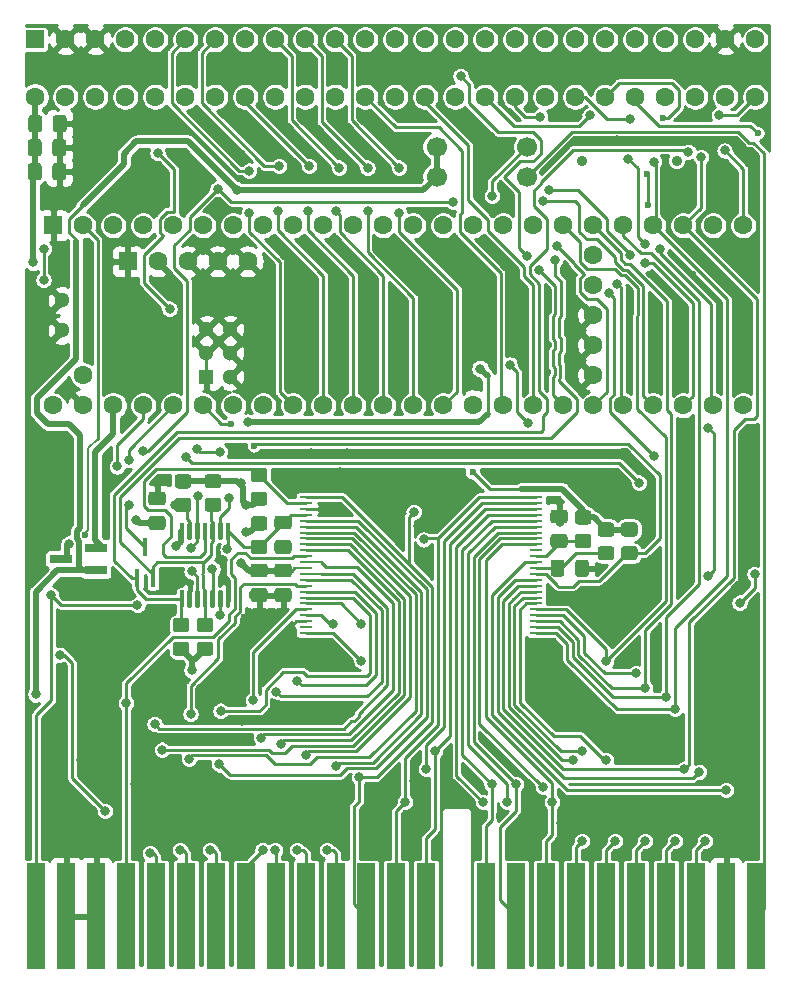
<source format=gbr>
G04 #@! TF.GenerationSoftware,KiCad,Pcbnew,(5.1.9)-1*
G04 #@! TF.CreationDate,2021-04-12T22:08:35-04:00*
G04 #@! TF.ProjectId,cartridge,63617274-7269-4646-9765-2e6b69636164,rev?*
G04 #@! TF.SameCoordinates,Original*
G04 #@! TF.FileFunction,Copper,L1,Top*
G04 #@! TF.FilePolarity,Positive*
%FSLAX46Y46*%
G04 Gerber Fmt 4.6, Leading zero omitted, Abs format (unit mm)*
G04 Created by KiCad (PCBNEW (5.1.9)-1) date 2021-04-12 22:08:35*
%MOMM*%
%LPD*%
G01*
G04 APERTURE LIST*
G04 #@! TA.AperFunction,SMDPad,CuDef*
%ADD10R,1.100000X0.250000*%
G04 #@! TD*
G04 #@! TA.AperFunction,ComponentPad*
%ADD11C,1.600200*%
G04 #@! TD*
G04 #@! TA.AperFunction,ComponentPad*
%ADD12R,1.524000X1.524000*%
G04 #@! TD*
G04 #@! TA.AperFunction,SMDPad,CuDef*
%ADD13R,1.600000X9.000000*%
G04 #@! TD*
G04 #@! TA.AperFunction,SMDPad,CuDef*
%ADD14R,1.900000X0.800000*%
G04 #@! TD*
G04 #@! TA.AperFunction,SMDPad,CuDef*
%ADD15R,0.450000X1.500000*%
G04 #@! TD*
G04 #@! TA.AperFunction,ComponentPad*
%ADD16C,1.700000*%
G04 #@! TD*
G04 #@! TA.AperFunction,ComponentPad*
%ADD17C,0.900000*%
G04 #@! TD*
G04 #@! TA.AperFunction,ComponentPad*
%ADD18C,1.600000*%
G04 #@! TD*
G04 #@! TA.AperFunction,ComponentPad*
%ADD19R,1.600000X1.600000*%
G04 #@! TD*
G04 #@! TA.AperFunction,ComponentPad*
%ADD20R,1.300000X1.300000*%
G04 #@! TD*
G04 #@! TA.AperFunction,ComponentPad*
%ADD21C,1.300000*%
G04 #@! TD*
G04 #@! TA.AperFunction,ViaPad*
%ADD22C,0.800000*%
G04 #@! TD*
G04 #@! TA.AperFunction,ViaPad*
%ADD23C,0.600000*%
G04 #@! TD*
G04 #@! TA.AperFunction,Conductor*
%ADD24C,0.220000*%
G04 #@! TD*
G04 #@! TA.AperFunction,Conductor*
%ADD25C,0.127000*%
G04 #@! TD*
G04 #@! TA.AperFunction,Conductor*
%ADD26C,0.500000*%
G04 #@! TD*
G04 #@! TA.AperFunction,Conductor*
%ADD27C,0.250000*%
G04 #@! TD*
G04 #@! TA.AperFunction,Conductor*
%ADD28C,0.254000*%
G04 #@! TD*
G04 #@! TA.AperFunction,Conductor*
%ADD29C,0.100000*%
G04 #@! TD*
G04 APERTURE END LIST*
D10*
X142992900Y-113179300D03*
X142992900Y-112679300D03*
X142992900Y-112179300D03*
X142992900Y-111679300D03*
X142992900Y-111179300D03*
X142992900Y-110679300D03*
X142992900Y-110179300D03*
X142992900Y-109679300D03*
X142992900Y-109179300D03*
X142992900Y-108679300D03*
X142992900Y-108179300D03*
X142992900Y-107679300D03*
X142992900Y-107179300D03*
X142992900Y-106679300D03*
X142992900Y-106179300D03*
X142992900Y-105679300D03*
X142992900Y-105179300D03*
X142992900Y-104679300D03*
X142992900Y-104179300D03*
X142992900Y-103679300D03*
X142992900Y-103179300D03*
X142992900Y-102679300D03*
X142992900Y-102179300D03*
X162492900Y-101679300D03*
X162492900Y-102179300D03*
X162492900Y-102679300D03*
X162492900Y-103179300D03*
X162492900Y-103679300D03*
X162492900Y-104179300D03*
X162492900Y-104679300D03*
X162492900Y-105179300D03*
X162492900Y-105679300D03*
X162492900Y-106179300D03*
X162492900Y-106679300D03*
X162492900Y-107179300D03*
X162492900Y-107679300D03*
X162492900Y-108179300D03*
X162492900Y-108679300D03*
X162492900Y-109179300D03*
X162492900Y-109679300D03*
X162492900Y-110179300D03*
X162492900Y-110679300D03*
X162492900Y-111179300D03*
X162492900Y-111679300D03*
X162492900Y-112179300D03*
X162492900Y-112679300D03*
X142992900Y-101679300D03*
X162492900Y-113179300D03*
G04 #@! TA.AperFunction,SMDPad,CuDef*
G36*
G01*
X167951999Y-105826000D02*
X168852001Y-105826000D01*
G75*
G02*
X169102000Y-106075999I0J-249999D01*
G01*
X169102000Y-106776001D01*
G75*
G02*
X168852001Y-107026000I-249999J0D01*
G01*
X167951999Y-107026000D01*
G75*
G02*
X167702000Y-106776001I0J249999D01*
G01*
X167702000Y-106075999D01*
G75*
G02*
X167951999Y-105826000I249999J0D01*
G01*
G37*
G04 #@! TD.AperFunction*
G04 #@! TA.AperFunction,SMDPad,CuDef*
G36*
G01*
X167951999Y-103826000D02*
X168852001Y-103826000D01*
G75*
G02*
X169102000Y-104075999I0J-249999D01*
G01*
X169102000Y-104776001D01*
G75*
G02*
X168852001Y-105026000I-249999J0D01*
G01*
X167951999Y-105026000D01*
G75*
G02*
X167702000Y-104776001I0J249999D01*
G01*
X167702000Y-104075999D01*
G75*
G02*
X167951999Y-103826000I249999J0D01*
G01*
G37*
G04 #@! TD.AperFunction*
G04 #@! TA.AperFunction,SMDPad,CuDef*
G36*
G01*
X169920499Y-103826000D02*
X170820501Y-103826000D01*
G75*
G02*
X171070500Y-104075999I0J-249999D01*
G01*
X171070500Y-104776001D01*
G75*
G02*
X170820501Y-105026000I-249999J0D01*
G01*
X169920499Y-105026000D01*
G75*
G02*
X169670500Y-104776001I0J249999D01*
G01*
X169670500Y-104075999D01*
G75*
G02*
X169920499Y-103826000I249999J0D01*
G01*
G37*
G04 #@! TD.AperFunction*
G04 #@! TA.AperFunction,SMDPad,CuDef*
G36*
G01*
X169920499Y-105826000D02*
X170820501Y-105826000D01*
G75*
G02*
X171070500Y-106075999I0J-249999D01*
G01*
X171070500Y-106776001D01*
G75*
G02*
X170820501Y-107026000I-249999J0D01*
G01*
X169920499Y-107026000D01*
G75*
G02*
X169670500Y-106776001I0J249999D01*
G01*
X169670500Y-106075999D01*
G75*
G02*
X169920499Y-105826000I249999J0D01*
G01*
G37*
G04 #@! TD.AperFunction*
G04 #@! TA.AperFunction,SMDPad,CuDef*
G36*
G01*
X166957500Y-107221000D02*
X166957500Y-108171000D01*
G75*
G02*
X166707500Y-108421000I-250000J0D01*
G01*
X166032500Y-108421000D01*
G75*
G02*
X165782500Y-108171000I0J250000D01*
G01*
X165782500Y-107221000D01*
G75*
G02*
X166032500Y-106971000I250000J0D01*
G01*
X166707500Y-106971000D01*
G75*
G02*
X166957500Y-107221000I0J-250000D01*
G01*
G37*
G04 #@! TD.AperFunction*
G04 #@! TA.AperFunction,SMDPad,CuDef*
G36*
G01*
X164882500Y-107221000D02*
X164882500Y-108171000D01*
G75*
G02*
X164632500Y-108421000I-250000J0D01*
G01*
X163957500Y-108421000D01*
G75*
G02*
X163707500Y-108171000I0J250000D01*
G01*
X163707500Y-107221000D01*
G75*
G02*
X163957500Y-106971000I250000J0D01*
G01*
X164632500Y-106971000D01*
G75*
G02*
X164882500Y-107221000I0J-250000D01*
G01*
G37*
G04 #@! TD.AperFunction*
D11*
X181038500Y-67779900D03*
X178498500Y-67779900D03*
X175958500Y-67779900D03*
X173418500Y-67779900D03*
X170878500Y-67779900D03*
X168338500Y-67779900D03*
X165798500Y-67779900D03*
X163258500Y-67779900D03*
X160718500Y-67779900D03*
X158178500Y-67779900D03*
X155638500Y-67779900D03*
X153098500Y-67779900D03*
X150558500Y-67779900D03*
X148018500Y-67779900D03*
X145478500Y-67779900D03*
X142938500Y-67779900D03*
X140398500Y-67779900D03*
X137858500Y-67779900D03*
X135318500Y-67779900D03*
X132778500Y-67779900D03*
X130238500Y-67779900D03*
X127698500Y-67779900D03*
X125158500Y-67779900D03*
X122618500Y-67779900D03*
X120078500Y-67779900D03*
X181038500Y-62928500D03*
X178498500Y-62928500D03*
X175958500Y-62928500D03*
X173418500Y-62928500D03*
X170878500Y-62928500D03*
X168338500Y-62928500D03*
X165798500Y-62928500D03*
X163258500Y-62928500D03*
X160718500Y-62928500D03*
X158178500Y-62928500D03*
X155638500Y-62928500D03*
X153098500Y-62928500D03*
X150558500Y-62928500D03*
X148018500Y-62928500D03*
X145478500Y-62928500D03*
X142938500Y-62928500D03*
X140398500Y-62928500D03*
X137858500Y-62928500D03*
X135318500Y-62928500D03*
X132778500Y-62928500D03*
X130238500Y-62928500D03*
X127698500Y-62928500D03*
X125158500Y-62928500D03*
X122618500Y-62928500D03*
D12*
X120078500Y-62928500D03*
G04 #@! TA.AperFunction,SMDPad,CuDef*
G36*
G01*
X138551900Y-107306800D02*
X139501900Y-107306800D01*
G75*
G02*
X139751900Y-107556800I0J-250000D01*
G01*
X139751900Y-108231800D01*
G75*
G02*
X139501900Y-108481800I-250000J0D01*
G01*
X138551900Y-108481800D01*
G75*
G02*
X138301900Y-108231800I0J250000D01*
G01*
X138301900Y-107556800D01*
G75*
G02*
X138551900Y-107306800I250000J0D01*
G01*
G37*
G04 #@! TD.AperFunction*
G04 #@! TA.AperFunction,SMDPad,CuDef*
G36*
G01*
X138551900Y-109381800D02*
X139501900Y-109381800D01*
G75*
G02*
X139751900Y-109631800I0J-250000D01*
G01*
X139751900Y-110306800D01*
G75*
G02*
X139501900Y-110556800I-250000J0D01*
G01*
X138551900Y-110556800D01*
G75*
G02*
X138301900Y-110306800I0J250000D01*
G01*
X138301900Y-109631800D01*
G75*
G02*
X138551900Y-109381800I250000J0D01*
G01*
G37*
G04 #@! TD.AperFunction*
G04 #@! TA.AperFunction,SMDPad,CuDef*
G36*
G01*
X140583900Y-107306800D02*
X141533900Y-107306800D01*
G75*
G02*
X141783900Y-107556800I0J-250000D01*
G01*
X141783900Y-108231800D01*
G75*
G02*
X141533900Y-108481800I-250000J0D01*
G01*
X140583900Y-108481800D01*
G75*
G02*
X140333900Y-108231800I0J250000D01*
G01*
X140333900Y-107556800D01*
G75*
G02*
X140583900Y-107306800I250000J0D01*
G01*
G37*
G04 #@! TD.AperFunction*
G04 #@! TA.AperFunction,SMDPad,CuDef*
G36*
G01*
X140583900Y-109381800D02*
X141533900Y-109381800D01*
G75*
G02*
X141783900Y-109631800I0J-250000D01*
G01*
X141783900Y-110306800D01*
G75*
G02*
X141533900Y-110556800I-250000J0D01*
G01*
X140583900Y-110556800D01*
G75*
G02*
X140333900Y-110306800I0J250000D01*
G01*
X140333900Y-109631800D01*
G75*
G02*
X140583900Y-109381800I250000J0D01*
G01*
G37*
G04 #@! TD.AperFunction*
G04 #@! TA.AperFunction,SMDPad,CuDef*
G36*
G01*
X130865900Y-102385800D02*
X129915900Y-102385800D01*
G75*
G02*
X129665900Y-102135800I0J250000D01*
G01*
X129665900Y-101460800D01*
G75*
G02*
X129915900Y-101210800I250000J0D01*
G01*
X130865900Y-101210800D01*
G75*
G02*
X131115900Y-101460800I0J-250000D01*
G01*
X131115900Y-102135800D01*
G75*
G02*
X130865900Y-102385800I-250000J0D01*
G01*
G37*
G04 #@! TD.AperFunction*
G04 #@! TA.AperFunction,SMDPad,CuDef*
G36*
G01*
X130865900Y-104460800D02*
X129915900Y-104460800D01*
G75*
G02*
X129665900Y-104210800I0J250000D01*
G01*
X129665900Y-103535800D01*
G75*
G02*
X129915900Y-103285800I250000J0D01*
G01*
X130865900Y-103285800D01*
G75*
G02*
X131115900Y-103535800I0J-250000D01*
G01*
X131115900Y-104210800D01*
G75*
G02*
X130865900Y-104460800I-250000J0D01*
G01*
G37*
G04 #@! TD.AperFunction*
G04 #@! TA.AperFunction,SMDPad,CuDef*
G36*
G01*
X141533900Y-106492800D02*
X140583900Y-106492800D01*
G75*
G02*
X140333900Y-106242800I0J250000D01*
G01*
X140333900Y-105567800D01*
G75*
G02*
X140583900Y-105317800I250000J0D01*
G01*
X141533900Y-105317800D01*
G75*
G02*
X141783900Y-105567800I0J-250000D01*
G01*
X141783900Y-106242800D01*
G75*
G02*
X141533900Y-106492800I-250000J0D01*
G01*
G37*
G04 #@! TD.AperFunction*
G04 #@! TA.AperFunction,SMDPad,CuDef*
G36*
G01*
X141533900Y-104417800D02*
X140583900Y-104417800D01*
G75*
G02*
X140333900Y-104167800I0J250000D01*
G01*
X140333900Y-103492800D01*
G75*
G02*
X140583900Y-103242800I250000J0D01*
G01*
X141533900Y-103242800D01*
G75*
G02*
X141783900Y-103492800I0J-250000D01*
G01*
X141783900Y-104167800D01*
G75*
G02*
X141533900Y-104417800I-250000J0D01*
G01*
G37*
G04 #@! TD.AperFunction*
G04 #@! TA.AperFunction,SMDPad,CuDef*
G36*
G01*
X121523000Y-74604900D02*
X121523000Y-73654900D01*
G75*
G02*
X121773000Y-73404900I250000J0D01*
G01*
X122448000Y-73404900D01*
G75*
G02*
X122698000Y-73654900I0J-250000D01*
G01*
X122698000Y-74604900D01*
G75*
G02*
X122448000Y-74854900I-250000J0D01*
G01*
X121773000Y-74854900D01*
G75*
G02*
X121523000Y-74604900I0J250000D01*
G01*
G37*
G04 #@! TD.AperFunction*
G04 #@! TA.AperFunction,SMDPad,CuDef*
G36*
G01*
X119448000Y-74604900D02*
X119448000Y-73654900D01*
G75*
G02*
X119698000Y-73404900I250000J0D01*
G01*
X120373000Y-73404900D01*
G75*
G02*
X120623000Y-73654900I0J-250000D01*
G01*
X120623000Y-74604900D01*
G75*
G02*
X120373000Y-74854900I-250000J0D01*
G01*
X119698000Y-74854900D01*
G75*
G02*
X119448000Y-74604900I0J250000D01*
G01*
G37*
G04 #@! TD.AperFunction*
G04 #@! TA.AperFunction,SMDPad,CuDef*
G36*
G01*
X121523000Y-72572900D02*
X121523000Y-71622900D01*
G75*
G02*
X121773000Y-71372900I250000J0D01*
G01*
X122448000Y-71372900D01*
G75*
G02*
X122698000Y-71622900I0J-250000D01*
G01*
X122698000Y-72572900D01*
G75*
G02*
X122448000Y-72822900I-250000J0D01*
G01*
X121773000Y-72822900D01*
G75*
G02*
X121523000Y-72572900I0J250000D01*
G01*
G37*
G04 #@! TD.AperFunction*
G04 #@! TA.AperFunction,SMDPad,CuDef*
G36*
G01*
X119448000Y-72572900D02*
X119448000Y-71622900D01*
G75*
G02*
X119698000Y-71372900I250000J0D01*
G01*
X120373000Y-71372900D01*
G75*
G02*
X120623000Y-71622900I0J-250000D01*
G01*
X120623000Y-72572900D01*
G75*
G02*
X120373000Y-72822900I-250000J0D01*
G01*
X119698000Y-72822900D01*
G75*
G02*
X119448000Y-72572900I0J250000D01*
G01*
G37*
G04 #@! TD.AperFunction*
G04 #@! TA.AperFunction,SMDPad,CuDef*
G36*
G01*
X119491000Y-70540900D02*
X119491000Y-69590900D01*
G75*
G02*
X119741000Y-69340900I250000J0D01*
G01*
X120416000Y-69340900D01*
G75*
G02*
X120666000Y-69590900I0J-250000D01*
G01*
X120666000Y-70540900D01*
G75*
G02*
X120416000Y-70790900I-250000J0D01*
G01*
X119741000Y-70790900D01*
G75*
G02*
X119491000Y-70540900I0J250000D01*
G01*
G37*
G04 #@! TD.AperFunction*
G04 #@! TA.AperFunction,SMDPad,CuDef*
G36*
G01*
X121566000Y-70540900D02*
X121566000Y-69590900D01*
G75*
G02*
X121816000Y-69340900I250000J0D01*
G01*
X122491000Y-69340900D01*
G75*
G02*
X122741000Y-69590900I0J-250000D01*
G01*
X122741000Y-70540900D01*
G75*
G02*
X122491000Y-70790900I-250000J0D01*
G01*
X121816000Y-70790900D01*
G75*
G02*
X121566000Y-70540900I0J250000D01*
G01*
G37*
G04 #@! TD.AperFunction*
G04 #@! TA.AperFunction,SMDPad,CuDef*
G36*
G01*
X163951900Y-104809800D02*
X164901900Y-104809800D01*
G75*
G02*
X165151900Y-105059800I0J-250000D01*
G01*
X165151900Y-105734800D01*
G75*
G02*
X164901900Y-105984800I-250000J0D01*
G01*
X163951900Y-105984800D01*
G75*
G02*
X163701900Y-105734800I0J250000D01*
G01*
X163701900Y-105059800D01*
G75*
G02*
X163951900Y-104809800I250000J0D01*
G01*
G37*
G04 #@! TD.AperFunction*
G04 #@! TA.AperFunction,SMDPad,CuDef*
G36*
G01*
X163951900Y-102734800D02*
X164901900Y-102734800D01*
G75*
G02*
X165151900Y-102984800I0J-250000D01*
G01*
X165151900Y-103659800D01*
G75*
G02*
X164901900Y-103909800I-250000J0D01*
G01*
X163951900Y-103909800D01*
G75*
G02*
X163701900Y-103659800I0J250000D01*
G01*
X163701900Y-102984800D01*
G75*
G02*
X163951900Y-102734800I250000J0D01*
G01*
G37*
G04 #@! TD.AperFunction*
D13*
X120142000Y-137160000D03*
X122682000Y-137160000D03*
X125222000Y-137160000D03*
X127762000Y-137160000D03*
X130302000Y-137160000D03*
X132842000Y-137160000D03*
X135382000Y-137160000D03*
X137922000Y-137160000D03*
X140462000Y-137160000D03*
X143002000Y-137160000D03*
X145542000Y-137160000D03*
X148082000Y-137160000D03*
X150622000Y-137160000D03*
X153162000Y-137160000D03*
X158242000Y-137160000D03*
X160782000Y-137160000D03*
X163322000Y-137160000D03*
X165862000Y-137160000D03*
X168402000Y-137160000D03*
X170942000Y-137160000D03*
X173482000Y-137160000D03*
X176022000Y-137160000D03*
X178562000Y-137160000D03*
X181102000Y-137160000D03*
D14*
X125222000Y-107871300D03*
X125222000Y-105971300D03*
X122222000Y-106921300D03*
D15*
X128724900Y-108565300D03*
X130024900Y-108565300D03*
X129374900Y-105905300D03*
G04 #@! TA.AperFunction,SMDPad,CuDef*
G36*
G01*
X132872901Y-113109300D02*
X131972899Y-113109300D01*
G75*
G02*
X131722900Y-112859301I0J249999D01*
G01*
X131722900Y-112159299D01*
G75*
G02*
X131972899Y-111909300I249999J0D01*
G01*
X132872901Y-111909300D01*
G75*
G02*
X133122900Y-112159299I0J-249999D01*
G01*
X133122900Y-112859301D01*
G75*
G02*
X132872901Y-113109300I-249999J0D01*
G01*
G37*
G04 #@! TD.AperFunction*
G04 #@! TA.AperFunction,SMDPad,CuDef*
G36*
G01*
X132872901Y-115109300D02*
X131972899Y-115109300D01*
G75*
G02*
X131722900Y-114859301I0J249999D01*
G01*
X131722900Y-114159299D01*
G75*
G02*
X131972899Y-113909300I249999J0D01*
G01*
X132872901Y-113909300D01*
G75*
G02*
X133122900Y-114159299I0J-249999D01*
G01*
X133122900Y-114859301D01*
G75*
G02*
X132872901Y-115109300I-249999J0D01*
G01*
G37*
G04 #@! TD.AperFunction*
G04 #@! TA.AperFunction,SMDPad,CuDef*
G36*
G01*
X134904901Y-115109300D02*
X134004899Y-115109300D01*
G75*
G02*
X133754900Y-114859301I0J249999D01*
G01*
X133754900Y-114159299D01*
G75*
G02*
X134004899Y-113909300I249999J0D01*
G01*
X134904901Y-113909300D01*
G75*
G02*
X135154900Y-114159299I0J-249999D01*
G01*
X135154900Y-114859301D01*
G75*
G02*
X134904901Y-115109300I-249999J0D01*
G01*
G37*
G04 #@! TD.AperFunction*
G04 #@! TA.AperFunction,SMDPad,CuDef*
G36*
G01*
X134904901Y-113109300D02*
X134004899Y-113109300D01*
G75*
G02*
X133754900Y-112859301I0J249999D01*
G01*
X133754900Y-112159299D01*
G75*
G02*
X134004899Y-111909300I249999J0D01*
G01*
X134904901Y-111909300D01*
G75*
G02*
X135154900Y-112159299I0J-249999D01*
G01*
X135154900Y-112859301D01*
G75*
G02*
X134904901Y-113109300I-249999J0D01*
G01*
G37*
G04 #@! TD.AperFunction*
G04 #@! TA.AperFunction,SMDPad,CuDef*
G36*
G01*
X134677999Y-101730000D02*
X135578001Y-101730000D01*
G75*
G02*
X135828000Y-101979999I0J-249999D01*
G01*
X135828000Y-102680001D01*
G75*
G02*
X135578001Y-102930000I-249999J0D01*
G01*
X134677999Y-102930000D01*
G75*
G02*
X134428000Y-102680001I0J249999D01*
G01*
X134428000Y-101979999D01*
G75*
G02*
X134677999Y-101730000I249999J0D01*
G01*
G37*
G04 #@! TD.AperFunction*
G04 #@! TA.AperFunction,SMDPad,CuDef*
G36*
G01*
X134677999Y-99730000D02*
X135578001Y-99730000D01*
G75*
G02*
X135828000Y-99979999I0J-249999D01*
G01*
X135828000Y-100680001D01*
G75*
G02*
X135578001Y-100930000I-249999J0D01*
G01*
X134677999Y-100930000D01*
G75*
G02*
X134428000Y-100680001I0J249999D01*
G01*
X134428000Y-99979999D01*
G75*
G02*
X134677999Y-99730000I249999J0D01*
G01*
G37*
G04 #@! TD.AperFunction*
G04 #@! TA.AperFunction,SMDPad,CuDef*
G36*
G01*
X132137999Y-99749300D02*
X133038001Y-99749300D01*
G75*
G02*
X133288000Y-99999299I0J-249999D01*
G01*
X133288000Y-100699301D01*
G75*
G02*
X133038001Y-100949300I-249999J0D01*
G01*
X132137999Y-100949300D01*
G75*
G02*
X131888000Y-100699301I0J249999D01*
G01*
X131888000Y-99999299D01*
G75*
G02*
X132137999Y-99749300I249999J0D01*
G01*
G37*
G04 #@! TD.AperFunction*
G04 #@! TA.AperFunction,SMDPad,CuDef*
G36*
G01*
X132137999Y-101749300D02*
X133038001Y-101749300D01*
G75*
G02*
X133288000Y-101999299I0J-249999D01*
G01*
X133288000Y-102699301D01*
G75*
G02*
X133038001Y-102949300I-249999J0D01*
G01*
X132137999Y-102949300D01*
G75*
G02*
X131888000Y-102699301I0J249999D01*
G01*
X131888000Y-101999299D01*
G75*
G02*
X132137999Y-101749300I249999J0D01*
G01*
G37*
G04 #@! TD.AperFunction*
G04 #@! TA.AperFunction,SMDPad,CuDef*
G36*
G01*
X138576899Y-105305300D02*
X139476901Y-105305300D01*
G75*
G02*
X139726900Y-105555299I0J-249999D01*
G01*
X139726900Y-106255301D01*
G75*
G02*
X139476901Y-106505300I-249999J0D01*
G01*
X138576899Y-106505300D01*
G75*
G02*
X138326900Y-106255301I0J249999D01*
G01*
X138326900Y-105555299D01*
G75*
G02*
X138576899Y-105305300I249999J0D01*
G01*
G37*
G04 #@! TD.AperFunction*
G04 #@! TA.AperFunction,SMDPad,CuDef*
G36*
G01*
X138576899Y-103305300D02*
X139476901Y-103305300D01*
G75*
G02*
X139726900Y-103555299I0J-249999D01*
G01*
X139726900Y-104255301D01*
G75*
G02*
X139476901Y-104505300I-249999J0D01*
G01*
X138576899Y-104505300D01*
G75*
G02*
X138326900Y-104255301I0J249999D01*
G01*
X138326900Y-103555299D01*
G75*
G02*
X138576899Y-103305300I249999J0D01*
G01*
G37*
G04 #@! TD.AperFunction*
G04 #@! TA.AperFunction,SMDPad,CuDef*
G36*
G01*
X139476901Y-102409300D02*
X138576899Y-102409300D01*
G75*
G02*
X138326900Y-102159301I0J249999D01*
G01*
X138326900Y-101459299D01*
G75*
G02*
X138576899Y-101209300I249999J0D01*
G01*
X139476901Y-101209300D01*
G75*
G02*
X139726900Y-101459299I0J-249999D01*
G01*
X139726900Y-102159301D01*
G75*
G02*
X139476901Y-102409300I-249999J0D01*
G01*
G37*
G04 #@! TD.AperFunction*
G04 #@! TA.AperFunction,SMDPad,CuDef*
G36*
G01*
X139476901Y-100409300D02*
X138576899Y-100409300D01*
G75*
G02*
X138326900Y-100159301I0J249999D01*
G01*
X138326900Y-99459299D01*
G75*
G02*
X138576899Y-99209300I249999J0D01*
G01*
X139476901Y-99209300D01*
G75*
G02*
X139726900Y-99459299I0J-249999D01*
G01*
X139726900Y-100159301D01*
G75*
G02*
X139476901Y-100409300I-249999J0D01*
G01*
G37*
G04 #@! TD.AperFunction*
G04 #@! TA.AperFunction,SMDPad,CuDef*
G36*
G01*
X166008899Y-102797300D02*
X166908901Y-102797300D01*
G75*
G02*
X167158900Y-103047299I0J-249999D01*
G01*
X167158900Y-103747301D01*
G75*
G02*
X166908901Y-103997300I-249999J0D01*
G01*
X166008899Y-103997300D01*
G75*
G02*
X165758900Y-103747301I0J249999D01*
G01*
X165758900Y-103047299D01*
G75*
G02*
X166008899Y-102797300I249999J0D01*
G01*
G37*
G04 #@! TD.AperFunction*
G04 #@! TA.AperFunction,SMDPad,CuDef*
G36*
G01*
X166008899Y-104797300D02*
X166908901Y-104797300D01*
G75*
G02*
X167158900Y-105047299I0J-249999D01*
G01*
X167158900Y-105747301D01*
G75*
G02*
X166908901Y-105997300I-249999J0D01*
G01*
X166008899Y-105997300D01*
G75*
G02*
X165758900Y-105747301I0J249999D01*
G01*
X165758900Y-105047299D01*
G75*
G02*
X166008899Y-104797300I249999J0D01*
G01*
G37*
G04 #@! TD.AperFunction*
D16*
X154051000Y-72009000D03*
X161671000Y-72009000D03*
X161671000Y-74549000D03*
X154051000Y-74549000D03*
D17*
X174386000Y-73184000D03*
X166386000Y-73184000D03*
D18*
X124142500Y-91376500D03*
X138061700Y-81727300D03*
X135521700Y-81727300D03*
X132981700Y-81727300D03*
X130441700Y-81727300D03*
D19*
X127901700Y-81727300D03*
D18*
X121602500Y-93916500D03*
X124142500Y-93916500D03*
X126682500Y-93916500D03*
X129222500Y-93916500D03*
X131762500Y-93916500D03*
X134302500Y-93916500D03*
X136842500Y-93916500D03*
X139382500Y-93916500D03*
X141922500Y-93916500D03*
X144462500Y-93916500D03*
X147002500Y-93916500D03*
X149542500Y-93916500D03*
X152082500Y-93916500D03*
X154622500Y-93916500D03*
D19*
X121602500Y-78676500D03*
D18*
X124142500Y-78676500D03*
X126682500Y-78676500D03*
X129222500Y-78676500D03*
X131762500Y-78676500D03*
X134302500Y-78676500D03*
X136842500Y-78676500D03*
X139382500Y-78676500D03*
X141922500Y-78676500D03*
X144462500Y-78676500D03*
X147002500Y-78676500D03*
X149542500Y-78676500D03*
X152082500Y-78676500D03*
X157162500Y-93916500D03*
X159702500Y-93916500D03*
X162242500Y-93916500D03*
X164782500Y-93916500D03*
X167322500Y-93916500D03*
X169862500Y-93916500D03*
X172402500Y-93916500D03*
X174942500Y-93916500D03*
X177482500Y-93916500D03*
X180022500Y-93916500D03*
X180022500Y-78676500D03*
X177482500Y-78676500D03*
X174942500Y-78676500D03*
X172402500Y-78676500D03*
X154622500Y-78676500D03*
X157162500Y-78676500D03*
X159702500Y-78676500D03*
X169862500Y-78676500D03*
X167322500Y-78676500D03*
X164782500Y-78676500D03*
X162242500Y-78676500D03*
D20*
X134572500Y-91478100D03*
D21*
X136572500Y-91478100D03*
X134572500Y-89478100D03*
X136572500Y-89478100D03*
X136572500Y-87478100D03*
X134572500Y-87478100D03*
D18*
X167322500Y-81216500D03*
X167322500Y-83756500D03*
X167322500Y-86296500D03*
X167322500Y-88836500D03*
X167322500Y-91376500D03*
D21*
X122332500Y-85026500D03*
X122332500Y-87566500D03*
G04 #@! TA.AperFunction,SMDPad,CuDef*
G36*
G01*
X132604900Y-111029300D02*
X132404900Y-111029300D01*
G75*
G02*
X132304900Y-110929300I0J100000D01*
G01*
X132304900Y-109654300D01*
G75*
G02*
X132404900Y-109554300I100000J0D01*
G01*
X132604900Y-109554300D01*
G75*
G02*
X132704900Y-109654300I0J-100000D01*
G01*
X132704900Y-110929300D01*
G75*
G02*
X132604900Y-111029300I-100000J0D01*
G01*
G37*
G04 #@! TD.AperFunction*
G04 #@! TA.AperFunction,SMDPad,CuDef*
G36*
G01*
X133254900Y-111029300D02*
X133054900Y-111029300D01*
G75*
G02*
X132954900Y-110929300I0J100000D01*
G01*
X132954900Y-109654300D01*
G75*
G02*
X133054900Y-109554300I100000J0D01*
G01*
X133254900Y-109554300D01*
G75*
G02*
X133354900Y-109654300I0J-100000D01*
G01*
X133354900Y-110929300D01*
G75*
G02*
X133254900Y-111029300I-100000J0D01*
G01*
G37*
G04 #@! TD.AperFunction*
G04 #@! TA.AperFunction,SMDPad,CuDef*
G36*
G01*
X133904900Y-111029300D02*
X133704900Y-111029300D01*
G75*
G02*
X133604900Y-110929300I0J100000D01*
G01*
X133604900Y-109654300D01*
G75*
G02*
X133704900Y-109554300I100000J0D01*
G01*
X133904900Y-109554300D01*
G75*
G02*
X134004900Y-109654300I0J-100000D01*
G01*
X134004900Y-110929300D01*
G75*
G02*
X133904900Y-111029300I-100000J0D01*
G01*
G37*
G04 #@! TD.AperFunction*
G04 #@! TA.AperFunction,SMDPad,CuDef*
G36*
G01*
X134554900Y-111029300D02*
X134354900Y-111029300D01*
G75*
G02*
X134254900Y-110929300I0J100000D01*
G01*
X134254900Y-109654300D01*
G75*
G02*
X134354900Y-109554300I100000J0D01*
G01*
X134554900Y-109554300D01*
G75*
G02*
X134654900Y-109654300I0J-100000D01*
G01*
X134654900Y-110929300D01*
G75*
G02*
X134554900Y-111029300I-100000J0D01*
G01*
G37*
G04 #@! TD.AperFunction*
G04 #@! TA.AperFunction,SMDPad,CuDef*
G36*
G01*
X135204900Y-111029300D02*
X135004900Y-111029300D01*
G75*
G02*
X134904900Y-110929300I0J100000D01*
G01*
X134904900Y-109654300D01*
G75*
G02*
X135004900Y-109554300I100000J0D01*
G01*
X135204900Y-109554300D01*
G75*
G02*
X135304900Y-109654300I0J-100000D01*
G01*
X135304900Y-110929300D01*
G75*
G02*
X135204900Y-111029300I-100000J0D01*
G01*
G37*
G04 #@! TD.AperFunction*
G04 #@! TA.AperFunction,SMDPad,CuDef*
G36*
G01*
X135854900Y-111029300D02*
X135654900Y-111029300D01*
G75*
G02*
X135554900Y-110929300I0J100000D01*
G01*
X135554900Y-109654300D01*
G75*
G02*
X135654900Y-109554300I100000J0D01*
G01*
X135854900Y-109554300D01*
G75*
G02*
X135954900Y-109654300I0J-100000D01*
G01*
X135954900Y-110929300D01*
G75*
G02*
X135854900Y-111029300I-100000J0D01*
G01*
G37*
G04 #@! TD.AperFunction*
G04 #@! TA.AperFunction,SMDPad,CuDef*
G36*
G01*
X136504900Y-111029300D02*
X136304900Y-111029300D01*
G75*
G02*
X136204900Y-110929300I0J100000D01*
G01*
X136204900Y-109654300D01*
G75*
G02*
X136304900Y-109554300I100000J0D01*
G01*
X136504900Y-109554300D01*
G75*
G02*
X136604900Y-109654300I0J-100000D01*
G01*
X136604900Y-110929300D01*
G75*
G02*
X136504900Y-111029300I-100000J0D01*
G01*
G37*
G04 #@! TD.AperFunction*
G04 #@! TA.AperFunction,SMDPad,CuDef*
G36*
G01*
X136504900Y-105304300D02*
X136304900Y-105304300D01*
G75*
G02*
X136204900Y-105204300I0J100000D01*
G01*
X136204900Y-103929300D01*
G75*
G02*
X136304900Y-103829300I100000J0D01*
G01*
X136504900Y-103829300D01*
G75*
G02*
X136604900Y-103929300I0J-100000D01*
G01*
X136604900Y-105204300D01*
G75*
G02*
X136504900Y-105304300I-100000J0D01*
G01*
G37*
G04 #@! TD.AperFunction*
G04 #@! TA.AperFunction,SMDPad,CuDef*
G36*
G01*
X135854900Y-105304300D02*
X135654900Y-105304300D01*
G75*
G02*
X135554900Y-105204300I0J100000D01*
G01*
X135554900Y-103929300D01*
G75*
G02*
X135654900Y-103829300I100000J0D01*
G01*
X135854900Y-103829300D01*
G75*
G02*
X135954900Y-103929300I0J-100000D01*
G01*
X135954900Y-105204300D01*
G75*
G02*
X135854900Y-105304300I-100000J0D01*
G01*
G37*
G04 #@! TD.AperFunction*
G04 #@! TA.AperFunction,SMDPad,CuDef*
G36*
G01*
X135204900Y-105304300D02*
X135004900Y-105304300D01*
G75*
G02*
X134904900Y-105204300I0J100000D01*
G01*
X134904900Y-103929300D01*
G75*
G02*
X135004900Y-103829300I100000J0D01*
G01*
X135204900Y-103829300D01*
G75*
G02*
X135304900Y-103929300I0J-100000D01*
G01*
X135304900Y-105204300D01*
G75*
G02*
X135204900Y-105304300I-100000J0D01*
G01*
G37*
G04 #@! TD.AperFunction*
G04 #@! TA.AperFunction,SMDPad,CuDef*
G36*
G01*
X134554900Y-105304300D02*
X134354900Y-105304300D01*
G75*
G02*
X134254900Y-105204300I0J100000D01*
G01*
X134254900Y-103929300D01*
G75*
G02*
X134354900Y-103829300I100000J0D01*
G01*
X134554900Y-103829300D01*
G75*
G02*
X134654900Y-103929300I0J-100000D01*
G01*
X134654900Y-105204300D01*
G75*
G02*
X134554900Y-105304300I-100000J0D01*
G01*
G37*
G04 #@! TD.AperFunction*
G04 #@! TA.AperFunction,SMDPad,CuDef*
G36*
G01*
X133904900Y-105304300D02*
X133704900Y-105304300D01*
G75*
G02*
X133604900Y-105204300I0J100000D01*
G01*
X133604900Y-103929300D01*
G75*
G02*
X133704900Y-103829300I100000J0D01*
G01*
X133904900Y-103829300D01*
G75*
G02*
X134004900Y-103929300I0J-100000D01*
G01*
X134004900Y-105204300D01*
G75*
G02*
X133904900Y-105304300I-100000J0D01*
G01*
G37*
G04 #@! TD.AperFunction*
G04 #@! TA.AperFunction,SMDPad,CuDef*
G36*
G01*
X133254900Y-105304300D02*
X133054900Y-105304300D01*
G75*
G02*
X132954900Y-105204300I0J100000D01*
G01*
X132954900Y-103929300D01*
G75*
G02*
X133054900Y-103829300I100000J0D01*
G01*
X133254900Y-103829300D01*
G75*
G02*
X133354900Y-103929300I0J-100000D01*
G01*
X133354900Y-105204300D01*
G75*
G02*
X133254900Y-105304300I-100000J0D01*
G01*
G37*
G04 #@! TD.AperFunction*
G04 #@! TA.AperFunction,SMDPad,CuDef*
G36*
G01*
X132604900Y-105304300D02*
X132404900Y-105304300D01*
G75*
G02*
X132304900Y-105204300I0J100000D01*
G01*
X132304900Y-103929300D01*
G75*
G02*
X132404900Y-103829300I100000J0D01*
G01*
X132604900Y-103829300D01*
G75*
G02*
X132704900Y-103929300I0J-100000D01*
G01*
X132704900Y-105204300D01*
G75*
G02*
X132604900Y-105304300I-100000J0D01*
G01*
G37*
G04 #@! TD.AperFunction*
D22*
X133350000Y-116332000D03*
X137922000Y-104648000D03*
X137922000Y-102362000D03*
X128583021Y-103632000D03*
X137491726Y-107238638D03*
D23*
X157099000Y-99568000D03*
D22*
X157735257Y-90803743D03*
X138049000Y-95321978D03*
X137462000Y-100480411D03*
X122927855Y-105669184D03*
X132029200Y-105816400D03*
X164465000Y-103759000D03*
D23*
X138430000Y-109982000D03*
D22*
X131064000Y-116840000D03*
X128524000Y-125984000D03*
X131572000Y-127508000D03*
X134112000Y-127508000D03*
X136652000Y-127508000D03*
X141224000Y-127508000D03*
X143764000Y-127508000D03*
X146304000Y-127508000D03*
X151892000Y-129286000D03*
X155702000Y-127254000D03*
X154940000Y-124714000D03*
X162052000Y-129286000D03*
X164592000Y-129286000D03*
X167386000Y-129286000D03*
X169926000Y-129286000D03*
X172720000Y-129286000D03*
X175260000Y-129286000D03*
X177800000Y-129286000D03*
X179578000Y-129286000D03*
X167640000Y-120396000D03*
X163068000Y-116332000D03*
X169926000Y-115316000D03*
X156718000Y-125222000D03*
X148082000Y-129540000D03*
X149606000Y-127000000D03*
X149606000Y-131064000D03*
X152146000Y-125730000D03*
X167894000Y-107696000D03*
X131318000Y-109474000D03*
X145288000Y-102616000D03*
X175514000Y-106934000D03*
X175006000Y-101346000D03*
X123698000Y-131191000D03*
X125222000Y-131191000D03*
X123698000Y-129540000D03*
X125222000Y-129540000D03*
X124587000Y-120904000D03*
X125476000Y-121666000D03*
X126492000Y-122428000D03*
X122428000Y-100330000D03*
X126746000Y-100203000D03*
X130556000Y-100203000D03*
X143383000Y-99822000D03*
X146431000Y-97917000D03*
X121539000Y-129540000D03*
X121539000Y-131064000D03*
X122428000Y-116078000D03*
X124206000Y-116205000D03*
X123063000Y-109220000D03*
X146304000Y-116078000D03*
X137160000Y-117856000D03*
X146367500Y-120015000D03*
X143129000Y-120015000D03*
X137541000Y-120650000D03*
X140843000Y-120015000D03*
X145859500Y-99568000D03*
X152590500Y-100076000D03*
X152590500Y-106756200D03*
D23*
X137718800Y-113284000D03*
X137718800Y-111861600D03*
X134670800Y-119786400D03*
X134010400Y-122072400D03*
X137922000Y-98044000D03*
X120650000Y-97383600D03*
X160172400Y-130911600D03*
X159308800Y-128676400D03*
D22*
X152476200Y-104089200D03*
D23*
X139192000Y-98120200D03*
D22*
X179578000Y-130810000D03*
X177419000Y-120015000D03*
X179832000Y-120015000D03*
X156210000Y-100076000D03*
X168529000Y-100584000D03*
X171196000Y-102235000D03*
X143383000Y-97917000D03*
X171577000Y-108458000D03*
X168783000Y-112649000D03*
X172593000Y-114935000D03*
X172593000Y-121793000D03*
X177419000Y-113284000D03*
X179832000Y-113030000D03*
X180467000Y-97282000D03*
X165608000Y-91186000D03*
X165608000Y-88265000D03*
X165608000Y-85090000D03*
X172339000Y-87884000D03*
X174879000Y-88011000D03*
X179832000Y-88392000D03*
X129921000Y-112268000D03*
D23*
X158813500Y-97980500D03*
X172186600Y-100050600D03*
D22*
X123977400Y-123926600D03*
X125095000Y-125095000D03*
X126695200Y-126415800D03*
X121920000Y-120065800D03*
X141414500Y-105854500D03*
D23*
X126034800Y-104648000D03*
D22*
X121462800Y-104292400D03*
X125222000Y-73863200D03*
X121666000Y-76327000D03*
X120650000Y-65532000D03*
X124460000Y-65278000D03*
D23*
X180848000Y-81026000D03*
X179959000Y-82677000D03*
X178181000Y-82931000D03*
X178054000Y-87884000D03*
X175768000Y-82804000D03*
X172466000Y-90805000D03*
X170434000Y-85979000D03*
X170307000Y-88773000D03*
X170307000Y-90805000D03*
X124460000Y-88392000D03*
X128651000Y-89408000D03*
X124587000Y-83947000D03*
X127762000Y-95377000D03*
X129921000Y-85598000D03*
X134112000Y-85344000D03*
X138811000Y-85598000D03*
X139700000Y-83439000D03*
X142367000Y-85852000D03*
X141986000Y-88455500D03*
X145605500Y-89027000D03*
X148209000Y-91567000D03*
X145415000Y-91821000D03*
X145669000Y-86106000D03*
X142621000Y-83312000D03*
X145732500Y-83439000D03*
X148209000Y-83629500D03*
X148145500Y-86042500D03*
X148272500Y-89027000D03*
X150749000Y-88773000D03*
X150749000Y-91313000D03*
X150812500Y-86169500D03*
X153733500Y-89090500D03*
X153352500Y-91186000D03*
X153797000Y-86741000D03*
X153797000Y-84201000D03*
X156654500Y-89535000D03*
X156527500Y-92075000D03*
X156718000Y-87249000D03*
X156781500Y-84328000D03*
X161099500Y-88900000D03*
X160972500Y-86296500D03*
X156781500Y-82296000D03*
X160528000Y-82423000D03*
X158559500Y-77343000D03*
X160210500Y-76771500D03*
X163449000Y-88773000D03*
X163449000Y-85852000D03*
X163385500Y-91059000D03*
D22*
X128841500Y-75247500D03*
X130683000Y-75120500D03*
X131762500Y-72707500D03*
X133413500Y-74549000D03*
X135572500Y-70993000D03*
X137477500Y-72644000D03*
X138620500Y-70866000D03*
X149987000Y-71310500D03*
X151828500Y-69278500D03*
X158305500Y-72009000D03*
X155956000Y-69596000D03*
X138938000Y-65532000D03*
X158178500Y-65405000D03*
X168465500Y-65595500D03*
X172402500Y-65405000D03*
X180530500Y-65341500D03*
X169354500Y-71437500D03*
X180975000Y-74803000D03*
X165036500Y-82423000D03*
X152908000Y-65468500D03*
X148399500Y-65468500D03*
X125222000Y-71831200D03*
X125272800Y-70002400D03*
X165811200Y-110286800D03*
X135940800Y-107035600D03*
X135682490Y-111639391D03*
D23*
X138582400Y-97329989D03*
D22*
X136345294Y-106108818D03*
X133314116Y-107970823D03*
X119888000Y-81788000D03*
X121412000Y-109982000D03*
D23*
X136652000Y-95453200D03*
D22*
X128727200Y-110794800D03*
X135077201Y-107746801D03*
X127762000Y-119126000D03*
D23*
X124321190Y-104893441D03*
D22*
X129792000Y-131826000D03*
X130175000Y-120904000D03*
X131445000Y-85725000D03*
X130431010Y-72517000D03*
X132332000Y-131572000D03*
X133223000Y-120015000D03*
X138176000Y-77597000D03*
X138176000Y-74041000D03*
X134872000Y-131572000D03*
X135763000Y-119761000D03*
X140589000Y-77470000D03*
X140716000Y-73660000D03*
X139321010Y-131572000D03*
X139194001Y-122049010D03*
X140486610Y-118137589D03*
X140375023Y-131572000D03*
X145542000Y-77470000D03*
X145796000Y-73787000D03*
X142238000Y-131572000D03*
X142242010Y-117221000D03*
X148209000Y-77470000D03*
X148209000Y-73787000D03*
X144778000Y-131572000D03*
X145288000Y-112415300D03*
X150876000Y-77597000D03*
X150876000Y-73787000D03*
X147508821Y-125397087D03*
X152120600Y-102920800D03*
X161798000Y-95367978D03*
X160241763Y-90456237D03*
X151386010Y-127508000D03*
X152958796Y-105257600D03*
X156083000Y-66040000D03*
X162713488Y-82431436D03*
X161684343Y-81249384D03*
X153926000Y-123190000D03*
X158718010Y-125984000D03*
X160784000Y-125984000D03*
X163832000Y-127508000D03*
X166370000Y-123190000D03*
X166372000Y-130810000D03*
X169166000Y-130810000D03*
X168402000Y-115572010D03*
X171706000Y-117856000D03*
X171706000Y-130810000D03*
X174246000Y-119634000D03*
X174246000Y-130810000D03*
X172468000Y-73279000D03*
X176786010Y-130810000D03*
X176294694Y-124929126D03*
X177042001Y-108331000D03*
X177069270Y-95789270D03*
X120142000Y-118363998D03*
X137126599Y-75658599D03*
X120777000Y-83312000D03*
X120838000Y-80645000D03*
X136499600Y-101752400D03*
X135737600Y-97840800D03*
X133807200Y-97637600D03*
X125984000Y-128270000D03*
X122191000Y-115050991D03*
X129159000Y-97807000D03*
X135509000Y-75565000D03*
X158750000Y-76200000D03*
X155479979Y-76700507D03*
X128016000Y-98552000D03*
X130809998Y-123063000D03*
X133096000Y-123827010D03*
X135636000Y-124301021D03*
X138539990Y-118872000D03*
X143129000Y-77470000D03*
X143256000Y-73660000D03*
X140845010Y-122553021D03*
X143002000Y-123501043D03*
X145542000Y-124449065D03*
X147695858Y-112415300D03*
X147695858Y-115570000D03*
X153162000Y-124714000D03*
X157985990Y-127508000D03*
X167022365Y-69359365D03*
X164274508Y-80443406D03*
X160020000Y-127508000D03*
X163578000Y-75692000D03*
X162814000Y-69467000D03*
X169366154Y-83598819D03*
X170404221Y-81175419D03*
X163068000Y-126238000D03*
X163070000Y-76615501D03*
X165608000Y-123958917D03*
X171704000Y-80264000D03*
X171725220Y-81886781D03*
X170460591Y-69667285D03*
X170304990Y-73027010D03*
X168402000Y-123952000D03*
X172974000Y-80645000D03*
D23*
X171929000Y-76962000D03*
X171831000Y-74295000D03*
X173228000Y-69596000D03*
D22*
X170942000Y-116586000D03*
D23*
X181229000Y-70866000D03*
D22*
X173482000Y-118618000D03*
X175008010Y-124722917D03*
X176440002Y-72871502D03*
X178562000Y-126492000D03*
X179705000Y-110617000D03*
X180975000Y-108204000D03*
X178435000Y-72326500D03*
X132842000Y-98298000D03*
X171196000Y-100457000D03*
X133858000Y-101600000D03*
X127000000Y-99077010D03*
X172466000Y-98196400D03*
X168666817Y-84387406D03*
X177960557Y-69342000D03*
X133248400Y-105968800D03*
X175386304Y-72464785D03*
X164081990Y-81597500D03*
X131883672Y-102384030D03*
X128033010Y-102379010D03*
D24*
X141998900Y-107679300D02*
X142079898Y-107679300D01*
X141783900Y-107894300D02*
X141998900Y-107679300D01*
X141058900Y-107894300D02*
X141783900Y-107894300D01*
D25*
X142477300Y-107679300D02*
X142992900Y-107679300D01*
X141998900Y-107679300D02*
X142477300Y-107679300D01*
D26*
X141058900Y-107894300D02*
X139026900Y-107894300D01*
X133350000Y-115436400D02*
X132422900Y-114509300D01*
X133350000Y-116332000D02*
X133350000Y-115436400D01*
X133527800Y-115436400D02*
X134454900Y-114509300D01*
X133350000Y-115436400D02*
X133527800Y-115436400D01*
X138284200Y-104648000D02*
X139026900Y-103905300D01*
X137922000Y-104648000D02*
X138284200Y-104648000D01*
X138474200Y-102362000D02*
X139026900Y-101809300D01*
X137922000Y-102362000D02*
X138474200Y-102362000D01*
X132930900Y-100349300D02*
X134962900Y-100349300D01*
X137179300Y-100349300D02*
X134962900Y-100349300D01*
X137668000Y-100838000D02*
X137179300Y-100349300D01*
X137668000Y-102108000D02*
X137668000Y-100838000D01*
X137922000Y-102362000D02*
X137668000Y-102108000D01*
X167373300Y-103397300D02*
X168402000Y-104426000D01*
X166458900Y-103397300D02*
X167373300Y-103397300D01*
X170180000Y-104426000D02*
X168402000Y-104426000D01*
X128824321Y-103873300D02*
X128583021Y-103632000D01*
X130390900Y-103873300D02*
X128824321Y-103873300D01*
X138147388Y-107894300D02*
X137491726Y-107238638D01*
X139026900Y-107894300D02*
X138147388Y-107894300D01*
X161250701Y-101004299D02*
X161235710Y-101019290D01*
X164665899Y-101004299D02*
X161250701Y-101004299D01*
X166458900Y-102797300D02*
X164665899Y-101004299D01*
X166458900Y-103397300D02*
X166458900Y-102797300D01*
D24*
X158544001Y-101013001D02*
X157099000Y-99568000D01*
X161241999Y-101013001D02*
X158544001Y-101013001D01*
X161250701Y-101004299D02*
X161241999Y-101013001D01*
X158372501Y-91440987D02*
X158372501Y-94611499D01*
D26*
X157735257Y-90803743D02*
X158372501Y-91440987D01*
X157662022Y-95321978D02*
X138049000Y-95321978D01*
X158372501Y-94611499D02*
X157662022Y-95321978D01*
X122794900Y-106921300D02*
X122794900Y-105802139D01*
X122794900Y-105802139D02*
X122927855Y-105669184D01*
X132404890Y-105440710D02*
X132029200Y-105816400D01*
X132404890Y-104566800D02*
X132404890Y-105440710D01*
D24*
X122682000Y-137160000D02*
X125222000Y-137160000D01*
X145224700Y-102679300D02*
X145288000Y-102616000D01*
X142992900Y-102679300D02*
X145224700Y-102679300D01*
X142162698Y-112179300D02*
X141605000Y-112736998D01*
X142992900Y-112179300D02*
X142162698Y-112179300D01*
X134572500Y-89478100D02*
X134572500Y-91478100D01*
X131064000Y-118986722D02*
X131064000Y-116840000D01*
X132856279Y-120779001D02*
X131064000Y-118986722D01*
X137411999Y-120779001D02*
X132856279Y-120779001D01*
X137541000Y-120650000D02*
X137411999Y-120779001D01*
D27*
X135754900Y-110291800D02*
X135754900Y-111566981D01*
X135754900Y-111566981D02*
X135682490Y-111639391D01*
X172974000Y-105156000D02*
X171704000Y-106426000D01*
X139287002Y-97155000D02*
X169545000Y-97155000D01*
X172974000Y-100584000D02*
X172974000Y-105156000D01*
X171704000Y-106426000D02*
X170180000Y-106426000D01*
D24*
X138757389Y-97155000D02*
X138582400Y-97329989D01*
X139287002Y-97155000D02*
X138757389Y-97155000D01*
X170290720Y-97155000D02*
X172974000Y-99838280D01*
X172974000Y-99838280D02*
X172974000Y-100584000D01*
X169545000Y-97155000D02*
X170290720Y-97155000D01*
X162492900Y-108179300D02*
X163297300Y-108179300D01*
X165608000Y-109257000D02*
X166079990Y-108785010D01*
X166079990Y-108785010D02*
X167820990Y-108785010D01*
X167820990Y-108785010D02*
X170180000Y-106426000D01*
X164375000Y-109257000D02*
X164236400Y-109118400D01*
X165608000Y-109257000D02*
X164375000Y-109257000D01*
X163297300Y-108179300D02*
X164236400Y-109118400D01*
X137743400Y-105905300D02*
X139026900Y-105905300D01*
X136404900Y-104566800D02*
X137743400Y-105905300D01*
X139026900Y-105862300D02*
X141058900Y-103830300D01*
X139026900Y-105905300D02*
X139026900Y-105862300D01*
X141709900Y-103179300D02*
X142992900Y-103179300D01*
X141058900Y-103830300D02*
X141709900Y-103179300D01*
X136404900Y-106049212D02*
X136345294Y-106108818D01*
X136404900Y-104566800D02*
X136404900Y-106049212D01*
X133804900Y-108461607D02*
X133314116Y-107970823D01*
X133804900Y-110291800D02*
X133804900Y-108461607D01*
D26*
X126682500Y-96329500D02*
X126682500Y-93916500D01*
X125171200Y-97840800D02*
X126682500Y-96329500D01*
X125794900Y-105971300D02*
X125171200Y-105347600D01*
X125171200Y-105347600D02*
X125171200Y-97840800D01*
X119888000Y-74277400D02*
X120035500Y-74129900D01*
X119888000Y-81788000D02*
X119888000Y-74277400D01*
X120035500Y-74129900D02*
X120035500Y-72097900D01*
X120035500Y-70108900D02*
X120078500Y-70065900D01*
X120035500Y-72097900D02*
X120035500Y-70108900D01*
X120078500Y-70065900D02*
X120078500Y-67779900D01*
D24*
X139026900Y-99809300D02*
X141058900Y-101841300D01*
X141396900Y-102179300D02*
X142992900Y-102179300D01*
X141058900Y-101841300D02*
X141396900Y-102179300D01*
X131572000Y-105023996D02*
X130914398Y-105681598D01*
X130914398Y-105681598D02*
X130914398Y-106510002D01*
X134059198Y-106732802D02*
X134454900Y-106337100D01*
X129301890Y-102390134D02*
X129661566Y-102749810D01*
X131083086Y-102749810D02*
X131572000Y-103238724D01*
X130296010Y-99319990D02*
X129301890Y-100314110D01*
X131572000Y-103238724D02*
X131572000Y-105023996D01*
X129661566Y-102749810D02*
X131083086Y-102749810D01*
X134454900Y-106337100D02*
X134454900Y-104566800D01*
X138537590Y-99319990D02*
X130296010Y-99319990D01*
X139026900Y-99809300D02*
X138537590Y-99319990D01*
X129301890Y-100314110D02*
X129301890Y-102390134D01*
X131137198Y-106732802D02*
X134059198Y-106732802D01*
X130914398Y-106510002D02*
X131137198Y-106732802D01*
X164354700Y-107679300D02*
X164592000Y-107442000D01*
X162492900Y-107679300D02*
X164354700Y-107679300D01*
X164592000Y-107442000D02*
X164846000Y-107442000D01*
X165862000Y-106426000D02*
X168402000Y-106426000D01*
X164592000Y-107696000D02*
X165862000Y-106426000D01*
X164426900Y-105575502D02*
X164426900Y-105397300D01*
X163323102Y-106679300D02*
X164426900Y-105575502D01*
X162492900Y-106679300D02*
X163323102Y-106679300D01*
X164426900Y-105397300D02*
X166458900Y-105397300D01*
D27*
X121285000Y-110109000D02*
X121412000Y-109982000D01*
X120142000Y-137160000D02*
X120142000Y-120142000D01*
X121412000Y-118872000D02*
X121412000Y-109982000D01*
X120142000Y-120142000D02*
X121412000Y-118872000D01*
D24*
X135839200Y-95453200D02*
X136652000Y-95453200D01*
X134302500Y-93916500D02*
X135839200Y-95453200D01*
X122224800Y-110794800D02*
X121412000Y-109982000D01*
X128727200Y-110794800D02*
X122224800Y-110794800D01*
X135104900Y-107774500D02*
X135077201Y-107746801D01*
X135104900Y-110291800D02*
X135104900Y-107774500D01*
X127762000Y-137160000D02*
X127762000Y-119126000D01*
X136495489Y-112137055D02*
X135133254Y-113499290D01*
X135133254Y-113499290D02*
X131699512Y-113499290D01*
X137832566Y-106379310D02*
X137205524Y-106379310D01*
X136647876Y-106936958D02*
X136647876Y-108180771D01*
X136968910Y-108501805D02*
X136968910Y-111121502D01*
X136968910Y-111121502D02*
X136495489Y-111594923D01*
X136495489Y-111594923D02*
X136495489Y-112137055D01*
X127762000Y-117436802D02*
X127762000Y-119126000D01*
X138322566Y-106869310D02*
X137832566Y-106379310D01*
X136647876Y-108180771D02*
X136968910Y-108501805D01*
X141775734Y-106869310D02*
X138322566Y-106869310D01*
X141965744Y-106679300D02*
X141775734Y-106869310D01*
X142992900Y-106679300D02*
X141965744Y-106679300D01*
X137205524Y-106379310D02*
X136647876Y-106936958D01*
X131699512Y-113499290D02*
X127762000Y-117436802D01*
X124397390Y-104817241D02*
X124321190Y-104893441D01*
X125349000Y-79883000D02*
X125349000Y-96729605D01*
X124142500Y-78676500D02*
X125349000Y-79883000D01*
D25*
X124557690Y-97520915D02*
X125349000Y-96729605D01*
X124321190Y-104710271D02*
X124557690Y-104473771D01*
X124557690Y-104473771D02*
X124557690Y-97520915D01*
X124321190Y-104893441D02*
X124321190Y-104710271D01*
X142992900Y-108179300D02*
X144247300Y-108179300D01*
D24*
X129792000Y-131826000D02*
X130048000Y-131826000D01*
X130302000Y-132080000D02*
X130302000Y-137160000D01*
X130048000Y-131826000D02*
X130302000Y-132080000D01*
X147449001Y-120012999D02*
X147449001Y-120254721D01*
X144247300Y-108179300D02*
X146987775Y-108179300D01*
X149881901Y-117580099D02*
X147449001Y-120012999D01*
X146809999Y-120652001D02*
X146177000Y-121285000D01*
X149881901Y-111073426D02*
X149881901Y-117580099D01*
X130556000Y-121285000D02*
X130175000Y-120904000D01*
X147051721Y-120652001D02*
X146809999Y-120652001D01*
X146177000Y-121285000D02*
X130556000Y-121285000D01*
X147449001Y-120254721D02*
X147051721Y-120652001D01*
X146987775Y-108179300D02*
X149881901Y-111073426D01*
X130598499Y-78117779D02*
X131203779Y-77512499D01*
X130598499Y-79235221D02*
X130598499Y-78117779D01*
X130904778Y-79541500D02*
X130598499Y-79235221D01*
X129277699Y-81168579D02*
X130904778Y-79541500D01*
X129277699Y-83557699D02*
X129277699Y-81168579D01*
X131445000Y-85725000D02*
X129277699Y-83557699D01*
X131826000Y-77512499D02*
X131826000Y-73911990D01*
X131203779Y-77512499D02*
X131826000Y-77512499D01*
X131826000Y-73911990D02*
X130431010Y-72517000D01*
X132332000Y-131572000D02*
X132588000Y-131572000D01*
X132842000Y-131826000D02*
X132842000Y-137160000D01*
X132588000Y-131572000D02*
X132842000Y-131826000D01*
X133223000Y-117671315D02*
X133223000Y-120015000D01*
X135572500Y-115321815D02*
X133223000Y-117671315D01*
X136969499Y-111791263D02*
X136969499Y-112333396D01*
X137442920Y-111317843D02*
X136969499Y-111791263D01*
X135572500Y-113730394D02*
X135572500Y-115321815D01*
X137442920Y-109318080D02*
X137442920Y-111317843D01*
X142061390Y-109017790D02*
X137743210Y-109017790D01*
X142222900Y-109179300D02*
X142061390Y-109017790D01*
X136969499Y-112333396D02*
X135572500Y-113730394D01*
X137743210Y-109017790D02*
X137442920Y-109318080D01*
X142992900Y-109179300D02*
X142222900Y-109179300D01*
X140758499Y-81775221D02*
X138176000Y-79192722D01*
X140758499Y-92752499D02*
X140758499Y-81775221D01*
X138176000Y-79192722D02*
X138176000Y-77597000D01*
X141922500Y-93916500D02*
X140758499Y-92752499D01*
X131614399Y-64092601D02*
X132778500Y-62928500D01*
X131614399Y-68338669D02*
X131614399Y-64092601D01*
X137316730Y-74041000D02*
X131614399Y-68338669D01*
X138176000Y-74041000D02*
X137316730Y-74041000D01*
X134872000Y-131572000D02*
X135128000Y-131572000D01*
X135382000Y-131826000D02*
X135382000Y-137160000D01*
X135128000Y-131572000D02*
X135382000Y-131826000D01*
X146976719Y-110179300D02*
X148459868Y-111662449D01*
X148173648Y-116840000D02*
X143116724Y-116840000D01*
X139575002Y-117968722D02*
X139575002Y-119238722D01*
X139575002Y-119238722D02*
X139052724Y-119761000D01*
X143116724Y-116840000D02*
X142733722Y-116456998D01*
X139052724Y-119761000D02*
X135763000Y-119761000D01*
X148459868Y-116553780D02*
X148173648Y-116840000D01*
X142992900Y-110179300D02*
X146976719Y-110179300D01*
X142733722Y-116456998D02*
X141086726Y-116456998D01*
X148459868Y-111662449D02*
X148459868Y-116553780D01*
X141086726Y-116456998D02*
X139575002Y-117968722D01*
X140589000Y-79065722D02*
X140589000Y-77470000D01*
X144462500Y-82939222D02*
X140589000Y-79065722D01*
X144462500Y-93916500D02*
X144462500Y-82939222D01*
X134154399Y-64092601D02*
X135318500Y-62928500D01*
X134154399Y-68338669D02*
X134154399Y-64092601D01*
X139475730Y-73660000D02*
X134154399Y-68338669D01*
X140716000Y-73660000D02*
X139475730Y-73660000D01*
D25*
X142992900Y-107179300D02*
X144263300Y-107179300D01*
D24*
X137922000Y-132971010D02*
X139321010Y-131572000D01*
X137922000Y-137160000D02*
X137922000Y-132971010D01*
D27*
X139469000Y-121774011D02*
X139194001Y-122049010D01*
X146621276Y-121774011D02*
X139469000Y-121774011D01*
X150370912Y-110684349D02*
X150370912Y-118024375D01*
X147280963Y-107594400D02*
X150370912Y-110684349D01*
X150370912Y-118024375D02*
X146621276Y-121774011D01*
X144678400Y-107594400D02*
X147280963Y-107594400D01*
X144263300Y-107179300D02*
X144678400Y-107594400D01*
D24*
X148162412Y-118537588D02*
X140886609Y-118537588D01*
X149407890Y-117292110D02*
X148162412Y-118537588D01*
X140886609Y-118537588D02*
X140486610Y-118137589D01*
X149407890Y-111269767D02*
X149407890Y-117292110D01*
X146817423Y-108679300D02*
X149407890Y-111269767D01*
X142992900Y-108679300D02*
X146817423Y-108679300D01*
X140462000Y-137160000D02*
X140462000Y-131658977D01*
X140462000Y-131658977D02*
X140375023Y-131572000D01*
X145838499Y-77766499D02*
X145542000Y-77470000D01*
X145838499Y-79235221D02*
X145838499Y-77766499D01*
X149542500Y-82939222D02*
X145838499Y-79235221D01*
X149542500Y-93916500D02*
X149542500Y-82939222D01*
X141774399Y-64304399D02*
X140398500Y-62928500D01*
X141774399Y-69765399D02*
X141774399Y-64304399D01*
X145796000Y-73787000D02*
X141774399Y-69765399D01*
X142238000Y-131572000D02*
X142748000Y-131572000D01*
X143002000Y-131826000D02*
X143002000Y-137160000D01*
X142748000Y-131572000D02*
X143002000Y-131826000D01*
X142642009Y-117620999D02*
X142242010Y-117221000D01*
X148063001Y-117620999D02*
X142642009Y-117620999D01*
X147147071Y-109679300D02*
X148933879Y-111466108D01*
X142992900Y-109679300D02*
X147147071Y-109679300D01*
X148933879Y-116750121D02*
X148063001Y-117620999D01*
X148933879Y-111466108D02*
X148933879Y-116750121D01*
X148209000Y-80935372D02*
X148209000Y-77470000D01*
X152082500Y-84808872D02*
X148209000Y-80935372D01*
X152082500Y-93916500D02*
X152082500Y-84808872D01*
X144314399Y-64304399D02*
X142938500Y-62928500D01*
X144314399Y-69892399D02*
X144314399Y-64304399D01*
X148209000Y-73787000D02*
X144314399Y-69892399D01*
X144778000Y-131572000D02*
X145288000Y-131572000D01*
X145542000Y-131826000D02*
X145542000Y-137160000D01*
X145288000Y-131572000D02*
X145542000Y-131826000D01*
X142992900Y-111679300D02*
X144262010Y-111679300D01*
X144998010Y-112415300D02*
X145288000Y-112415300D01*
X144262010Y-111679300D02*
X144998010Y-112415300D01*
X150876000Y-79192722D02*
X150876000Y-77597000D01*
X155786501Y-84103223D02*
X150876000Y-79192722D01*
X155786501Y-92752499D02*
X155786501Y-84103223D01*
X154622500Y-93916500D02*
X155786501Y-92752499D01*
X146854399Y-69765399D02*
X146854399Y-64304399D01*
X146854399Y-64304399D02*
X145478500Y-62928500D01*
X150876000Y-73787000D02*
X146854399Y-69765399D01*
X153703989Y-120698512D02*
X149005414Y-125397087D01*
X147066000Y-136144000D02*
X147066000Y-127876722D01*
X147508821Y-127433901D02*
X147508821Y-125397087D01*
X153703989Y-109303749D02*
X153703989Y-120698512D01*
X149005414Y-125397087D02*
X147508821Y-125397087D01*
X147066000Y-127876722D02*
X147508821Y-127433901D01*
X142992900Y-101679300D02*
X146079540Y-101679300D01*
X148082000Y-137160000D02*
X147066000Y-136144000D01*
X146079540Y-101679300D02*
X152248120Y-107847880D01*
X152248120Y-107847880D02*
X153703989Y-109303749D01*
X152248120Y-107847880D02*
X151720601Y-107320361D01*
X151720601Y-107320361D02*
X151720601Y-103320799D01*
X151720601Y-103320799D02*
X152120600Y-102920800D01*
X160866501Y-91080975D02*
X160241763Y-90456237D01*
X160866501Y-94436479D02*
X160866501Y-91080975D01*
X161798000Y-95367978D02*
X160866501Y-94436479D01*
X162492900Y-101679300D02*
X161662698Y-101679300D01*
X150622000Y-128272010D02*
X151386010Y-127508000D01*
X150622000Y-137160000D02*
X150622000Y-128272010D01*
X162492900Y-101679300D02*
X157654700Y-101679300D01*
X154178000Y-120977351D02*
X151386010Y-123769341D01*
X151386010Y-123769341D02*
X151386010Y-127508000D01*
X157654700Y-101679300D02*
X154178000Y-105156000D01*
X154178000Y-105156000D02*
X154178000Y-120977351D01*
X154178000Y-105156000D02*
X153060396Y-105156000D01*
X153060396Y-105156000D02*
X152958796Y-105257600D01*
X163927489Y-89277233D02*
X164113001Y-89091721D01*
X161036000Y-75819000D02*
X161036000Y-80601041D01*
X156802601Y-66759601D02*
X156802601Y-68338669D01*
X161127349Y-73223001D02*
X159783675Y-74566675D01*
X162253721Y-70794999D02*
X162885001Y-71426279D01*
X163927489Y-88268767D02*
X163927489Y-86356233D01*
X164113001Y-86170721D02*
X164113001Y-83830949D01*
X163927489Y-86356233D02*
X164113001Y-86170721D01*
X164113001Y-83830949D02*
X162713488Y-82431436D01*
X159783675Y-74566675D02*
X161036000Y-75819000D01*
X161036000Y-80601041D02*
X161684343Y-81249384D01*
X163927489Y-93061489D02*
X163927489Y-91499733D01*
X164049501Y-90740279D02*
X163927489Y-90618267D01*
X162253721Y-73223001D02*
X161127349Y-73223001D01*
X162885001Y-72591721D02*
X162253721Y-73223001D01*
X162885001Y-71426279D02*
X162885001Y-72591721D01*
X163927489Y-90618267D02*
X163927489Y-89277233D01*
X159258931Y-70794999D02*
X162253721Y-70794999D01*
X156802601Y-68338669D02*
X159258931Y-70794999D01*
X164113001Y-89091721D02*
X164113001Y-88454279D01*
X156083000Y-66040000D02*
X156802601Y-66759601D01*
X164113001Y-88454279D02*
X163927489Y-88268767D01*
X164049501Y-91377721D02*
X164049501Y-90740279D01*
X163927489Y-91499733D02*
X164049501Y-91377721D01*
X164782500Y-93916500D02*
X163927489Y-93061489D01*
X155194000Y-121922000D02*
X153926000Y-123190000D01*
X155194000Y-105664000D02*
X155194000Y-121922000D01*
X158178700Y-102679300D02*
X155194000Y-105664000D01*
X162492900Y-102679300D02*
X158178700Y-102679300D01*
X153926000Y-129792000D02*
X153162000Y-130556000D01*
X153162000Y-130556000D02*
X153162000Y-137160000D01*
X153926000Y-123190000D02*
X153926000Y-129792000D01*
X158242000Y-129540000D02*
X158242000Y-137160000D01*
X158750000Y-129032000D02*
X158242000Y-129540000D01*
X158718010Y-125984000D02*
X158750000Y-126015990D01*
X158750000Y-126015990D02*
X158750000Y-129032000D01*
X156210000Y-106172000D02*
X156210000Y-123475990D01*
X158713699Y-103668301D02*
X156210000Y-106172000D01*
X162088301Y-103668301D02*
X158713699Y-103668301D01*
X162099300Y-103679300D02*
X162088301Y-103668301D01*
X156210000Y-123475990D02*
X158718010Y-125984000D01*
X162492900Y-103679300D02*
X162099300Y-103679300D01*
X157192010Y-122392010D02*
X160784000Y-125984000D01*
X159226700Y-104679300D02*
X157192010Y-106713990D01*
X162492900Y-104679300D02*
X159226700Y-104679300D01*
X157192010Y-106713990D02*
X157192010Y-122392010D01*
X159410400Y-129641600D02*
X159410400Y-135788400D01*
X159410400Y-135788400D02*
X160782000Y-137160000D01*
X160784000Y-128268000D02*
X159410400Y-129641600D01*
X160784000Y-125984000D02*
X160784000Y-128268000D01*
X163832000Y-127508000D02*
X163832000Y-130300000D01*
X163322000Y-130810000D02*
X163322000Y-137160000D01*
X163832000Y-130300000D02*
X163322000Y-130810000D01*
X158242000Y-107004704D02*
X158242000Y-120281278D01*
X162492900Y-105679300D02*
X159567404Y-105679300D01*
X159567404Y-105679300D02*
X158242000Y-107004704D01*
X163832000Y-125871278D02*
X163832000Y-127508000D01*
X158242000Y-120281278D02*
X163832000Y-125871278D01*
X165862000Y-131320000D02*
X166372000Y-130810000D01*
X165862000Y-137160000D02*
X165862000Y-131320000D01*
X162492900Y-110179300D02*
X161356652Y-110179300D01*
X161356652Y-110179300D02*
X160646041Y-110889911D01*
X160646041Y-110889911D02*
X160646041Y-119264988D01*
X164571053Y-123190000D02*
X166370000Y-123190000D01*
X160646041Y-119264988D02*
X164571053Y-123190000D01*
X168402000Y-131574000D02*
X168402000Y-137160000D01*
X169166000Y-130810000D02*
X168402000Y-131574000D01*
X165027300Y-111179300D02*
X168402000Y-114554000D01*
X162492900Y-111179300D02*
X165027300Y-111179300D01*
X168402000Y-114554000D02*
X168402000Y-115572010D01*
X166158499Y-80052499D02*
X164782500Y-78676500D01*
X166763779Y-82380501D02*
X166158499Y-81775221D01*
X169644816Y-82887440D02*
X169137877Y-82380501D01*
X170009441Y-82887441D02*
X169644816Y-82887440D01*
X168402000Y-115572010D02*
X173463010Y-110511000D01*
X173463010Y-110511000D02*
X173463010Y-96628010D01*
X171098001Y-83976001D02*
X170009441Y-82887441D01*
X171098001Y-86297721D02*
X171098001Y-83976001D01*
X173463010Y-96628010D02*
X171026501Y-94191501D01*
X166158499Y-81775221D02*
X166158499Y-80052499D01*
X171026501Y-86369221D02*
X171098001Y-86297721D01*
X171026501Y-94191501D02*
X171026501Y-86369221D01*
X169137877Y-82380501D02*
X166763779Y-82380501D01*
X162492900Y-112179300D02*
X164503300Y-112179300D01*
X164503300Y-112179300D02*
X166069290Y-113745290D01*
X168886927Y-117856000D02*
X171706000Y-117856000D01*
X166069290Y-115038363D02*
X168886927Y-117856000D01*
X166069290Y-113745290D02*
X166069290Y-115038363D01*
X171706000Y-130810000D02*
X170942000Y-131574000D01*
X170942000Y-131574000D02*
X170942000Y-137160000D01*
X169640220Y-81542140D02*
X169640220Y-80994220D01*
X173566501Y-85092992D02*
X170412929Y-81939420D01*
X173937020Y-94633742D02*
X173566501Y-94263223D01*
X171706000Y-112938360D02*
X173937020Y-110707341D01*
X170412929Y-81939420D02*
X170037500Y-81939420D01*
X173566501Y-94263223D02*
X173566501Y-85092992D01*
X171706000Y-117856000D02*
X171706000Y-112938360D01*
X169640220Y-80994220D02*
X167322500Y-78676500D01*
X173937020Y-110707341D02*
X173937020Y-94633742D01*
X170037500Y-81939420D02*
X169640220Y-81542140D01*
X162492900Y-113179300D02*
X164162600Y-113179300D01*
X164162600Y-113179300D02*
X165121270Y-114137970D01*
X169324225Y-119634000D02*
X174246000Y-119634000D01*
X165121270Y-115431045D02*
X169324225Y-119634000D01*
X165121270Y-114137970D02*
X165121270Y-115431045D01*
X174246000Y-130810000D02*
X173484000Y-131572000D01*
X173484000Y-137158000D02*
X173482000Y-137160000D01*
X173484000Y-131572000D02*
X173484000Y-137158000D01*
X178646501Y-84920501D02*
X172402500Y-78676500D01*
X178646501Y-108373499D02*
X178646501Y-84920501D01*
X174246000Y-112774000D02*
X178646501Y-108373499D01*
X174246000Y-119634000D02*
X174246000Y-112774000D01*
X172593000Y-73404000D02*
X172468000Y-73279000D01*
X172593000Y-78486000D02*
X172593000Y-73404000D01*
X172402500Y-78676500D02*
X172593000Y-78486000D01*
X176022000Y-131574010D02*
X176786010Y-130810000D01*
X176022000Y-137160000D02*
X176022000Y-131574010D01*
X177546000Y-107827001D02*
X177546000Y-99060000D01*
X177042001Y-108331000D02*
X177546000Y-107827001D01*
X177546000Y-96266000D02*
X177069270Y-95789270D01*
X177546000Y-99060000D02*
X177546000Y-96266000D01*
X175736903Y-125486917D02*
X176294694Y-124929126D01*
X164856917Y-125486917D02*
X175736903Y-125486917D01*
X159258000Y-119888000D02*
X164856917Y-125486917D01*
X159224010Y-110168390D02*
X159224010Y-119888000D01*
X160705800Y-108686600D02*
X159224010Y-110168390D01*
X161163000Y-108686600D02*
X160705800Y-108686600D01*
X159224010Y-119888000D02*
X159258000Y-119888000D01*
X161170300Y-108679300D02*
X161163000Y-108686600D01*
X162492900Y-108679300D02*
X161170300Y-108679300D01*
X181739001Y-136522999D02*
X181102000Y-137160000D01*
X181739001Y-72519001D02*
X181739001Y-136522999D01*
X180880990Y-71660990D02*
X181739001Y-72519001D01*
X179578000Y-70739000D02*
X180499990Y-71660990D01*
X180499990Y-71660990D02*
X180880990Y-71660990D01*
X165481000Y-70739000D02*
X179578000Y-70739000D01*
X161671000Y-74549000D02*
X165481000Y-70739000D01*
D26*
X125794900Y-107871300D02*
X121941015Y-107871300D01*
X121941015Y-107871300D02*
X120142000Y-109670315D01*
X120142000Y-109670315D02*
X120142000Y-118363998D01*
X154051000Y-72009000D02*
X154051000Y-74549000D01*
D24*
X122945301Y-78095699D02*
X124079000Y-76962000D01*
D26*
X127568499Y-73472501D02*
X124079000Y-76962000D01*
X127568499Y-72619699D02*
X128626699Y-71561499D01*
D24*
X123561699Y-79886501D02*
X122932499Y-79257301D01*
D26*
X133029499Y-71561499D02*
X137126599Y-75658599D01*
D24*
X122932499Y-78095699D02*
X122945301Y-78095699D01*
D26*
X128626699Y-71561499D02*
X133029499Y-71561499D01*
D24*
X122932499Y-79257301D02*
X122932499Y-78095699D01*
D26*
X127568499Y-73459699D02*
X127568499Y-72619699D01*
X127568499Y-73459699D02*
X127568499Y-73472501D01*
X152941401Y-75658599D02*
X154051000Y-74549000D01*
X137126599Y-75658599D02*
X152941401Y-75658599D01*
X123532501Y-80026501D02*
X123561699Y-80026501D01*
X125222000Y-107871300D02*
X124052000Y-107871300D01*
X124052000Y-107871300D02*
X123788988Y-107608288D01*
X123788988Y-107608288D02*
X123788988Y-105412043D01*
X122932499Y-95498437D02*
X121186435Y-95498437D01*
X123788988Y-105412043D02*
X123611188Y-105234243D01*
X123861999Y-104301828D02*
X123861999Y-96427937D01*
X123611188Y-105234243D02*
X123611188Y-104552639D01*
X120252499Y-93268499D02*
X123532501Y-89988497D01*
X123611188Y-104552639D02*
X123861999Y-104301828D01*
X123861999Y-96427937D02*
X122932499Y-95498437D01*
X120252499Y-94564501D02*
X120252499Y-93268499D01*
X121186435Y-95498437D02*
X120252499Y-94564501D01*
X123532501Y-89988497D02*
X123532501Y-80026501D01*
D24*
X120777000Y-80706000D02*
X120838000Y-80645000D01*
X120777000Y-83312000D02*
X120777000Y-80706000D01*
X136499600Y-102626744D02*
X136499600Y-101752400D01*
X135754900Y-103371444D02*
X136499600Y-102626744D01*
X135754900Y-104566800D02*
X135754900Y-103371444D01*
X134010400Y-97840800D02*
X133807200Y-97637600D01*
X135737600Y-97840800D02*
X134010400Y-97840800D01*
X123192001Y-115711279D02*
X122531713Y-115050991D01*
X123192001Y-125478001D02*
X123192001Y-115711279D01*
X122531713Y-115050991D02*
X122191000Y-115050991D01*
X125984000Y-128270000D02*
X123192001Y-125478001D01*
X133138499Y-77935501D02*
X135509000Y-75565000D01*
X131817699Y-82286021D02*
X131817699Y-80344023D01*
X132926501Y-83394823D02*
X131817699Y-82286021D01*
X133138499Y-79023223D02*
X133138499Y-77935501D01*
X131817699Y-80344023D02*
X133138499Y-79023223D01*
X132926501Y-94475221D02*
X132926501Y-83394823D01*
X129594722Y-97807000D02*
X132926501Y-94475221D01*
X129159000Y-97807000D02*
X129594722Y-97807000D01*
X161330198Y-72349802D02*
X161671000Y-72009000D01*
X158750000Y-74930000D02*
X161671000Y-72009000D01*
X158750000Y-76200000D02*
X158750000Y-74930000D01*
X136644507Y-76700507D02*
X155479979Y-76700507D01*
X135509000Y-75565000D02*
X136644507Y-76700507D01*
D27*
X128016000Y-97663000D02*
X128016000Y-98552000D01*
X131762500Y-93916500D02*
X128016000Y-97663000D01*
D24*
X146727780Y-105679300D02*
X151333934Y-110285454D01*
X141211732Y-123317023D02*
X140093299Y-123317023D01*
X141791722Y-122737033D02*
X141211732Y-123317023D01*
X140093299Y-123317023D02*
X139839276Y-123063000D01*
X142992900Y-105679300D02*
X146727780Y-105679300D01*
X151333934Y-110285454D02*
X151333933Y-118423271D01*
X139839276Y-123063000D02*
X130809998Y-123063000D01*
X151333933Y-118423271D02*
X147020171Y-122737033D01*
X147020171Y-122737033D02*
X141791722Y-122737033D01*
X147068484Y-104679300D02*
X152281956Y-109892772D01*
X148348945Y-123685055D02*
X143948712Y-123685055D01*
X142992900Y-104679300D02*
X147068484Y-104679300D01*
X140370969Y-124265045D02*
X139642935Y-123537011D01*
X143368722Y-124265045D02*
X140370969Y-124265045D01*
X143948712Y-123685055D02*
X143368722Y-124265045D01*
X139642935Y-123537011D02*
X133385999Y-123537011D01*
X152281956Y-109892772D02*
X152281956Y-119752044D01*
X133385999Y-123537011D02*
X133096000Y-123827010D01*
X152281956Y-119752044D02*
X148348945Y-123685055D01*
X148924923Y-124633077D02*
X146488712Y-124633077D01*
X153229978Y-120328022D02*
X148924923Y-124633077D01*
X136548046Y-125213067D02*
X136035999Y-124701020D01*
X153229978Y-109500090D02*
X153229978Y-120328022D01*
X146488712Y-124633077D02*
X145908722Y-125213067D01*
X142992900Y-103679300D02*
X147409188Y-103679300D01*
X145908722Y-125213067D02*
X136548046Y-125213067D01*
X136035999Y-124701020D02*
X135636000Y-124301021D01*
X147409188Y-103679300D02*
X153229978Y-109500090D01*
X138539990Y-114802008D02*
X138539990Y-118872000D01*
X142162698Y-111179300D02*
X138539990Y-114802008D01*
X142992900Y-111179300D02*
X142162698Y-111179300D01*
X143129000Y-79065722D02*
X143129000Y-77470000D01*
X147002500Y-82939222D02*
X143129000Y-79065722D01*
X147002500Y-93916500D02*
X147002500Y-82939222D01*
X137858500Y-68262500D02*
X137858500Y-67779900D01*
X143256000Y-73660000D02*
X137858500Y-68262500D01*
X142992900Y-106179300D02*
X146557428Y-106179300D01*
X150859923Y-118226929D02*
X146823830Y-122263022D01*
X146823830Y-122263022D02*
X141135009Y-122263022D01*
X141135009Y-122263022D02*
X140845010Y-122553021D01*
X146557428Y-106179300D02*
X150859923Y-110481795D01*
X150859923Y-110481795D02*
X150859923Y-118226929D01*
X151807945Y-110089113D02*
X151807945Y-118619611D01*
X143291999Y-123211044D02*
X143002000Y-123501043D01*
X147216512Y-123211044D02*
X143291999Y-123211044D01*
X142992900Y-105179300D02*
X146898132Y-105179300D01*
X146898132Y-105179300D02*
X151807945Y-110089113D01*
X151807945Y-118619611D02*
X147216512Y-123211044D01*
X148636934Y-124159066D02*
X145831999Y-124159066D01*
X152755967Y-120040033D02*
X148636934Y-124159066D01*
X147238836Y-104179300D02*
X152755967Y-109696431D01*
X152755967Y-109696431D02*
X152755967Y-120040033D01*
X142992900Y-104179300D02*
X147238836Y-104179300D01*
X145831999Y-124159066D02*
X145542000Y-124449065D01*
X142992900Y-110679300D02*
X145959858Y-110679300D01*
X145959858Y-110679300D02*
X147695858Y-112415300D01*
X150596600Y-70358000D02*
X148018500Y-67779900D01*
X156243989Y-72337187D02*
X154264802Y-70358000D01*
X156243989Y-77542010D02*
X156243989Y-72337187D01*
X155998499Y-79235221D02*
X155998499Y-77787500D01*
X156781500Y-80010000D02*
X156773278Y-80010000D01*
X154264802Y-70358000D02*
X150596600Y-70358000D01*
X156781500Y-80018222D02*
X156781500Y-80010000D01*
X155998499Y-77787500D02*
X156243989Y-77542010D01*
X159477762Y-82714484D02*
X156781500Y-80018222D01*
X159477762Y-93691762D02*
X159477762Y-82714484D01*
X156773278Y-80010000D02*
X155998499Y-79235221D01*
X159702500Y-93916500D02*
X159477762Y-93691762D01*
X142992900Y-113179300D02*
X145305158Y-113179300D01*
X145305158Y-113179300D02*
X147695858Y-115570000D01*
X157916700Y-102179300D02*
X154719989Y-105376011D01*
X162492900Y-102179300D02*
X157916700Y-102179300D01*
X154719989Y-105376011D02*
X154719989Y-121105715D01*
X154719989Y-121105715D02*
X153162000Y-122663704D01*
X153162000Y-122663704D02*
X153162000Y-124714000D01*
X153098500Y-68262500D02*
X153098500Y-67779900D01*
X156718000Y-71882000D02*
X153098500Y-68262500D01*
X156718000Y-76509278D02*
X156718000Y-71882000D01*
X158432500Y-79129222D02*
X158432500Y-78223778D01*
X158432500Y-78223778D02*
X156718000Y-76509278D01*
X161475476Y-82994498D02*
X161475476Y-82172198D01*
X161475476Y-82172198D02*
X158432500Y-79129222D01*
X162242500Y-83761522D02*
X161475476Y-82994498D01*
X162242500Y-93916500D02*
X162242500Y-83761522D01*
X155735989Y-125257999D02*
X157985990Y-127508000D01*
X155735989Y-105884011D02*
X155735989Y-125257999D01*
X158440700Y-103179300D02*
X155735989Y-105884011D01*
X162492900Y-103179300D02*
X158440700Y-103179300D01*
X160629600Y-70231000D02*
X158178500Y-67779900D01*
X166150730Y-70231000D02*
X160629600Y-70231000D01*
X167022365Y-69359365D02*
X166150730Y-70231000D01*
X164846000Y-81014898D02*
X164274508Y-80443406D01*
X165684488Y-81853386D02*
X164846000Y-81014898D01*
X165684488Y-81971562D02*
X165684488Y-81853386D01*
X166534602Y-82821676D02*
X165684488Y-81971562D01*
X166158499Y-84315221D02*
X166158499Y-83197779D01*
X166763779Y-84920501D02*
X166158499Y-84315221D01*
X167669223Y-84920501D02*
X166763779Y-84920501D01*
X168486501Y-85737779D02*
X167669223Y-84920501D01*
X167322500Y-93916500D02*
X168486501Y-92752499D01*
X168486501Y-92752499D02*
X168486501Y-85737779D01*
X166158499Y-83197779D02*
X166534602Y-82821676D01*
X160020000Y-125984000D02*
X156718000Y-122682000D01*
X156718000Y-122682000D02*
X156718000Y-106426000D01*
X161329300Y-104179300D02*
X162492900Y-104179300D01*
X160020000Y-127508000D02*
X160020000Y-125984000D01*
X156718000Y-106426000D02*
X158964700Y-104179300D01*
X158964700Y-104179300D02*
X161329300Y-104179300D01*
X162814000Y-69467000D02*
X161542000Y-69467000D01*
X160718500Y-68643500D02*
X160718500Y-67779900D01*
X161542000Y-69467000D02*
X160718500Y-68643500D01*
X168486501Y-78117779D02*
X168486501Y-79170149D01*
X168486501Y-79170149D02*
X170404221Y-81087869D01*
X166060722Y-75692000D02*
X168486501Y-78117779D01*
X163578000Y-75692000D02*
X166060722Y-75692000D01*
X170404221Y-81087869D02*
X170404221Y-81175419D01*
X169672000Y-83904665D02*
X169366154Y-83598819D01*
X169672000Y-93726000D02*
X169672000Y-83904665D01*
X169862500Y-93916500D02*
X169672000Y-93726000D01*
X157676341Y-106900011D02*
X157676341Y-120846341D01*
X162492900Y-105179300D02*
X159397052Y-105179300D01*
X159397052Y-105179300D02*
X157676341Y-106900011D01*
X157676341Y-120846341D02*
X163068000Y-126238000D01*
X170216588Y-82413431D02*
X169841158Y-82413430D01*
X171574999Y-83771842D02*
X170216588Y-82413431D01*
X169166209Y-81363052D02*
X167643658Y-79840501D01*
X165788122Y-76615501D02*
X163635685Y-76615501D01*
X169841158Y-82413430D02*
X169166209Y-81738481D01*
X166134621Y-76962000D02*
X165788122Y-76615501D01*
X166134621Y-79211343D02*
X166134621Y-76962000D01*
X167643658Y-79840501D02*
X166763779Y-79840501D01*
X166763779Y-79840501D02*
X166134621Y-79211343D01*
X163635685Y-76615501D02*
X163070000Y-76615501D01*
X171574999Y-93088999D02*
X171574999Y-83771842D01*
X172402500Y-93916500D02*
X171574999Y-93088999D01*
X169166209Y-81738481D02*
X169166209Y-81363052D01*
X160172030Y-110693570D02*
X160172030Y-119461329D01*
X160528000Y-110321900D02*
X160528000Y-110337600D01*
X164669618Y-123958917D02*
X165608000Y-123958917D01*
X160172030Y-119461329D02*
X164669618Y-123958917D01*
X161170600Y-109679300D02*
X160528000Y-110321900D01*
X160528000Y-110337600D02*
X160172030Y-110693570D01*
X162492900Y-109679300D02*
X161170600Y-109679300D01*
X174942500Y-93916500D02*
X175742499Y-93116501D01*
X175742499Y-93116501D02*
X175742499Y-85284790D01*
X175742499Y-85284790D02*
X172344490Y-81886781D01*
X172344490Y-81886781D02*
X171725220Y-81886781D01*
X165798500Y-67779900D02*
X166615630Y-67779900D01*
X166615630Y-67779900D02*
X168503015Y-69667285D01*
X168503015Y-69667285D02*
X170460591Y-69667285D01*
X171704000Y-80264000D02*
X171085989Y-79645989D01*
X171085989Y-79645989D02*
X171085989Y-73808009D01*
X171085989Y-73808009D02*
X170304990Y-73027010D01*
X161662698Y-110679300D02*
X161120050Y-111221948D01*
X162492900Y-110679300D02*
X161662698Y-110679300D01*
X161120050Y-111221948D02*
X161120050Y-119068649D01*
X161120050Y-119068649D02*
X163971401Y-121920000D01*
X168262722Y-123952000D02*
X168402000Y-123952000D01*
X166230722Y-121920000D02*
X168262722Y-123952000D01*
X163971401Y-121920000D02*
X166230722Y-121920000D01*
X171929000Y-74393000D02*
X171831000Y-74295000D01*
X171929000Y-76962000D02*
X171929000Y-74393000D01*
X172974000Y-81026000D02*
X172974000Y-80645000D01*
X177292000Y-85344000D02*
X172974000Y-81026000D01*
X177292000Y-93726000D02*
X177292000Y-85344000D01*
X177482500Y-93916500D02*
X177292000Y-93726000D01*
X169502601Y-66615799D02*
X168338500Y-67779900D01*
X174582601Y-67221131D02*
X173977269Y-66615799D01*
X173228000Y-69596000D02*
X173652264Y-69596000D01*
X173977269Y-66615799D02*
X169502601Y-66615799D01*
X174582601Y-68665663D02*
X174582601Y-67221131D01*
X173652264Y-69596000D02*
X174582601Y-68665663D01*
X168287278Y-116586000D02*
X170942000Y-116586000D01*
X166543300Y-114842022D02*
X168287278Y-116586000D01*
X166543300Y-113457300D02*
X166543300Y-114842022D01*
X164765300Y-111679300D02*
X166543300Y-113457300D01*
X162492900Y-111679300D02*
X164765300Y-111679300D01*
X180623001Y-70260001D02*
X172909279Y-70260001D01*
X181229000Y-70866000D02*
X180623001Y-70260001D01*
X172909279Y-70260001D02*
X170878500Y-68229222D01*
X170878500Y-68229222D02*
X170878500Y-67779900D01*
X163418700Y-112679300D02*
X163444690Y-112653310D01*
X162492900Y-112679300D02*
X163418700Y-112679300D01*
X163444690Y-112653310D02*
X164306960Y-112653310D01*
X164306960Y-112653310D02*
X165595280Y-113941630D01*
X173479999Y-118620001D02*
X173482000Y-118618000D01*
X168980577Y-118620001D02*
X173479999Y-118620001D01*
X165595280Y-115234704D02*
X168980577Y-118620001D01*
X165595280Y-113941630D02*
X165595280Y-115234704D01*
X173482000Y-111832710D02*
X176278001Y-109036709D01*
X173482000Y-118618000D02*
X173482000Y-111832710D01*
X176278001Y-85092001D02*
X172214002Y-81028002D01*
X176278001Y-109036709D02*
X176278001Y-85092001D01*
X169862500Y-79553224D02*
X169862500Y-78676500D01*
X171337278Y-81028002D02*
X169862500Y-79553224D01*
X172214002Y-81028002D02*
X171337278Y-81028002D01*
X181186501Y-84920501D02*
X174942500Y-78676500D01*
X180932501Y-95080501D02*
X181186501Y-94826501D01*
X180128499Y-95080501D02*
X180932501Y-95080501D01*
X179197000Y-108493350D02*
X179197000Y-96012000D01*
X175408009Y-112282341D02*
X179197000Y-108493350D01*
X175408009Y-124322918D02*
X175408009Y-112282341D01*
X175008010Y-124722917D02*
X175408009Y-124322918D01*
X179197000Y-96012000D02*
X180128499Y-95080501D01*
X181186501Y-94826501D02*
X181186501Y-84920501D01*
X164763269Y-124722917D02*
X175008010Y-124722917D01*
X159698021Y-110456379D02*
X159698021Y-119657669D01*
X160975100Y-109179300D02*
X159698021Y-110456379D01*
X159698021Y-119657669D02*
X164763269Y-124722917D01*
X162492900Y-109179300D02*
X160975100Y-109179300D01*
X174942500Y-78676500D02*
X176440002Y-77178998D01*
X176440002Y-77178998D02*
X176440002Y-72871502D01*
X180975000Y-109347000D02*
X180975000Y-108204000D01*
X179705000Y-110617000D02*
X180975000Y-109347000D01*
X177996315Y-126492000D02*
X178562000Y-126492000D01*
X165123073Y-126492000D02*
X177996315Y-126492000D01*
X158750000Y-120118927D02*
X165123073Y-126492000D01*
X158750000Y-109956600D02*
X158750000Y-120118927D01*
X161527300Y-107179300D02*
X158750000Y-109956600D01*
X162492900Y-107179300D02*
X161527300Y-107179300D01*
X180022500Y-78676500D02*
X180022500Y-73914000D01*
X180022500Y-73914000D02*
X178435000Y-72326500D01*
D27*
X169538789Y-98799789D02*
X171196000Y-100457000D01*
X132842000Y-98298000D02*
X133343789Y-98799789D01*
X133343789Y-98799789D02*
X169538789Y-98799789D01*
X133804900Y-101653100D02*
X133858000Y-101600000D01*
X133804900Y-104566800D02*
X133804900Y-101653100D01*
X127000000Y-97270370D02*
X127000000Y-99077010D01*
X129222500Y-93916500D02*
X129222500Y-95047870D01*
X129222500Y-95047870D02*
X127000000Y-97270370D01*
D24*
X169350101Y-95080501D02*
X169303779Y-95080501D01*
X169066816Y-84787405D02*
X168666817Y-84387406D01*
X169303779Y-95080501D02*
X168698499Y-94475221D01*
X168698499Y-94475221D02*
X168698499Y-93357779D01*
X172466000Y-98196400D02*
X169350101Y-95080501D01*
X169066816Y-92989462D02*
X169066816Y-84787405D01*
X168698499Y-93357779D02*
X169066816Y-92989462D01*
X181038500Y-67779900D02*
X179476400Y-69342000D01*
X179476400Y-69342000D02*
X177960557Y-69342000D01*
X133804900Y-104566800D02*
X133804900Y-105412300D01*
X133804900Y-105412300D02*
X133248400Y-105968800D01*
X132422900Y-110373800D02*
X132504900Y-110291800D01*
X132422900Y-112509300D02*
X132422900Y-110373800D01*
X129481400Y-110291800D02*
X132504900Y-110291800D01*
X128724900Y-109535300D02*
X129481400Y-110291800D01*
X128724900Y-108565300D02*
X128724900Y-109535300D01*
D27*
X126749989Y-101461667D02*
X132064678Y-96146978D01*
X128724900Y-108565300D02*
X128249900Y-108565300D01*
X128249900Y-108565300D02*
X126749990Y-107065390D01*
X126749990Y-107065390D02*
X126749989Y-101461667D01*
X132064678Y-96146978D02*
X162933022Y-96146978D01*
D24*
X161949487Y-82798157D02*
X161949487Y-82093289D01*
X162306000Y-77017278D02*
X162306000Y-75710722D01*
X162750500Y-90711278D02*
X162750500Y-83599170D01*
X161949487Y-82093289D02*
X163406501Y-80636275D01*
X162721499Y-90740279D02*
X162750500Y-90711278D01*
X163068000Y-96012000D02*
X163068000Y-94813722D01*
X163406501Y-93357779D02*
X162750500Y-92701778D01*
X163406501Y-94475221D02*
X163406501Y-93357779D01*
X162306000Y-75710722D02*
X162885001Y-75131721D01*
X162885001Y-74985999D02*
X165608000Y-72263000D01*
X162750500Y-92701778D02*
X162750500Y-91406722D01*
X163406501Y-78117779D02*
X162306000Y-77017278D01*
X175184519Y-72263000D02*
X175386304Y-72464785D01*
X162750500Y-91406722D02*
X162721499Y-91377721D01*
X163406501Y-80636275D02*
X163406501Y-78117779D01*
X162721499Y-91377721D02*
X162721499Y-90740279D01*
X162750500Y-83599170D02*
X161949487Y-82798157D01*
X162933022Y-96146978D02*
X163068000Y-96012000D01*
X165608000Y-72263000D02*
X175184519Y-72263000D01*
X162885001Y-75131721D02*
X162885001Y-74985999D01*
X163068000Y-94813722D02*
X163406501Y-94475221D01*
X134454900Y-112509300D02*
X134454900Y-110291800D01*
X135104900Y-103823088D02*
X135104900Y-104566800D01*
X134962900Y-103681088D02*
X135104900Y-103823088D01*
X134962900Y-102349300D02*
X134962900Y-103681088D01*
D27*
X134943910Y-105594090D02*
X134943910Y-106610090D01*
X135104900Y-105433100D02*
X134943910Y-105594090D01*
X135104900Y-104566800D02*
X135104900Y-105433100D01*
X134943910Y-106610090D02*
X134366000Y-107188000D01*
X127254000Y-101670435D02*
X132273446Y-96650989D01*
X127254000Y-105437198D02*
X127254000Y-101670435D01*
X130024900Y-108565300D02*
X130024900Y-108208098D01*
X130024900Y-108208098D02*
X127254000Y-105437198D01*
X132273446Y-96650989D02*
X163325989Y-96650989D01*
D24*
X164401500Y-88072426D02*
X164401500Y-86552574D01*
X164401500Y-91696074D02*
X164523512Y-91574062D01*
X164081990Y-82909064D02*
X164081990Y-81597500D01*
X164523512Y-91574062D02*
X164523511Y-90543937D01*
X164610999Y-86343075D02*
X164610999Y-83438073D01*
X163325989Y-96650989D02*
X163770733Y-96650989D01*
X163770733Y-96650989D02*
X165946501Y-94475221D01*
X165946501Y-94475221D02*
X165946501Y-93357779D01*
X165946501Y-93357779D02*
X164401500Y-91812778D01*
X164401500Y-91812778D02*
X164401500Y-91696074D01*
X164523511Y-90543937D02*
X164401500Y-90421926D01*
X164401500Y-89473574D02*
X164587012Y-89288062D01*
X164587012Y-89288062D02*
X164587011Y-88257937D01*
X164587011Y-88257937D02*
X164401500Y-88072426D01*
X164401500Y-86552574D02*
X164610999Y-86343075D01*
X164610999Y-83438073D02*
X164081990Y-82909064D01*
X164401500Y-90421926D02*
X164401500Y-89473574D01*
X134368910Y-110205810D02*
X134454900Y-110291800D01*
X134368910Y-109462098D02*
X134368910Y-110205810D01*
X134278910Y-108242433D02*
X134278910Y-109372098D01*
X134278910Y-109372098D02*
X134368910Y-109462098D01*
X134231598Y-108195121D02*
X134278910Y-108242433D01*
X134313198Y-108113522D02*
X134231598Y-108195121D01*
X134313198Y-107240802D02*
X134313198Y-108113522D01*
X134366000Y-107188000D02*
X134313198Y-107240802D01*
X130024900Y-108565300D02*
X130024900Y-107595300D01*
X130024900Y-107595300D02*
X130413387Y-107206813D01*
X130413387Y-107206813D02*
X134347187Y-107206813D01*
X134347187Y-107206813D02*
X134366000Y-107188000D01*
X133154900Y-103758034D02*
X133154900Y-104566800D01*
X132930900Y-103534034D02*
X133154900Y-103758034D01*
X132930900Y-102349300D02*
X132930900Y-103534034D01*
D27*
X132588000Y-102349300D02*
X131918402Y-102349300D01*
X131918402Y-102349300D02*
X131883672Y-102384030D01*
X129374900Y-105905300D02*
X127758011Y-104288411D01*
X127758011Y-104288411D02*
X127758011Y-102654009D01*
X127758011Y-102654009D02*
X128033010Y-102379010D01*
D28*
X131293834Y-114859301D02*
X131306882Y-114991780D01*
X131345525Y-115119168D01*
X131408277Y-115236569D01*
X131492728Y-115339472D01*
X131595631Y-115423923D01*
X131713032Y-115486675D01*
X131840420Y-115525318D01*
X131972899Y-115538366D01*
X132494544Y-115538366D01*
X132673000Y-115716822D01*
X132673000Y-115856643D01*
X132617123Y-115940269D01*
X132554782Y-116090773D01*
X132523000Y-116250548D01*
X132523000Y-116413452D01*
X132554782Y-116573227D01*
X132617123Y-116723731D01*
X132707628Y-116859181D01*
X132822819Y-116974372D01*
X132958269Y-117064877D01*
X133083279Y-117116658D01*
X132892867Y-117307070D01*
X132874131Y-117322446D01*
X132812774Y-117397211D01*
X132767181Y-117482510D01*
X132739105Y-117575063D01*
X132732849Y-117638584D01*
X132729625Y-117671315D01*
X132732000Y-117695426D01*
X132732001Y-119403774D01*
X132725141Y-119408358D01*
X132616358Y-119517141D01*
X132530887Y-119645058D01*
X132472013Y-119787191D01*
X132442000Y-119938078D01*
X132442000Y-120091922D01*
X132472013Y-120242809D01*
X132530887Y-120384942D01*
X132616358Y-120512859D01*
X132725141Y-120621642D01*
X132853058Y-120707113D01*
X132995191Y-120765987D01*
X133136023Y-120794000D01*
X130949420Y-120794000D01*
X130925987Y-120676191D01*
X130867113Y-120534058D01*
X130781642Y-120406141D01*
X130672859Y-120297358D01*
X130544942Y-120211887D01*
X130402809Y-120153013D01*
X130251922Y-120123000D01*
X130098078Y-120123000D01*
X129947191Y-120153013D01*
X129805058Y-120211887D01*
X129677141Y-120297358D01*
X129568358Y-120406141D01*
X129482887Y-120534058D01*
X129424013Y-120676191D01*
X129394000Y-120827078D01*
X129394000Y-120980922D01*
X129424013Y-121131809D01*
X129482887Y-121273942D01*
X129568358Y-121401859D01*
X129677141Y-121510642D01*
X129805058Y-121596113D01*
X129947191Y-121654987D01*
X130098078Y-121685000D01*
X130251922Y-121685000D01*
X130266018Y-121682196D01*
X130281895Y-121695226D01*
X130307270Y-121708789D01*
X130367194Y-121740819D01*
X130459747Y-121768895D01*
X130531886Y-121776000D01*
X130531888Y-121776000D01*
X130555999Y-121778375D01*
X130580110Y-121776000D01*
X138461737Y-121776000D01*
X138443014Y-121821201D01*
X138413001Y-121972088D01*
X138413001Y-122125932D01*
X138443014Y-122276819D01*
X138501888Y-122418952D01*
X138587359Y-122546869D01*
X138612490Y-122572000D01*
X131421223Y-122572000D01*
X131416640Y-122565141D01*
X131307857Y-122456358D01*
X131179940Y-122370887D01*
X131037807Y-122312013D01*
X130886920Y-122282000D01*
X130733076Y-122282000D01*
X130582189Y-122312013D01*
X130440056Y-122370887D01*
X130312139Y-122456358D01*
X130203356Y-122565141D01*
X130117885Y-122693058D01*
X130059011Y-122835191D01*
X130028998Y-122986078D01*
X130028998Y-123139922D01*
X130059011Y-123290809D01*
X130117885Y-123432942D01*
X130203356Y-123560859D01*
X130312139Y-123669642D01*
X130440056Y-123755113D01*
X130582189Y-123813987D01*
X130733076Y-123844000D01*
X130886920Y-123844000D01*
X131037807Y-123813987D01*
X131179940Y-123755113D01*
X131307857Y-123669642D01*
X131416640Y-123560859D01*
X131421223Y-123554000D01*
X132363736Y-123554000D01*
X132345013Y-123599201D01*
X132315000Y-123750088D01*
X132315000Y-123903932D01*
X132345013Y-124054819D01*
X132403887Y-124196952D01*
X132489358Y-124324869D01*
X132598141Y-124433652D01*
X132726058Y-124519123D01*
X132868191Y-124577997D01*
X133019078Y-124608010D01*
X133172922Y-124608010D01*
X133323809Y-124577997D01*
X133465942Y-124519123D01*
X133593859Y-124433652D01*
X133702642Y-124324869D01*
X133788113Y-124196952D01*
X133846987Y-124054819D01*
X133852319Y-124028011D01*
X134903736Y-124028011D01*
X134885013Y-124073212D01*
X134855000Y-124224099D01*
X134855000Y-124377943D01*
X134885013Y-124528830D01*
X134943887Y-124670963D01*
X135029358Y-124798880D01*
X135138141Y-124907663D01*
X135266058Y-124993134D01*
X135408191Y-125052008D01*
X135559078Y-125082021D01*
X135712922Y-125082021D01*
X135721013Y-125080412D01*
X136183805Y-125543205D01*
X136199177Y-125561936D01*
X136217907Y-125577307D01*
X136273941Y-125623293D01*
X136289030Y-125631358D01*
X136359240Y-125668886D01*
X136451793Y-125696962D01*
X136523932Y-125704067D01*
X136523935Y-125704067D01*
X136548046Y-125706442D01*
X136572157Y-125704067D01*
X145884611Y-125704067D01*
X145908722Y-125706442D01*
X145932833Y-125704067D01*
X145932836Y-125704067D01*
X146004975Y-125696962D01*
X146097528Y-125668886D01*
X146182826Y-125623293D01*
X146257591Y-125561936D01*
X146272967Y-125543200D01*
X146692091Y-125124077D01*
X146776557Y-125124077D01*
X146757834Y-125169278D01*
X146727821Y-125320165D01*
X146727821Y-125474009D01*
X146757834Y-125624896D01*
X146816708Y-125767029D01*
X146902179Y-125894946D01*
X147010962Y-126003729D01*
X147017822Y-126008312D01*
X147017821Y-127230522D01*
X146735862Y-127512482D01*
X146717132Y-127527853D01*
X146701761Y-127546583D01*
X146701760Y-127546584D01*
X146655774Y-127602618D01*
X146610182Y-127687916D01*
X146582663Y-127778635D01*
X146582106Y-127780470D01*
X146572625Y-127876722D01*
X146575001Y-127900843D01*
X146575000Y-132358341D01*
X146554696Y-132341678D01*
X146488508Y-132306299D01*
X146416689Y-132284513D01*
X146342000Y-132277157D01*
X146033000Y-132277157D01*
X146033000Y-131850110D01*
X146035375Y-131825999D01*
X146032795Y-131799809D01*
X146025895Y-131729747D01*
X145997819Y-131637194D01*
X145952226Y-131551896D01*
X145890869Y-131477131D01*
X145872133Y-131461755D01*
X145652245Y-131241867D01*
X145636869Y-131223131D01*
X145562104Y-131161774D01*
X145476806Y-131116181D01*
X145396443Y-131091803D01*
X145384642Y-131074141D01*
X145275859Y-130965358D01*
X145147942Y-130879887D01*
X145005809Y-130821013D01*
X144854922Y-130791000D01*
X144701078Y-130791000D01*
X144550191Y-130821013D01*
X144408058Y-130879887D01*
X144280141Y-130965358D01*
X144171358Y-131074141D01*
X144085887Y-131202058D01*
X144027013Y-131344191D01*
X143997000Y-131495078D01*
X143997000Y-131648922D01*
X144027013Y-131799809D01*
X144085887Y-131941942D01*
X144171358Y-132069859D01*
X144280141Y-132178642D01*
X144408058Y-132264113D01*
X144550191Y-132322987D01*
X144560453Y-132325028D01*
X144529304Y-132341678D01*
X144471289Y-132389289D01*
X144423678Y-132447304D01*
X144388299Y-132513492D01*
X144366513Y-132585311D01*
X144359157Y-132660000D01*
X144359157Y-141326000D01*
X144184843Y-141326000D01*
X144184843Y-132660000D01*
X144177487Y-132585311D01*
X144155701Y-132513492D01*
X144120322Y-132447304D01*
X144072711Y-132389289D01*
X144014696Y-132341678D01*
X143948508Y-132306299D01*
X143876689Y-132284513D01*
X143802000Y-132277157D01*
X143493000Y-132277157D01*
X143493000Y-131850110D01*
X143495375Y-131825999D01*
X143492795Y-131799809D01*
X143485895Y-131729747D01*
X143457819Y-131637194D01*
X143412226Y-131551896D01*
X143350869Y-131477131D01*
X143332133Y-131461755D01*
X143112245Y-131241867D01*
X143096869Y-131223131D01*
X143022104Y-131161774D01*
X142936806Y-131116181D01*
X142856443Y-131091803D01*
X142844642Y-131074141D01*
X142735859Y-130965358D01*
X142607942Y-130879887D01*
X142465809Y-130821013D01*
X142314922Y-130791000D01*
X142161078Y-130791000D01*
X142010191Y-130821013D01*
X141868058Y-130879887D01*
X141740141Y-130965358D01*
X141631358Y-131074141D01*
X141545887Y-131202058D01*
X141487013Y-131344191D01*
X141457000Y-131495078D01*
X141457000Y-131648922D01*
X141487013Y-131799809D01*
X141545887Y-131941942D01*
X141631358Y-132069859D01*
X141740141Y-132178642D01*
X141868058Y-132264113D01*
X142010191Y-132322987D01*
X142020453Y-132325028D01*
X141989304Y-132341678D01*
X141931289Y-132389289D01*
X141883678Y-132447304D01*
X141848299Y-132513492D01*
X141826513Y-132585311D01*
X141819157Y-132660000D01*
X141819157Y-141326000D01*
X141644843Y-141326000D01*
X141644843Y-132660000D01*
X141637487Y-132585311D01*
X141615701Y-132513492D01*
X141580322Y-132447304D01*
X141532711Y-132389289D01*
X141474696Y-132341678D01*
X141408508Y-132306299D01*
X141336689Y-132284513D01*
X141262000Y-132277157D01*
X140953000Y-132277157D01*
X140953000Y-132098524D01*
X140981665Y-132069859D01*
X141067136Y-131941942D01*
X141126010Y-131799809D01*
X141156023Y-131648922D01*
X141156023Y-131495078D01*
X141126010Y-131344191D01*
X141067136Y-131202058D01*
X140981665Y-131074141D01*
X140872882Y-130965358D01*
X140744965Y-130879887D01*
X140602832Y-130821013D01*
X140451945Y-130791000D01*
X140298101Y-130791000D01*
X140147214Y-130821013D01*
X140005081Y-130879887D01*
X139877164Y-130965358D01*
X139848017Y-130994506D01*
X139818869Y-130965358D01*
X139690952Y-130879887D01*
X139548819Y-130821013D01*
X139397932Y-130791000D01*
X139244088Y-130791000D01*
X139093201Y-130821013D01*
X138951068Y-130879887D01*
X138823151Y-130965358D01*
X138714368Y-131074141D01*
X138628897Y-131202058D01*
X138570023Y-131344191D01*
X138540010Y-131495078D01*
X138540010Y-131648922D01*
X138541619Y-131657012D01*
X137921475Y-132277157D01*
X137122000Y-132277157D01*
X137047311Y-132284513D01*
X136975492Y-132306299D01*
X136909304Y-132341678D01*
X136851289Y-132389289D01*
X136803678Y-132447304D01*
X136768299Y-132513492D01*
X136746513Y-132585311D01*
X136739157Y-132660000D01*
X136739157Y-141326000D01*
X136564843Y-141326000D01*
X136564843Y-132660000D01*
X136557487Y-132585311D01*
X136535701Y-132513492D01*
X136500322Y-132447304D01*
X136452711Y-132389289D01*
X136394696Y-132341678D01*
X136328508Y-132306299D01*
X136256689Y-132284513D01*
X136182000Y-132277157D01*
X135873000Y-132277157D01*
X135873000Y-131850110D01*
X135875375Y-131825999D01*
X135872795Y-131799809D01*
X135865895Y-131729747D01*
X135837819Y-131637194D01*
X135792226Y-131551896D01*
X135730869Y-131477131D01*
X135712133Y-131461755D01*
X135630043Y-131379665D01*
X135622987Y-131344191D01*
X135564113Y-131202058D01*
X135478642Y-131074141D01*
X135369859Y-130965358D01*
X135241942Y-130879887D01*
X135099809Y-130821013D01*
X134948922Y-130791000D01*
X134795078Y-130791000D01*
X134644191Y-130821013D01*
X134502058Y-130879887D01*
X134374141Y-130965358D01*
X134265358Y-131074141D01*
X134179887Y-131202058D01*
X134121013Y-131344191D01*
X134091000Y-131495078D01*
X134091000Y-131648922D01*
X134121013Y-131799809D01*
X134179887Y-131941942D01*
X134265358Y-132069859D01*
X134374141Y-132178642D01*
X134502058Y-132264113D01*
X134542856Y-132281012D01*
X134507311Y-132284513D01*
X134435492Y-132306299D01*
X134369304Y-132341678D01*
X134311289Y-132389289D01*
X134263678Y-132447304D01*
X134228299Y-132513492D01*
X134206513Y-132585311D01*
X134199157Y-132660000D01*
X134199157Y-141326000D01*
X134024843Y-141326000D01*
X134024843Y-132660000D01*
X134017487Y-132585311D01*
X133995701Y-132513492D01*
X133960322Y-132447304D01*
X133912711Y-132389289D01*
X133854696Y-132341678D01*
X133788508Y-132306299D01*
X133716689Y-132284513D01*
X133642000Y-132277157D01*
X133333000Y-132277157D01*
X133333000Y-131850110D01*
X133335375Y-131825999D01*
X133332795Y-131799809D01*
X133325895Y-131729747D01*
X133297819Y-131637194D01*
X133252226Y-131551896D01*
X133190869Y-131477131D01*
X133172133Y-131461755D01*
X133090043Y-131379665D01*
X133082987Y-131344191D01*
X133024113Y-131202058D01*
X132938642Y-131074141D01*
X132829859Y-130965358D01*
X132701942Y-130879887D01*
X132559809Y-130821013D01*
X132408922Y-130791000D01*
X132255078Y-130791000D01*
X132104191Y-130821013D01*
X131962058Y-130879887D01*
X131834141Y-130965358D01*
X131725358Y-131074141D01*
X131639887Y-131202058D01*
X131581013Y-131344191D01*
X131551000Y-131495078D01*
X131551000Y-131648922D01*
X131581013Y-131799809D01*
X131639887Y-131941942D01*
X131725358Y-132069859D01*
X131834141Y-132178642D01*
X131962058Y-132264113D01*
X132002856Y-132281012D01*
X131967311Y-132284513D01*
X131895492Y-132306299D01*
X131829304Y-132341678D01*
X131771289Y-132389289D01*
X131723678Y-132447304D01*
X131688299Y-132513492D01*
X131666513Y-132585311D01*
X131659157Y-132660000D01*
X131659157Y-141326000D01*
X131484843Y-141326000D01*
X131484843Y-132660000D01*
X131477487Y-132585311D01*
X131455701Y-132513492D01*
X131420322Y-132447304D01*
X131372711Y-132389289D01*
X131314696Y-132341678D01*
X131248508Y-132306299D01*
X131176689Y-132284513D01*
X131102000Y-132277157D01*
X130793000Y-132277157D01*
X130793000Y-132104110D01*
X130795375Y-132079999D01*
X130790863Y-132034188D01*
X130785895Y-131983747D01*
X130757819Y-131891194D01*
X130712226Y-131805896D01*
X130650869Y-131731131D01*
X130632133Y-131715755D01*
X130550043Y-131633665D01*
X130542987Y-131598191D01*
X130484113Y-131456058D01*
X130398642Y-131328141D01*
X130289859Y-131219358D01*
X130161942Y-131133887D01*
X130019809Y-131075013D01*
X129868922Y-131045000D01*
X129715078Y-131045000D01*
X129564191Y-131075013D01*
X129422058Y-131133887D01*
X129294141Y-131219358D01*
X129185358Y-131328141D01*
X129099887Y-131456058D01*
X129041013Y-131598191D01*
X129011000Y-131749078D01*
X129011000Y-131902922D01*
X129041013Y-132053809D01*
X129099887Y-132195942D01*
X129185358Y-132323859D01*
X129241999Y-132380500D01*
X129231289Y-132389289D01*
X129183678Y-132447304D01*
X129148299Y-132513492D01*
X129126513Y-132585311D01*
X129119157Y-132660000D01*
X129119157Y-141326000D01*
X128944843Y-141326000D01*
X128944843Y-132660000D01*
X128937487Y-132585311D01*
X128915701Y-132513492D01*
X128880322Y-132447304D01*
X128832711Y-132389289D01*
X128774696Y-132341678D01*
X128708508Y-132306299D01*
X128636689Y-132284513D01*
X128562000Y-132277157D01*
X128253000Y-132277157D01*
X128253000Y-119737225D01*
X128259859Y-119732642D01*
X128368642Y-119623859D01*
X128454113Y-119495942D01*
X128512987Y-119353809D01*
X128543000Y-119202922D01*
X128543000Y-119049078D01*
X128512987Y-118898191D01*
X128454113Y-118756058D01*
X128368642Y-118628141D01*
X128259859Y-118519358D01*
X128253000Y-118514775D01*
X128253000Y-117640180D01*
X131293834Y-114599347D01*
X131293834Y-114859301D01*
G04 #@! TA.AperFunction,Conductor*
D29*
G36*
X131293834Y-114859301D02*
G01*
X131306882Y-114991780D01*
X131345525Y-115119168D01*
X131408277Y-115236569D01*
X131492728Y-115339472D01*
X131595631Y-115423923D01*
X131713032Y-115486675D01*
X131840420Y-115525318D01*
X131972899Y-115538366D01*
X132494544Y-115538366D01*
X132673000Y-115716822D01*
X132673000Y-115856643D01*
X132617123Y-115940269D01*
X132554782Y-116090773D01*
X132523000Y-116250548D01*
X132523000Y-116413452D01*
X132554782Y-116573227D01*
X132617123Y-116723731D01*
X132707628Y-116859181D01*
X132822819Y-116974372D01*
X132958269Y-117064877D01*
X133083279Y-117116658D01*
X132892867Y-117307070D01*
X132874131Y-117322446D01*
X132812774Y-117397211D01*
X132767181Y-117482510D01*
X132739105Y-117575063D01*
X132732849Y-117638584D01*
X132729625Y-117671315D01*
X132732000Y-117695426D01*
X132732001Y-119403774D01*
X132725141Y-119408358D01*
X132616358Y-119517141D01*
X132530887Y-119645058D01*
X132472013Y-119787191D01*
X132442000Y-119938078D01*
X132442000Y-120091922D01*
X132472013Y-120242809D01*
X132530887Y-120384942D01*
X132616358Y-120512859D01*
X132725141Y-120621642D01*
X132853058Y-120707113D01*
X132995191Y-120765987D01*
X133136023Y-120794000D01*
X130949420Y-120794000D01*
X130925987Y-120676191D01*
X130867113Y-120534058D01*
X130781642Y-120406141D01*
X130672859Y-120297358D01*
X130544942Y-120211887D01*
X130402809Y-120153013D01*
X130251922Y-120123000D01*
X130098078Y-120123000D01*
X129947191Y-120153013D01*
X129805058Y-120211887D01*
X129677141Y-120297358D01*
X129568358Y-120406141D01*
X129482887Y-120534058D01*
X129424013Y-120676191D01*
X129394000Y-120827078D01*
X129394000Y-120980922D01*
X129424013Y-121131809D01*
X129482887Y-121273942D01*
X129568358Y-121401859D01*
X129677141Y-121510642D01*
X129805058Y-121596113D01*
X129947191Y-121654987D01*
X130098078Y-121685000D01*
X130251922Y-121685000D01*
X130266018Y-121682196D01*
X130281895Y-121695226D01*
X130307270Y-121708789D01*
X130367194Y-121740819D01*
X130459747Y-121768895D01*
X130531886Y-121776000D01*
X130531888Y-121776000D01*
X130555999Y-121778375D01*
X130580110Y-121776000D01*
X138461737Y-121776000D01*
X138443014Y-121821201D01*
X138413001Y-121972088D01*
X138413001Y-122125932D01*
X138443014Y-122276819D01*
X138501888Y-122418952D01*
X138587359Y-122546869D01*
X138612490Y-122572000D01*
X131421223Y-122572000D01*
X131416640Y-122565141D01*
X131307857Y-122456358D01*
X131179940Y-122370887D01*
X131037807Y-122312013D01*
X130886920Y-122282000D01*
X130733076Y-122282000D01*
X130582189Y-122312013D01*
X130440056Y-122370887D01*
X130312139Y-122456358D01*
X130203356Y-122565141D01*
X130117885Y-122693058D01*
X130059011Y-122835191D01*
X130028998Y-122986078D01*
X130028998Y-123139922D01*
X130059011Y-123290809D01*
X130117885Y-123432942D01*
X130203356Y-123560859D01*
X130312139Y-123669642D01*
X130440056Y-123755113D01*
X130582189Y-123813987D01*
X130733076Y-123844000D01*
X130886920Y-123844000D01*
X131037807Y-123813987D01*
X131179940Y-123755113D01*
X131307857Y-123669642D01*
X131416640Y-123560859D01*
X131421223Y-123554000D01*
X132363736Y-123554000D01*
X132345013Y-123599201D01*
X132315000Y-123750088D01*
X132315000Y-123903932D01*
X132345013Y-124054819D01*
X132403887Y-124196952D01*
X132489358Y-124324869D01*
X132598141Y-124433652D01*
X132726058Y-124519123D01*
X132868191Y-124577997D01*
X133019078Y-124608010D01*
X133172922Y-124608010D01*
X133323809Y-124577997D01*
X133465942Y-124519123D01*
X133593859Y-124433652D01*
X133702642Y-124324869D01*
X133788113Y-124196952D01*
X133846987Y-124054819D01*
X133852319Y-124028011D01*
X134903736Y-124028011D01*
X134885013Y-124073212D01*
X134855000Y-124224099D01*
X134855000Y-124377943D01*
X134885013Y-124528830D01*
X134943887Y-124670963D01*
X135029358Y-124798880D01*
X135138141Y-124907663D01*
X135266058Y-124993134D01*
X135408191Y-125052008D01*
X135559078Y-125082021D01*
X135712922Y-125082021D01*
X135721013Y-125080412D01*
X136183805Y-125543205D01*
X136199177Y-125561936D01*
X136217907Y-125577307D01*
X136273941Y-125623293D01*
X136289030Y-125631358D01*
X136359240Y-125668886D01*
X136451793Y-125696962D01*
X136523932Y-125704067D01*
X136523935Y-125704067D01*
X136548046Y-125706442D01*
X136572157Y-125704067D01*
X145884611Y-125704067D01*
X145908722Y-125706442D01*
X145932833Y-125704067D01*
X145932836Y-125704067D01*
X146004975Y-125696962D01*
X146097528Y-125668886D01*
X146182826Y-125623293D01*
X146257591Y-125561936D01*
X146272967Y-125543200D01*
X146692091Y-125124077D01*
X146776557Y-125124077D01*
X146757834Y-125169278D01*
X146727821Y-125320165D01*
X146727821Y-125474009D01*
X146757834Y-125624896D01*
X146816708Y-125767029D01*
X146902179Y-125894946D01*
X147010962Y-126003729D01*
X147017822Y-126008312D01*
X147017821Y-127230522D01*
X146735862Y-127512482D01*
X146717132Y-127527853D01*
X146701761Y-127546583D01*
X146701760Y-127546584D01*
X146655774Y-127602618D01*
X146610182Y-127687916D01*
X146582663Y-127778635D01*
X146582106Y-127780470D01*
X146572625Y-127876722D01*
X146575001Y-127900843D01*
X146575000Y-132358341D01*
X146554696Y-132341678D01*
X146488508Y-132306299D01*
X146416689Y-132284513D01*
X146342000Y-132277157D01*
X146033000Y-132277157D01*
X146033000Y-131850110D01*
X146035375Y-131825999D01*
X146032795Y-131799809D01*
X146025895Y-131729747D01*
X145997819Y-131637194D01*
X145952226Y-131551896D01*
X145890869Y-131477131D01*
X145872133Y-131461755D01*
X145652245Y-131241867D01*
X145636869Y-131223131D01*
X145562104Y-131161774D01*
X145476806Y-131116181D01*
X145396443Y-131091803D01*
X145384642Y-131074141D01*
X145275859Y-130965358D01*
X145147942Y-130879887D01*
X145005809Y-130821013D01*
X144854922Y-130791000D01*
X144701078Y-130791000D01*
X144550191Y-130821013D01*
X144408058Y-130879887D01*
X144280141Y-130965358D01*
X144171358Y-131074141D01*
X144085887Y-131202058D01*
X144027013Y-131344191D01*
X143997000Y-131495078D01*
X143997000Y-131648922D01*
X144027013Y-131799809D01*
X144085887Y-131941942D01*
X144171358Y-132069859D01*
X144280141Y-132178642D01*
X144408058Y-132264113D01*
X144550191Y-132322987D01*
X144560453Y-132325028D01*
X144529304Y-132341678D01*
X144471289Y-132389289D01*
X144423678Y-132447304D01*
X144388299Y-132513492D01*
X144366513Y-132585311D01*
X144359157Y-132660000D01*
X144359157Y-141326000D01*
X144184843Y-141326000D01*
X144184843Y-132660000D01*
X144177487Y-132585311D01*
X144155701Y-132513492D01*
X144120322Y-132447304D01*
X144072711Y-132389289D01*
X144014696Y-132341678D01*
X143948508Y-132306299D01*
X143876689Y-132284513D01*
X143802000Y-132277157D01*
X143493000Y-132277157D01*
X143493000Y-131850110D01*
X143495375Y-131825999D01*
X143492795Y-131799809D01*
X143485895Y-131729747D01*
X143457819Y-131637194D01*
X143412226Y-131551896D01*
X143350869Y-131477131D01*
X143332133Y-131461755D01*
X143112245Y-131241867D01*
X143096869Y-131223131D01*
X143022104Y-131161774D01*
X142936806Y-131116181D01*
X142856443Y-131091803D01*
X142844642Y-131074141D01*
X142735859Y-130965358D01*
X142607942Y-130879887D01*
X142465809Y-130821013D01*
X142314922Y-130791000D01*
X142161078Y-130791000D01*
X142010191Y-130821013D01*
X141868058Y-130879887D01*
X141740141Y-130965358D01*
X141631358Y-131074141D01*
X141545887Y-131202058D01*
X141487013Y-131344191D01*
X141457000Y-131495078D01*
X141457000Y-131648922D01*
X141487013Y-131799809D01*
X141545887Y-131941942D01*
X141631358Y-132069859D01*
X141740141Y-132178642D01*
X141868058Y-132264113D01*
X142010191Y-132322987D01*
X142020453Y-132325028D01*
X141989304Y-132341678D01*
X141931289Y-132389289D01*
X141883678Y-132447304D01*
X141848299Y-132513492D01*
X141826513Y-132585311D01*
X141819157Y-132660000D01*
X141819157Y-141326000D01*
X141644843Y-141326000D01*
X141644843Y-132660000D01*
X141637487Y-132585311D01*
X141615701Y-132513492D01*
X141580322Y-132447304D01*
X141532711Y-132389289D01*
X141474696Y-132341678D01*
X141408508Y-132306299D01*
X141336689Y-132284513D01*
X141262000Y-132277157D01*
X140953000Y-132277157D01*
X140953000Y-132098524D01*
X140981665Y-132069859D01*
X141067136Y-131941942D01*
X141126010Y-131799809D01*
X141156023Y-131648922D01*
X141156023Y-131495078D01*
X141126010Y-131344191D01*
X141067136Y-131202058D01*
X140981665Y-131074141D01*
X140872882Y-130965358D01*
X140744965Y-130879887D01*
X140602832Y-130821013D01*
X140451945Y-130791000D01*
X140298101Y-130791000D01*
X140147214Y-130821013D01*
X140005081Y-130879887D01*
X139877164Y-130965358D01*
X139848017Y-130994506D01*
X139818869Y-130965358D01*
X139690952Y-130879887D01*
X139548819Y-130821013D01*
X139397932Y-130791000D01*
X139244088Y-130791000D01*
X139093201Y-130821013D01*
X138951068Y-130879887D01*
X138823151Y-130965358D01*
X138714368Y-131074141D01*
X138628897Y-131202058D01*
X138570023Y-131344191D01*
X138540010Y-131495078D01*
X138540010Y-131648922D01*
X138541619Y-131657012D01*
X137921475Y-132277157D01*
X137122000Y-132277157D01*
X137047311Y-132284513D01*
X136975492Y-132306299D01*
X136909304Y-132341678D01*
X136851289Y-132389289D01*
X136803678Y-132447304D01*
X136768299Y-132513492D01*
X136746513Y-132585311D01*
X136739157Y-132660000D01*
X136739157Y-141326000D01*
X136564843Y-141326000D01*
X136564843Y-132660000D01*
X136557487Y-132585311D01*
X136535701Y-132513492D01*
X136500322Y-132447304D01*
X136452711Y-132389289D01*
X136394696Y-132341678D01*
X136328508Y-132306299D01*
X136256689Y-132284513D01*
X136182000Y-132277157D01*
X135873000Y-132277157D01*
X135873000Y-131850110D01*
X135875375Y-131825999D01*
X135872795Y-131799809D01*
X135865895Y-131729747D01*
X135837819Y-131637194D01*
X135792226Y-131551896D01*
X135730869Y-131477131D01*
X135712133Y-131461755D01*
X135630043Y-131379665D01*
X135622987Y-131344191D01*
X135564113Y-131202058D01*
X135478642Y-131074141D01*
X135369859Y-130965358D01*
X135241942Y-130879887D01*
X135099809Y-130821013D01*
X134948922Y-130791000D01*
X134795078Y-130791000D01*
X134644191Y-130821013D01*
X134502058Y-130879887D01*
X134374141Y-130965358D01*
X134265358Y-131074141D01*
X134179887Y-131202058D01*
X134121013Y-131344191D01*
X134091000Y-131495078D01*
X134091000Y-131648922D01*
X134121013Y-131799809D01*
X134179887Y-131941942D01*
X134265358Y-132069859D01*
X134374141Y-132178642D01*
X134502058Y-132264113D01*
X134542856Y-132281012D01*
X134507311Y-132284513D01*
X134435492Y-132306299D01*
X134369304Y-132341678D01*
X134311289Y-132389289D01*
X134263678Y-132447304D01*
X134228299Y-132513492D01*
X134206513Y-132585311D01*
X134199157Y-132660000D01*
X134199157Y-141326000D01*
X134024843Y-141326000D01*
X134024843Y-132660000D01*
X134017487Y-132585311D01*
X133995701Y-132513492D01*
X133960322Y-132447304D01*
X133912711Y-132389289D01*
X133854696Y-132341678D01*
X133788508Y-132306299D01*
X133716689Y-132284513D01*
X133642000Y-132277157D01*
X133333000Y-132277157D01*
X133333000Y-131850110D01*
X133335375Y-131825999D01*
X133332795Y-131799809D01*
X133325895Y-131729747D01*
X133297819Y-131637194D01*
X133252226Y-131551896D01*
X133190869Y-131477131D01*
X133172133Y-131461755D01*
X133090043Y-131379665D01*
X133082987Y-131344191D01*
X133024113Y-131202058D01*
X132938642Y-131074141D01*
X132829859Y-130965358D01*
X132701942Y-130879887D01*
X132559809Y-130821013D01*
X132408922Y-130791000D01*
X132255078Y-130791000D01*
X132104191Y-130821013D01*
X131962058Y-130879887D01*
X131834141Y-130965358D01*
X131725358Y-131074141D01*
X131639887Y-131202058D01*
X131581013Y-131344191D01*
X131551000Y-131495078D01*
X131551000Y-131648922D01*
X131581013Y-131799809D01*
X131639887Y-131941942D01*
X131725358Y-132069859D01*
X131834141Y-132178642D01*
X131962058Y-132264113D01*
X132002856Y-132281012D01*
X131967311Y-132284513D01*
X131895492Y-132306299D01*
X131829304Y-132341678D01*
X131771289Y-132389289D01*
X131723678Y-132447304D01*
X131688299Y-132513492D01*
X131666513Y-132585311D01*
X131659157Y-132660000D01*
X131659157Y-141326000D01*
X131484843Y-141326000D01*
X131484843Y-132660000D01*
X131477487Y-132585311D01*
X131455701Y-132513492D01*
X131420322Y-132447304D01*
X131372711Y-132389289D01*
X131314696Y-132341678D01*
X131248508Y-132306299D01*
X131176689Y-132284513D01*
X131102000Y-132277157D01*
X130793000Y-132277157D01*
X130793000Y-132104110D01*
X130795375Y-132079999D01*
X130790863Y-132034188D01*
X130785895Y-131983747D01*
X130757819Y-131891194D01*
X130712226Y-131805896D01*
X130650869Y-131731131D01*
X130632133Y-131715755D01*
X130550043Y-131633665D01*
X130542987Y-131598191D01*
X130484113Y-131456058D01*
X130398642Y-131328141D01*
X130289859Y-131219358D01*
X130161942Y-131133887D01*
X130019809Y-131075013D01*
X129868922Y-131045000D01*
X129715078Y-131045000D01*
X129564191Y-131075013D01*
X129422058Y-131133887D01*
X129294141Y-131219358D01*
X129185358Y-131328141D01*
X129099887Y-131456058D01*
X129041013Y-131598191D01*
X129011000Y-131749078D01*
X129011000Y-131902922D01*
X129041013Y-132053809D01*
X129099887Y-132195942D01*
X129185358Y-132323859D01*
X129241999Y-132380500D01*
X129231289Y-132389289D01*
X129183678Y-132447304D01*
X129148299Y-132513492D01*
X129126513Y-132585311D01*
X129119157Y-132660000D01*
X129119157Y-141326000D01*
X128944843Y-141326000D01*
X128944843Y-132660000D01*
X128937487Y-132585311D01*
X128915701Y-132513492D01*
X128880322Y-132447304D01*
X128832711Y-132389289D01*
X128774696Y-132341678D01*
X128708508Y-132306299D01*
X128636689Y-132284513D01*
X128562000Y-132277157D01*
X128253000Y-132277157D01*
X128253000Y-119737225D01*
X128259859Y-119732642D01*
X128368642Y-119623859D01*
X128454113Y-119495942D01*
X128512987Y-119353809D01*
X128543000Y-119202922D01*
X128543000Y-119049078D01*
X128512987Y-118898191D01*
X128454113Y-118756058D01*
X128368642Y-118628141D01*
X128259859Y-118519358D01*
X128253000Y-118514775D01*
X128253000Y-117640180D01*
X131293834Y-114599347D01*
X131293834Y-114859301D01*
G37*
G04 #@! TD.AperFunction*
D28*
X162288609Y-126152988D02*
X162287000Y-126161078D01*
X162287000Y-126314922D01*
X162317013Y-126465809D01*
X162375887Y-126607942D01*
X162461358Y-126735859D01*
X162570141Y-126844642D01*
X162698058Y-126930113D01*
X162840191Y-126988987D01*
X162991078Y-127019000D01*
X163144922Y-127019000D01*
X163234272Y-127001227D01*
X163225358Y-127010141D01*
X163139887Y-127138058D01*
X163081013Y-127280191D01*
X163051000Y-127431078D01*
X163051000Y-127584922D01*
X163081013Y-127735809D01*
X163139887Y-127877942D01*
X163225358Y-128005859D01*
X163334141Y-128114642D01*
X163341000Y-128119225D01*
X163341001Y-130096620D01*
X162991867Y-130445755D01*
X162973131Y-130461131D01*
X162911774Y-130535896D01*
X162866181Y-130621195D01*
X162838105Y-130713748D01*
X162831196Y-130783895D01*
X162828625Y-130810000D01*
X162831000Y-130834111D01*
X162831000Y-132277157D01*
X162522000Y-132277157D01*
X162447311Y-132284513D01*
X162375492Y-132306299D01*
X162309304Y-132341678D01*
X162251289Y-132389289D01*
X162203678Y-132447304D01*
X162168299Y-132513492D01*
X162146513Y-132585311D01*
X162139157Y-132660000D01*
X162139157Y-141326000D01*
X161964843Y-141326000D01*
X161964843Y-132660000D01*
X161957487Y-132585311D01*
X161935701Y-132513492D01*
X161900322Y-132447304D01*
X161852711Y-132389289D01*
X161794696Y-132341678D01*
X161728508Y-132306299D01*
X161656689Y-132284513D01*
X161582000Y-132277157D01*
X159982000Y-132277157D01*
X159907311Y-132284513D01*
X159901400Y-132286306D01*
X159901400Y-129844978D01*
X161114139Y-128632240D01*
X161132869Y-128616869D01*
X161150919Y-128594875D01*
X161194226Y-128542105D01*
X161223081Y-128488121D01*
X161239819Y-128456806D01*
X161267895Y-128364253D01*
X161275000Y-128292114D01*
X161275000Y-128292111D01*
X161277375Y-128268000D01*
X161275000Y-128243889D01*
X161275000Y-126595225D01*
X161281859Y-126590642D01*
X161390642Y-126481859D01*
X161476113Y-126353942D01*
X161534987Y-126211809D01*
X161565000Y-126060922D01*
X161565000Y-125907078D01*
X161534987Y-125756191D01*
X161476113Y-125614058D01*
X161390642Y-125486141D01*
X161281859Y-125377358D01*
X161153942Y-125291887D01*
X161011809Y-125233013D01*
X160860922Y-125203000D01*
X160707078Y-125203000D01*
X160698988Y-125204609D01*
X157683010Y-122188632D01*
X157683010Y-121547388D01*
X162288609Y-126152988D01*
G04 #@! TA.AperFunction,Conductor*
D29*
G36*
X162288609Y-126152988D02*
G01*
X162287000Y-126161078D01*
X162287000Y-126314922D01*
X162317013Y-126465809D01*
X162375887Y-126607942D01*
X162461358Y-126735859D01*
X162570141Y-126844642D01*
X162698058Y-126930113D01*
X162840191Y-126988987D01*
X162991078Y-127019000D01*
X163144922Y-127019000D01*
X163234272Y-127001227D01*
X163225358Y-127010141D01*
X163139887Y-127138058D01*
X163081013Y-127280191D01*
X163051000Y-127431078D01*
X163051000Y-127584922D01*
X163081013Y-127735809D01*
X163139887Y-127877942D01*
X163225358Y-128005859D01*
X163334141Y-128114642D01*
X163341000Y-128119225D01*
X163341001Y-130096620D01*
X162991867Y-130445755D01*
X162973131Y-130461131D01*
X162911774Y-130535896D01*
X162866181Y-130621195D01*
X162838105Y-130713748D01*
X162831196Y-130783895D01*
X162828625Y-130810000D01*
X162831000Y-130834111D01*
X162831000Y-132277157D01*
X162522000Y-132277157D01*
X162447311Y-132284513D01*
X162375492Y-132306299D01*
X162309304Y-132341678D01*
X162251289Y-132389289D01*
X162203678Y-132447304D01*
X162168299Y-132513492D01*
X162146513Y-132585311D01*
X162139157Y-132660000D01*
X162139157Y-141326000D01*
X161964843Y-141326000D01*
X161964843Y-132660000D01*
X161957487Y-132585311D01*
X161935701Y-132513492D01*
X161900322Y-132447304D01*
X161852711Y-132389289D01*
X161794696Y-132341678D01*
X161728508Y-132306299D01*
X161656689Y-132284513D01*
X161582000Y-132277157D01*
X159982000Y-132277157D01*
X159907311Y-132284513D01*
X159901400Y-132286306D01*
X159901400Y-129844978D01*
X161114139Y-128632240D01*
X161132869Y-128616869D01*
X161150919Y-128594875D01*
X161194226Y-128542105D01*
X161223081Y-128488121D01*
X161239819Y-128456806D01*
X161267895Y-128364253D01*
X161275000Y-128292114D01*
X161275000Y-128292111D01*
X161277375Y-128268000D01*
X161275000Y-128243889D01*
X161275000Y-126595225D01*
X161281859Y-126590642D01*
X161390642Y-126481859D01*
X161476113Y-126353942D01*
X161534987Y-126211809D01*
X161565000Y-126060922D01*
X161565000Y-125907078D01*
X161534987Y-125756191D01*
X161476113Y-125614058D01*
X161390642Y-125486141D01*
X161281859Y-125377358D01*
X161153942Y-125291887D01*
X161011809Y-125233013D01*
X160860922Y-125203000D01*
X160707078Y-125203000D01*
X160698988Y-125204609D01*
X157683010Y-122188632D01*
X157683010Y-121547388D01*
X162288609Y-126152988D01*
G37*
G04 #@! TD.AperFunction*
D28*
X181248002Y-107471733D02*
X181202809Y-107453013D01*
X181051922Y-107423000D01*
X180898078Y-107423000D01*
X180747191Y-107453013D01*
X180605058Y-107511887D01*
X180477141Y-107597358D01*
X180368358Y-107706141D01*
X180282887Y-107834058D01*
X180224013Y-107976191D01*
X180194000Y-108127078D01*
X180194000Y-108280922D01*
X180224013Y-108431809D01*
X180282887Y-108573942D01*
X180368358Y-108701859D01*
X180477141Y-108810642D01*
X180484000Y-108815225D01*
X180484000Y-109143621D01*
X179790012Y-109837609D01*
X179781922Y-109836000D01*
X179628078Y-109836000D01*
X179477191Y-109866013D01*
X179335058Y-109924887D01*
X179207141Y-110010358D01*
X179098358Y-110119141D01*
X179012887Y-110247058D01*
X178954013Y-110389191D01*
X178924000Y-110540078D01*
X178924000Y-110693922D01*
X178954013Y-110844809D01*
X179012887Y-110986942D01*
X179098358Y-111114859D01*
X179207141Y-111223642D01*
X179335058Y-111309113D01*
X179477191Y-111367987D01*
X179628078Y-111398000D01*
X179781922Y-111398000D01*
X179932809Y-111367987D01*
X180074942Y-111309113D01*
X180202859Y-111223642D01*
X180311642Y-111114859D01*
X180397113Y-110986942D01*
X180455987Y-110844809D01*
X180486000Y-110693922D01*
X180486000Y-110540078D01*
X180484391Y-110531988D01*
X181248002Y-109768377D01*
X181248002Y-132277157D01*
X180302000Y-132277157D01*
X180227311Y-132284513D01*
X180155492Y-132306299D01*
X180089304Y-132341678D01*
X180031289Y-132389289D01*
X179983678Y-132447304D01*
X179969244Y-132474308D01*
X179951502Y-132415820D01*
X179892537Y-132305506D01*
X179813185Y-132208815D01*
X179716494Y-132129463D01*
X179606180Y-132070498D01*
X179486482Y-132034188D01*
X179362000Y-132021928D01*
X178847750Y-132025000D01*
X178689000Y-132183750D01*
X178689000Y-137033000D01*
X178709000Y-137033000D01*
X178709000Y-137287000D01*
X178689000Y-137287000D01*
X178689000Y-141326000D01*
X178435000Y-141326000D01*
X178435000Y-137287000D01*
X178415000Y-137287000D01*
X178415000Y-137033000D01*
X178435000Y-137033000D01*
X178435000Y-132183750D01*
X178276250Y-132025000D01*
X177762000Y-132021928D01*
X177637518Y-132034188D01*
X177517820Y-132070498D01*
X177407506Y-132129463D01*
X177310815Y-132208815D01*
X177231463Y-132305506D01*
X177172498Y-132415820D01*
X177154756Y-132474308D01*
X177140322Y-132447304D01*
X177092711Y-132389289D01*
X177034696Y-132341678D01*
X176968508Y-132306299D01*
X176896689Y-132284513D01*
X176822000Y-132277157D01*
X176513000Y-132277157D01*
X176513000Y-131777388D01*
X176700998Y-131589391D01*
X176709088Y-131591000D01*
X176862932Y-131591000D01*
X177013819Y-131560987D01*
X177155952Y-131502113D01*
X177283869Y-131416642D01*
X177392652Y-131307859D01*
X177478123Y-131179942D01*
X177536997Y-131037809D01*
X177567010Y-130886922D01*
X177567010Y-130733078D01*
X177536997Y-130582191D01*
X177478123Y-130440058D01*
X177392652Y-130312141D01*
X177283869Y-130203358D01*
X177155952Y-130117887D01*
X177013819Y-130059013D01*
X176862932Y-130029000D01*
X176709088Y-130029000D01*
X176558201Y-130059013D01*
X176416068Y-130117887D01*
X176288151Y-130203358D01*
X176179368Y-130312141D01*
X176093897Y-130440058D01*
X176035023Y-130582191D01*
X176005010Y-130733078D01*
X176005010Y-130886922D01*
X176006619Y-130895012D01*
X175691862Y-131209770D01*
X175673132Y-131225141D01*
X175657761Y-131243871D01*
X175657760Y-131243872D01*
X175611774Y-131299906D01*
X175589219Y-131342105D01*
X175566182Y-131385204D01*
X175538716Y-131475748D01*
X175538106Y-131477758D01*
X175528625Y-131574010D01*
X175531001Y-131598131D01*
X175531001Y-132277157D01*
X175222000Y-132277157D01*
X175147311Y-132284513D01*
X175075492Y-132306299D01*
X175009304Y-132341678D01*
X174951289Y-132389289D01*
X174903678Y-132447304D01*
X174868299Y-132513492D01*
X174846513Y-132585311D01*
X174839157Y-132660000D01*
X174839157Y-141326000D01*
X174664843Y-141326000D01*
X174664843Y-132660000D01*
X174657487Y-132585311D01*
X174635701Y-132513492D01*
X174600322Y-132447304D01*
X174552711Y-132389289D01*
X174494696Y-132341678D01*
X174428508Y-132306299D01*
X174356689Y-132284513D01*
X174282000Y-132277157D01*
X173975000Y-132277157D01*
X173975000Y-131775378D01*
X174160988Y-131589391D01*
X174169078Y-131591000D01*
X174322922Y-131591000D01*
X174473809Y-131560987D01*
X174615942Y-131502113D01*
X174743859Y-131416642D01*
X174852642Y-131307859D01*
X174938113Y-131179942D01*
X174996987Y-131037809D01*
X175027000Y-130886922D01*
X175027000Y-130733078D01*
X174996987Y-130582191D01*
X174938113Y-130440058D01*
X174852642Y-130312141D01*
X174743859Y-130203358D01*
X174615942Y-130117887D01*
X174473809Y-130059013D01*
X174322922Y-130029000D01*
X174169078Y-130029000D01*
X174018191Y-130059013D01*
X173876058Y-130117887D01*
X173748141Y-130203358D01*
X173639358Y-130312141D01*
X173553887Y-130440058D01*
X173495013Y-130582191D01*
X173465000Y-130733078D01*
X173465000Y-130886922D01*
X173466609Y-130895012D01*
X173153867Y-131207755D01*
X173135131Y-131223131D01*
X173073774Y-131297896D01*
X173028181Y-131383195D01*
X173000105Y-131475748D01*
X172993000Y-131547886D01*
X172990625Y-131572000D01*
X172993000Y-131596111D01*
X172993000Y-132277157D01*
X172682000Y-132277157D01*
X172607311Y-132284513D01*
X172535492Y-132306299D01*
X172469304Y-132341678D01*
X172411289Y-132389289D01*
X172363678Y-132447304D01*
X172328299Y-132513492D01*
X172306513Y-132585311D01*
X172299157Y-132660000D01*
X172299157Y-141326000D01*
X172124843Y-141326000D01*
X172124843Y-132660000D01*
X172117487Y-132585311D01*
X172095701Y-132513492D01*
X172060322Y-132447304D01*
X172012711Y-132389289D01*
X171954696Y-132341678D01*
X171888508Y-132306299D01*
X171816689Y-132284513D01*
X171742000Y-132277157D01*
X171433000Y-132277157D01*
X171433000Y-131777378D01*
X171620988Y-131589391D01*
X171629078Y-131591000D01*
X171782922Y-131591000D01*
X171933809Y-131560987D01*
X172075942Y-131502113D01*
X172203859Y-131416642D01*
X172312642Y-131307859D01*
X172398113Y-131179942D01*
X172456987Y-131037809D01*
X172487000Y-130886922D01*
X172487000Y-130733078D01*
X172456987Y-130582191D01*
X172398113Y-130440058D01*
X172312642Y-130312141D01*
X172203859Y-130203358D01*
X172075942Y-130117887D01*
X171933809Y-130059013D01*
X171782922Y-130029000D01*
X171629078Y-130029000D01*
X171478191Y-130059013D01*
X171336058Y-130117887D01*
X171208141Y-130203358D01*
X171099358Y-130312141D01*
X171013887Y-130440058D01*
X170955013Y-130582191D01*
X170925000Y-130733078D01*
X170925000Y-130886922D01*
X170926609Y-130895012D01*
X170611867Y-131209755D01*
X170593131Y-131225131D01*
X170531774Y-131299896D01*
X170486181Y-131385195D01*
X170458105Y-131477748D01*
X170451197Y-131547886D01*
X170448625Y-131574000D01*
X170451000Y-131598111D01*
X170451000Y-132277157D01*
X170142000Y-132277157D01*
X170067311Y-132284513D01*
X169995492Y-132306299D01*
X169929304Y-132341678D01*
X169871289Y-132389289D01*
X169823678Y-132447304D01*
X169788299Y-132513492D01*
X169766513Y-132585311D01*
X169759157Y-132660000D01*
X169759157Y-141326000D01*
X169584843Y-141326000D01*
X169584843Y-132660000D01*
X169577487Y-132585311D01*
X169555701Y-132513492D01*
X169520322Y-132447304D01*
X169472711Y-132389289D01*
X169414696Y-132341678D01*
X169348508Y-132306299D01*
X169276689Y-132284513D01*
X169202000Y-132277157D01*
X168893000Y-132277157D01*
X168893000Y-131777378D01*
X169080988Y-131589391D01*
X169089078Y-131591000D01*
X169242922Y-131591000D01*
X169393809Y-131560987D01*
X169535942Y-131502113D01*
X169663859Y-131416642D01*
X169772642Y-131307859D01*
X169858113Y-131179942D01*
X169916987Y-131037809D01*
X169947000Y-130886922D01*
X169947000Y-130733078D01*
X169916987Y-130582191D01*
X169858113Y-130440058D01*
X169772642Y-130312141D01*
X169663859Y-130203358D01*
X169535942Y-130117887D01*
X169393809Y-130059013D01*
X169242922Y-130029000D01*
X169089078Y-130029000D01*
X168938191Y-130059013D01*
X168796058Y-130117887D01*
X168668141Y-130203358D01*
X168559358Y-130312141D01*
X168473887Y-130440058D01*
X168415013Y-130582191D01*
X168385000Y-130733078D01*
X168385000Y-130886922D01*
X168386609Y-130895012D01*
X168071867Y-131209755D01*
X168053131Y-131225131D01*
X167991774Y-131299896D01*
X167946181Y-131385195D01*
X167918105Y-131477748D01*
X167911197Y-131547886D01*
X167908625Y-131574000D01*
X167911000Y-131598111D01*
X167911000Y-132277157D01*
X167602000Y-132277157D01*
X167527311Y-132284513D01*
X167455492Y-132306299D01*
X167389304Y-132341678D01*
X167331289Y-132389289D01*
X167283678Y-132447304D01*
X167248299Y-132513492D01*
X167226513Y-132585311D01*
X167219157Y-132660000D01*
X167219157Y-141326000D01*
X167044843Y-141326000D01*
X167044843Y-132660000D01*
X167037487Y-132585311D01*
X167015701Y-132513492D01*
X166980322Y-132447304D01*
X166932711Y-132389289D01*
X166874696Y-132341678D01*
X166808508Y-132306299D01*
X166736689Y-132284513D01*
X166662000Y-132277157D01*
X166353000Y-132277157D01*
X166353000Y-131591000D01*
X166448922Y-131591000D01*
X166599809Y-131560987D01*
X166741942Y-131502113D01*
X166869859Y-131416642D01*
X166978642Y-131307859D01*
X167064113Y-131179942D01*
X167122987Y-131037809D01*
X167153000Y-130886922D01*
X167153000Y-130733078D01*
X167122987Y-130582191D01*
X167064113Y-130440058D01*
X166978642Y-130312141D01*
X166869859Y-130203358D01*
X166741942Y-130117887D01*
X166599809Y-130059013D01*
X166448922Y-130029000D01*
X166295078Y-130029000D01*
X166144191Y-130059013D01*
X166002058Y-130117887D01*
X165874141Y-130203358D01*
X165765358Y-130312141D01*
X165679887Y-130440058D01*
X165621013Y-130582191D01*
X165591000Y-130733078D01*
X165591000Y-130886922D01*
X165592609Y-130895013D01*
X165531862Y-130955760D01*
X165513132Y-130971131D01*
X165497761Y-130989861D01*
X165497760Y-130989862D01*
X165451774Y-131045896D01*
X165413132Y-131118191D01*
X165406182Y-131131194D01*
X165379438Y-131219358D01*
X165378106Y-131223748D01*
X165368625Y-131320000D01*
X165371001Y-131344121D01*
X165371001Y-132277157D01*
X165062000Y-132277157D01*
X164987311Y-132284513D01*
X164915492Y-132306299D01*
X164849304Y-132341678D01*
X164791289Y-132389289D01*
X164743678Y-132447304D01*
X164708299Y-132513492D01*
X164686513Y-132585311D01*
X164679157Y-132660000D01*
X164679157Y-141326000D01*
X164504843Y-141326000D01*
X164504843Y-132660000D01*
X164497487Y-132585311D01*
X164475701Y-132513492D01*
X164440322Y-132447304D01*
X164392711Y-132389289D01*
X164334696Y-132341678D01*
X164268508Y-132306299D01*
X164196689Y-132284513D01*
X164122000Y-132277157D01*
X163813000Y-132277157D01*
X163813000Y-131013378D01*
X164162138Y-130664241D01*
X164180869Y-130648869D01*
X164203581Y-130621194D01*
X164242226Y-130574105D01*
X164287818Y-130488807D01*
X164287819Y-130488806D01*
X164315895Y-130396253D01*
X164323000Y-130324114D01*
X164323000Y-130324111D01*
X164325375Y-130300000D01*
X164323000Y-130275889D01*
X164323000Y-128119225D01*
X164329859Y-128114642D01*
X164438642Y-128005859D01*
X164524113Y-127877942D01*
X164582987Y-127735809D01*
X164613000Y-127584922D01*
X164613000Y-127431078D01*
X164582987Y-127280191D01*
X164524113Y-127138058D01*
X164438642Y-127010141D01*
X164329859Y-126901358D01*
X164323000Y-126896775D01*
X164323000Y-126386306D01*
X164758833Y-126822139D01*
X164774204Y-126840869D01*
X164792934Y-126856240D01*
X164848968Y-126902226D01*
X164894561Y-126926596D01*
X164934267Y-126947819D01*
X165026820Y-126975895D01*
X165098959Y-126983000D01*
X165098961Y-126983000D01*
X165123072Y-126985375D01*
X165147183Y-126983000D01*
X177950775Y-126983000D01*
X177955358Y-126989859D01*
X178064141Y-127098642D01*
X178192058Y-127184113D01*
X178334191Y-127242987D01*
X178485078Y-127273000D01*
X178638922Y-127273000D01*
X178789809Y-127242987D01*
X178931942Y-127184113D01*
X179059859Y-127098642D01*
X179168642Y-126989859D01*
X179254113Y-126861942D01*
X179312987Y-126719809D01*
X179343000Y-126568922D01*
X179343000Y-126415078D01*
X179312987Y-126264191D01*
X179254113Y-126122058D01*
X179168642Y-125994141D01*
X179059859Y-125885358D01*
X178931942Y-125799887D01*
X178789809Y-125741013D01*
X178638922Y-125711000D01*
X178485078Y-125711000D01*
X178334191Y-125741013D01*
X178192058Y-125799887D01*
X178064141Y-125885358D01*
X177955358Y-125994141D01*
X177950775Y-126001000D01*
X165326452Y-126001000D01*
X165303369Y-125977917D01*
X175712792Y-125977917D01*
X175736903Y-125980292D01*
X175761014Y-125977917D01*
X175761017Y-125977917D01*
X175833156Y-125970812D01*
X175925709Y-125942736D01*
X176011007Y-125897143D01*
X176085772Y-125835786D01*
X176101148Y-125817050D01*
X176209681Y-125708517D01*
X176217772Y-125710126D01*
X176371616Y-125710126D01*
X176522503Y-125680113D01*
X176664636Y-125621239D01*
X176792553Y-125535768D01*
X176901336Y-125426985D01*
X176986807Y-125299068D01*
X177045681Y-125156935D01*
X177075694Y-125006048D01*
X177075694Y-124852204D01*
X177045681Y-124701317D01*
X176986807Y-124559184D01*
X176901336Y-124431267D01*
X176792553Y-124322484D01*
X176664636Y-124237013D01*
X176522503Y-124178139D01*
X176371616Y-124148126D01*
X176217772Y-124148126D01*
X176066885Y-124178139D01*
X175924752Y-124237013D01*
X175899009Y-124254214D01*
X175899009Y-112485719D01*
X179527139Y-108857590D01*
X179545869Y-108842219D01*
X179564223Y-108819854D01*
X179607226Y-108767455D01*
X179652818Y-108682158D01*
X179653513Y-108679868D01*
X179680895Y-108589603D01*
X179688000Y-108517464D01*
X179688000Y-108517455D01*
X179690374Y-108493351D01*
X179688000Y-108469247D01*
X179688000Y-96215378D01*
X180331877Y-95571501D01*
X180908390Y-95571501D01*
X180932501Y-95573876D01*
X180956612Y-95571501D01*
X180956615Y-95571501D01*
X181028754Y-95564396D01*
X181121307Y-95536320D01*
X181206605Y-95490727D01*
X181248001Y-95456754D01*
X181248002Y-107471733D01*
G04 #@! TA.AperFunction,Conductor*
D29*
G36*
X181248002Y-107471733D02*
G01*
X181202809Y-107453013D01*
X181051922Y-107423000D01*
X180898078Y-107423000D01*
X180747191Y-107453013D01*
X180605058Y-107511887D01*
X180477141Y-107597358D01*
X180368358Y-107706141D01*
X180282887Y-107834058D01*
X180224013Y-107976191D01*
X180194000Y-108127078D01*
X180194000Y-108280922D01*
X180224013Y-108431809D01*
X180282887Y-108573942D01*
X180368358Y-108701859D01*
X180477141Y-108810642D01*
X180484000Y-108815225D01*
X180484000Y-109143621D01*
X179790012Y-109837609D01*
X179781922Y-109836000D01*
X179628078Y-109836000D01*
X179477191Y-109866013D01*
X179335058Y-109924887D01*
X179207141Y-110010358D01*
X179098358Y-110119141D01*
X179012887Y-110247058D01*
X178954013Y-110389191D01*
X178924000Y-110540078D01*
X178924000Y-110693922D01*
X178954013Y-110844809D01*
X179012887Y-110986942D01*
X179098358Y-111114859D01*
X179207141Y-111223642D01*
X179335058Y-111309113D01*
X179477191Y-111367987D01*
X179628078Y-111398000D01*
X179781922Y-111398000D01*
X179932809Y-111367987D01*
X180074942Y-111309113D01*
X180202859Y-111223642D01*
X180311642Y-111114859D01*
X180397113Y-110986942D01*
X180455987Y-110844809D01*
X180486000Y-110693922D01*
X180486000Y-110540078D01*
X180484391Y-110531988D01*
X181248002Y-109768377D01*
X181248002Y-132277157D01*
X180302000Y-132277157D01*
X180227311Y-132284513D01*
X180155492Y-132306299D01*
X180089304Y-132341678D01*
X180031289Y-132389289D01*
X179983678Y-132447304D01*
X179969244Y-132474308D01*
X179951502Y-132415820D01*
X179892537Y-132305506D01*
X179813185Y-132208815D01*
X179716494Y-132129463D01*
X179606180Y-132070498D01*
X179486482Y-132034188D01*
X179362000Y-132021928D01*
X178847750Y-132025000D01*
X178689000Y-132183750D01*
X178689000Y-137033000D01*
X178709000Y-137033000D01*
X178709000Y-137287000D01*
X178689000Y-137287000D01*
X178689000Y-141326000D01*
X178435000Y-141326000D01*
X178435000Y-137287000D01*
X178415000Y-137287000D01*
X178415000Y-137033000D01*
X178435000Y-137033000D01*
X178435000Y-132183750D01*
X178276250Y-132025000D01*
X177762000Y-132021928D01*
X177637518Y-132034188D01*
X177517820Y-132070498D01*
X177407506Y-132129463D01*
X177310815Y-132208815D01*
X177231463Y-132305506D01*
X177172498Y-132415820D01*
X177154756Y-132474308D01*
X177140322Y-132447304D01*
X177092711Y-132389289D01*
X177034696Y-132341678D01*
X176968508Y-132306299D01*
X176896689Y-132284513D01*
X176822000Y-132277157D01*
X176513000Y-132277157D01*
X176513000Y-131777388D01*
X176700998Y-131589391D01*
X176709088Y-131591000D01*
X176862932Y-131591000D01*
X177013819Y-131560987D01*
X177155952Y-131502113D01*
X177283869Y-131416642D01*
X177392652Y-131307859D01*
X177478123Y-131179942D01*
X177536997Y-131037809D01*
X177567010Y-130886922D01*
X177567010Y-130733078D01*
X177536997Y-130582191D01*
X177478123Y-130440058D01*
X177392652Y-130312141D01*
X177283869Y-130203358D01*
X177155952Y-130117887D01*
X177013819Y-130059013D01*
X176862932Y-130029000D01*
X176709088Y-130029000D01*
X176558201Y-130059013D01*
X176416068Y-130117887D01*
X176288151Y-130203358D01*
X176179368Y-130312141D01*
X176093897Y-130440058D01*
X176035023Y-130582191D01*
X176005010Y-130733078D01*
X176005010Y-130886922D01*
X176006619Y-130895012D01*
X175691862Y-131209770D01*
X175673132Y-131225141D01*
X175657761Y-131243871D01*
X175657760Y-131243872D01*
X175611774Y-131299906D01*
X175589219Y-131342105D01*
X175566182Y-131385204D01*
X175538716Y-131475748D01*
X175538106Y-131477758D01*
X175528625Y-131574010D01*
X175531001Y-131598131D01*
X175531001Y-132277157D01*
X175222000Y-132277157D01*
X175147311Y-132284513D01*
X175075492Y-132306299D01*
X175009304Y-132341678D01*
X174951289Y-132389289D01*
X174903678Y-132447304D01*
X174868299Y-132513492D01*
X174846513Y-132585311D01*
X174839157Y-132660000D01*
X174839157Y-141326000D01*
X174664843Y-141326000D01*
X174664843Y-132660000D01*
X174657487Y-132585311D01*
X174635701Y-132513492D01*
X174600322Y-132447304D01*
X174552711Y-132389289D01*
X174494696Y-132341678D01*
X174428508Y-132306299D01*
X174356689Y-132284513D01*
X174282000Y-132277157D01*
X173975000Y-132277157D01*
X173975000Y-131775378D01*
X174160988Y-131589391D01*
X174169078Y-131591000D01*
X174322922Y-131591000D01*
X174473809Y-131560987D01*
X174615942Y-131502113D01*
X174743859Y-131416642D01*
X174852642Y-131307859D01*
X174938113Y-131179942D01*
X174996987Y-131037809D01*
X175027000Y-130886922D01*
X175027000Y-130733078D01*
X174996987Y-130582191D01*
X174938113Y-130440058D01*
X174852642Y-130312141D01*
X174743859Y-130203358D01*
X174615942Y-130117887D01*
X174473809Y-130059013D01*
X174322922Y-130029000D01*
X174169078Y-130029000D01*
X174018191Y-130059013D01*
X173876058Y-130117887D01*
X173748141Y-130203358D01*
X173639358Y-130312141D01*
X173553887Y-130440058D01*
X173495013Y-130582191D01*
X173465000Y-130733078D01*
X173465000Y-130886922D01*
X173466609Y-130895012D01*
X173153867Y-131207755D01*
X173135131Y-131223131D01*
X173073774Y-131297896D01*
X173028181Y-131383195D01*
X173000105Y-131475748D01*
X172993000Y-131547886D01*
X172990625Y-131572000D01*
X172993000Y-131596111D01*
X172993000Y-132277157D01*
X172682000Y-132277157D01*
X172607311Y-132284513D01*
X172535492Y-132306299D01*
X172469304Y-132341678D01*
X172411289Y-132389289D01*
X172363678Y-132447304D01*
X172328299Y-132513492D01*
X172306513Y-132585311D01*
X172299157Y-132660000D01*
X172299157Y-141326000D01*
X172124843Y-141326000D01*
X172124843Y-132660000D01*
X172117487Y-132585311D01*
X172095701Y-132513492D01*
X172060322Y-132447304D01*
X172012711Y-132389289D01*
X171954696Y-132341678D01*
X171888508Y-132306299D01*
X171816689Y-132284513D01*
X171742000Y-132277157D01*
X171433000Y-132277157D01*
X171433000Y-131777378D01*
X171620988Y-131589391D01*
X171629078Y-131591000D01*
X171782922Y-131591000D01*
X171933809Y-131560987D01*
X172075942Y-131502113D01*
X172203859Y-131416642D01*
X172312642Y-131307859D01*
X172398113Y-131179942D01*
X172456987Y-131037809D01*
X172487000Y-130886922D01*
X172487000Y-130733078D01*
X172456987Y-130582191D01*
X172398113Y-130440058D01*
X172312642Y-130312141D01*
X172203859Y-130203358D01*
X172075942Y-130117887D01*
X171933809Y-130059013D01*
X171782922Y-130029000D01*
X171629078Y-130029000D01*
X171478191Y-130059013D01*
X171336058Y-130117887D01*
X171208141Y-130203358D01*
X171099358Y-130312141D01*
X171013887Y-130440058D01*
X170955013Y-130582191D01*
X170925000Y-130733078D01*
X170925000Y-130886922D01*
X170926609Y-130895012D01*
X170611867Y-131209755D01*
X170593131Y-131225131D01*
X170531774Y-131299896D01*
X170486181Y-131385195D01*
X170458105Y-131477748D01*
X170451197Y-131547886D01*
X170448625Y-131574000D01*
X170451000Y-131598111D01*
X170451000Y-132277157D01*
X170142000Y-132277157D01*
X170067311Y-132284513D01*
X169995492Y-132306299D01*
X169929304Y-132341678D01*
X169871289Y-132389289D01*
X169823678Y-132447304D01*
X169788299Y-132513492D01*
X169766513Y-132585311D01*
X169759157Y-132660000D01*
X169759157Y-141326000D01*
X169584843Y-141326000D01*
X169584843Y-132660000D01*
X169577487Y-132585311D01*
X169555701Y-132513492D01*
X169520322Y-132447304D01*
X169472711Y-132389289D01*
X169414696Y-132341678D01*
X169348508Y-132306299D01*
X169276689Y-132284513D01*
X169202000Y-132277157D01*
X168893000Y-132277157D01*
X168893000Y-131777378D01*
X169080988Y-131589391D01*
X169089078Y-131591000D01*
X169242922Y-131591000D01*
X169393809Y-131560987D01*
X169535942Y-131502113D01*
X169663859Y-131416642D01*
X169772642Y-131307859D01*
X169858113Y-131179942D01*
X169916987Y-131037809D01*
X169947000Y-130886922D01*
X169947000Y-130733078D01*
X169916987Y-130582191D01*
X169858113Y-130440058D01*
X169772642Y-130312141D01*
X169663859Y-130203358D01*
X169535942Y-130117887D01*
X169393809Y-130059013D01*
X169242922Y-130029000D01*
X169089078Y-130029000D01*
X168938191Y-130059013D01*
X168796058Y-130117887D01*
X168668141Y-130203358D01*
X168559358Y-130312141D01*
X168473887Y-130440058D01*
X168415013Y-130582191D01*
X168385000Y-130733078D01*
X168385000Y-130886922D01*
X168386609Y-130895012D01*
X168071867Y-131209755D01*
X168053131Y-131225131D01*
X167991774Y-131299896D01*
X167946181Y-131385195D01*
X167918105Y-131477748D01*
X167911197Y-131547886D01*
X167908625Y-131574000D01*
X167911000Y-131598111D01*
X167911000Y-132277157D01*
X167602000Y-132277157D01*
X167527311Y-132284513D01*
X167455492Y-132306299D01*
X167389304Y-132341678D01*
X167331289Y-132389289D01*
X167283678Y-132447304D01*
X167248299Y-132513492D01*
X167226513Y-132585311D01*
X167219157Y-132660000D01*
X167219157Y-141326000D01*
X167044843Y-141326000D01*
X167044843Y-132660000D01*
X167037487Y-132585311D01*
X167015701Y-132513492D01*
X166980322Y-132447304D01*
X166932711Y-132389289D01*
X166874696Y-132341678D01*
X166808508Y-132306299D01*
X166736689Y-132284513D01*
X166662000Y-132277157D01*
X166353000Y-132277157D01*
X166353000Y-131591000D01*
X166448922Y-131591000D01*
X166599809Y-131560987D01*
X166741942Y-131502113D01*
X166869859Y-131416642D01*
X166978642Y-131307859D01*
X167064113Y-131179942D01*
X167122987Y-131037809D01*
X167153000Y-130886922D01*
X167153000Y-130733078D01*
X167122987Y-130582191D01*
X167064113Y-130440058D01*
X166978642Y-130312141D01*
X166869859Y-130203358D01*
X166741942Y-130117887D01*
X166599809Y-130059013D01*
X166448922Y-130029000D01*
X166295078Y-130029000D01*
X166144191Y-130059013D01*
X166002058Y-130117887D01*
X165874141Y-130203358D01*
X165765358Y-130312141D01*
X165679887Y-130440058D01*
X165621013Y-130582191D01*
X165591000Y-130733078D01*
X165591000Y-130886922D01*
X165592609Y-130895013D01*
X165531862Y-130955760D01*
X165513132Y-130971131D01*
X165497761Y-130989861D01*
X165497760Y-130989862D01*
X165451774Y-131045896D01*
X165413132Y-131118191D01*
X165406182Y-131131194D01*
X165379438Y-131219358D01*
X165378106Y-131223748D01*
X165368625Y-131320000D01*
X165371001Y-131344121D01*
X165371001Y-132277157D01*
X165062000Y-132277157D01*
X164987311Y-132284513D01*
X164915492Y-132306299D01*
X164849304Y-132341678D01*
X164791289Y-132389289D01*
X164743678Y-132447304D01*
X164708299Y-132513492D01*
X164686513Y-132585311D01*
X164679157Y-132660000D01*
X164679157Y-141326000D01*
X164504843Y-141326000D01*
X164504843Y-132660000D01*
X164497487Y-132585311D01*
X164475701Y-132513492D01*
X164440322Y-132447304D01*
X164392711Y-132389289D01*
X164334696Y-132341678D01*
X164268508Y-132306299D01*
X164196689Y-132284513D01*
X164122000Y-132277157D01*
X163813000Y-132277157D01*
X163813000Y-131013378D01*
X164162138Y-130664241D01*
X164180869Y-130648869D01*
X164203581Y-130621194D01*
X164242226Y-130574105D01*
X164287818Y-130488807D01*
X164287819Y-130488806D01*
X164315895Y-130396253D01*
X164323000Y-130324114D01*
X164323000Y-130324111D01*
X164325375Y-130300000D01*
X164323000Y-130275889D01*
X164323000Y-128119225D01*
X164329859Y-128114642D01*
X164438642Y-128005859D01*
X164524113Y-127877942D01*
X164582987Y-127735809D01*
X164613000Y-127584922D01*
X164613000Y-127431078D01*
X164582987Y-127280191D01*
X164524113Y-127138058D01*
X164438642Y-127010141D01*
X164329859Y-126901358D01*
X164323000Y-126896775D01*
X164323000Y-126386306D01*
X164758833Y-126822139D01*
X164774204Y-126840869D01*
X164792934Y-126856240D01*
X164848968Y-126902226D01*
X164894561Y-126926596D01*
X164934267Y-126947819D01*
X165026820Y-126975895D01*
X165098959Y-126983000D01*
X165098961Y-126983000D01*
X165123072Y-126985375D01*
X165147183Y-126983000D01*
X177950775Y-126983000D01*
X177955358Y-126989859D01*
X178064141Y-127098642D01*
X178192058Y-127184113D01*
X178334191Y-127242987D01*
X178485078Y-127273000D01*
X178638922Y-127273000D01*
X178789809Y-127242987D01*
X178931942Y-127184113D01*
X179059859Y-127098642D01*
X179168642Y-126989859D01*
X179254113Y-126861942D01*
X179312987Y-126719809D01*
X179343000Y-126568922D01*
X179343000Y-126415078D01*
X179312987Y-126264191D01*
X179254113Y-126122058D01*
X179168642Y-125994141D01*
X179059859Y-125885358D01*
X178931942Y-125799887D01*
X178789809Y-125741013D01*
X178638922Y-125711000D01*
X178485078Y-125711000D01*
X178334191Y-125741013D01*
X178192058Y-125799887D01*
X178064141Y-125885358D01*
X177955358Y-125994141D01*
X177950775Y-126001000D01*
X165326452Y-126001000D01*
X165303369Y-125977917D01*
X175712792Y-125977917D01*
X175736903Y-125980292D01*
X175761014Y-125977917D01*
X175761017Y-125977917D01*
X175833156Y-125970812D01*
X175925709Y-125942736D01*
X176011007Y-125897143D01*
X176085772Y-125835786D01*
X176101148Y-125817050D01*
X176209681Y-125708517D01*
X176217772Y-125710126D01*
X176371616Y-125710126D01*
X176522503Y-125680113D01*
X176664636Y-125621239D01*
X176792553Y-125535768D01*
X176901336Y-125426985D01*
X176986807Y-125299068D01*
X177045681Y-125156935D01*
X177075694Y-125006048D01*
X177075694Y-124852204D01*
X177045681Y-124701317D01*
X176986807Y-124559184D01*
X176901336Y-124431267D01*
X176792553Y-124322484D01*
X176664636Y-124237013D01*
X176522503Y-124178139D01*
X176371616Y-124148126D01*
X176217772Y-124148126D01*
X176066885Y-124178139D01*
X175924752Y-124237013D01*
X175899009Y-124254214D01*
X175899009Y-112485719D01*
X179527139Y-108857590D01*
X179545869Y-108842219D01*
X179564223Y-108819854D01*
X179607226Y-108767455D01*
X179652818Y-108682158D01*
X179653513Y-108679868D01*
X179680895Y-108589603D01*
X179688000Y-108517464D01*
X179688000Y-108517455D01*
X179690374Y-108493351D01*
X179688000Y-108469247D01*
X179688000Y-96215378D01*
X180331877Y-95571501D01*
X180908390Y-95571501D01*
X180932501Y-95573876D01*
X180956612Y-95571501D01*
X180956615Y-95571501D01*
X181028754Y-95564396D01*
X181121307Y-95536320D01*
X181206605Y-95490727D01*
X181248001Y-95456754D01*
X181248002Y-107471733D01*
G37*
G04 #@! TD.AperFunction*
D28*
X152671001Y-124102775D02*
X152664141Y-124107358D01*
X152555358Y-124216141D01*
X152469887Y-124344058D01*
X152411013Y-124486191D01*
X152381000Y-124637078D01*
X152381000Y-124790922D01*
X152411013Y-124941809D01*
X152469887Y-125083942D01*
X152555358Y-125211859D01*
X152664141Y-125320642D01*
X152792058Y-125406113D01*
X152934191Y-125464987D01*
X153085078Y-125495000D01*
X153238922Y-125495000D01*
X153389809Y-125464987D01*
X153435000Y-125446268D01*
X153435001Y-129588620D01*
X152831867Y-130191755D01*
X152813131Y-130207131D01*
X152751774Y-130281896D01*
X152706181Y-130367195D01*
X152678105Y-130459748D01*
X152671000Y-130531886D01*
X152668625Y-130556000D01*
X152671000Y-130580111D01*
X152671000Y-132277157D01*
X152362000Y-132277157D01*
X152287311Y-132284513D01*
X152215492Y-132306299D01*
X152149304Y-132341678D01*
X152091289Y-132389289D01*
X152043678Y-132447304D01*
X152008299Y-132513492D01*
X151986513Y-132585311D01*
X151979157Y-132660000D01*
X151979157Y-141326000D01*
X151804843Y-141326000D01*
X151804843Y-132660000D01*
X151797487Y-132585311D01*
X151775701Y-132513492D01*
X151740322Y-132447304D01*
X151692711Y-132389289D01*
X151634696Y-132341678D01*
X151568508Y-132306299D01*
X151496689Y-132284513D01*
X151422000Y-132277157D01*
X151113000Y-132277157D01*
X151113000Y-128475388D01*
X151300998Y-128287391D01*
X151309088Y-128289000D01*
X151462932Y-128289000D01*
X151613819Y-128258987D01*
X151755952Y-128200113D01*
X151883869Y-128114642D01*
X151992652Y-128005859D01*
X152078123Y-127877942D01*
X152136997Y-127735809D01*
X152167010Y-127584922D01*
X152167010Y-127431078D01*
X152136997Y-127280191D01*
X152078123Y-127138058D01*
X151992652Y-127010141D01*
X151883869Y-126901358D01*
X151877010Y-126896775D01*
X151877010Y-123972719D01*
X152671000Y-123178729D01*
X152671001Y-124102775D01*
G04 #@! TA.AperFunction,Conductor*
D29*
G36*
X152671001Y-124102775D02*
G01*
X152664141Y-124107358D01*
X152555358Y-124216141D01*
X152469887Y-124344058D01*
X152411013Y-124486191D01*
X152381000Y-124637078D01*
X152381000Y-124790922D01*
X152411013Y-124941809D01*
X152469887Y-125083942D01*
X152555358Y-125211859D01*
X152664141Y-125320642D01*
X152792058Y-125406113D01*
X152934191Y-125464987D01*
X153085078Y-125495000D01*
X153238922Y-125495000D01*
X153389809Y-125464987D01*
X153435000Y-125446268D01*
X153435001Y-129588620D01*
X152831867Y-130191755D01*
X152813131Y-130207131D01*
X152751774Y-130281896D01*
X152706181Y-130367195D01*
X152678105Y-130459748D01*
X152671000Y-130531886D01*
X152668625Y-130556000D01*
X152671000Y-130580111D01*
X152671000Y-132277157D01*
X152362000Y-132277157D01*
X152287311Y-132284513D01*
X152215492Y-132306299D01*
X152149304Y-132341678D01*
X152091289Y-132389289D01*
X152043678Y-132447304D01*
X152008299Y-132513492D01*
X151986513Y-132585311D01*
X151979157Y-132660000D01*
X151979157Y-141326000D01*
X151804843Y-141326000D01*
X151804843Y-132660000D01*
X151797487Y-132585311D01*
X151775701Y-132513492D01*
X151740322Y-132447304D01*
X151692711Y-132389289D01*
X151634696Y-132341678D01*
X151568508Y-132306299D01*
X151496689Y-132284513D01*
X151422000Y-132277157D01*
X151113000Y-132277157D01*
X151113000Y-128475388D01*
X151300998Y-128287391D01*
X151309088Y-128289000D01*
X151462932Y-128289000D01*
X151613819Y-128258987D01*
X151755952Y-128200113D01*
X151883869Y-128114642D01*
X151992652Y-128005859D01*
X152078123Y-127877942D01*
X152136997Y-127735809D01*
X152167010Y-127584922D01*
X152167010Y-127431078D01*
X152136997Y-127280191D01*
X152078123Y-127138058D01*
X151992652Y-127010141D01*
X151883869Y-126901358D01*
X151877010Y-126896775D01*
X151877010Y-123972719D01*
X152671000Y-123178729D01*
X152671001Y-124102775D01*
G37*
G04 #@! TD.AperFunction*
D28*
X150895011Y-126896774D02*
X150888151Y-126901358D01*
X150779368Y-127010141D01*
X150693897Y-127138058D01*
X150635023Y-127280191D01*
X150605010Y-127431078D01*
X150605010Y-127584922D01*
X150606619Y-127593012D01*
X150291862Y-127907770D01*
X150273132Y-127923141D01*
X150257761Y-127941871D01*
X150257760Y-127941872D01*
X150211774Y-127997906D01*
X150166182Y-128083204D01*
X150138106Y-128175758D01*
X150128625Y-128272010D01*
X150131001Y-128296131D01*
X150131001Y-132277157D01*
X149822000Y-132277157D01*
X149747311Y-132284513D01*
X149675492Y-132306299D01*
X149609304Y-132341678D01*
X149551289Y-132389289D01*
X149503678Y-132447304D01*
X149468299Y-132513492D01*
X149446513Y-132585311D01*
X149439157Y-132660000D01*
X149439157Y-141326000D01*
X149264843Y-141326000D01*
X149264843Y-132660000D01*
X149257487Y-132585311D01*
X149235701Y-132513492D01*
X149200322Y-132447304D01*
X149152711Y-132389289D01*
X149094696Y-132341678D01*
X149028508Y-132306299D01*
X148956689Y-132284513D01*
X148882000Y-132277157D01*
X147557000Y-132277157D01*
X147557000Y-128080100D01*
X147838959Y-127798142D01*
X147857690Y-127782770D01*
X147875740Y-127760776D01*
X147919047Y-127708006D01*
X147964639Y-127622709D01*
X147964640Y-127622706D01*
X147992716Y-127530154D01*
X147999821Y-127458015D01*
X147999821Y-127458006D01*
X148002195Y-127433902D01*
X147999821Y-127409798D01*
X147999821Y-126008312D01*
X148006680Y-126003729D01*
X148115463Y-125894946D01*
X148120046Y-125888087D01*
X148981303Y-125888087D01*
X149005414Y-125890462D01*
X149029525Y-125888087D01*
X149029528Y-125888087D01*
X149101667Y-125880982D01*
X149194220Y-125852906D01*
X149279518Y-125807313D01*
X149354283Y-125745956D01*
X149369659Y-125727220D01*
X150895010Y-124201869D01*
X150895011Y-126896774D01*
G04 #@! TA.AperFunction,Conductor*
D29*
G36*
X150895011Y-126896774D02*
G01*
X150888151Y-126901358D01*
X150779368Y-127010141D01*
X150693897Y-127138058D01*
X150635023Y-127280191D01*
X150605010Y-127431078D01*
X150605010Y-127584922D01*
X150606619Y-127593012D01*
X150291862Y-127907770D01*
X150273132Y-127923141D01*
X150257761Y-127941871D01*
X150257760Y-127941872D01*
X150211774Y-127997906D01*
X150166182Y-128083204D01*
X150138106Y-128175758D01*
X150128625Y-128272010D01*
X150131001Y-128296131D01*
X150131001Y-132277157D01*
X149822000Y-132277157D01*
X149747311Y-132284513D01*
X149675492Y-132306299D01*
X149609304Y-132341678D01*
X149551289Y-132389289D01*
X149503678Y-132447304D01*
X149468299Y-132513492D01*
X149446513Y-132585311D01*
X149439157Y-132660000D01*
X149439157Y-141326000D01*
X149264843Y-141326000D01*
X149264843Y-132660000D01*
X149257487Y-132585311D01*
X149235701Y-132513492D01*
X149200322Y-132447304D01*
X149152711Y-132389289D01*
X149094696Y-132341678D01*
X149028508Y-132306299D01*
X148956689Y-132284513D01*
X148882000Y-132277157D01*
X147557000Y-132277157D01*
X147557000Y-128080100D01*
X147838959Y-127798142D01*
X147857690Y-127782770D01*
X147875740Y-127760776D01*
X147919047Y-127708006D01*
X147964639Y-127622709D01*
X147964640Y-127622706D01*
X147992716Y-127530154D01*
X147999821Y-127458015D01*
X147999821Y-127458006D01*
X148002195Y-127433902D01*
X147999821Y-127409798D01*
X147999821Y-126008312D01*
X148006680Y-126003729D01*
X148115463Y-125894946D01*
X148120046Y-125888087D01*
X148981303Y-125888087D01*
X149005414Y-125890462D01*
X149029525Y-125888087D01*
X149029528Y-125888087D01*
X149101667Y-125880982D01*
X149194220Y-125852906D01*
X149279518Y-125807313D01*
X149354283Y-125745956D01*
X149369659Y-125727220D01*
X150895010Y-124201869D01*
X150895011Y-126896774D01*
G37*
G04 #@! TD.AperFunction*
D28*
X155244990Y-125233878D02*
X155242614Y-125257999D01*
X155249663Y-125329559D01*
X155252095Y-125354252D01*
X155263140Y-125390663D01*
X155280171Y-125446805D01*
X155325763Y-125532103D01*
X155371749Y-125588137D01*
X155387121Y-125606868D01*
X155405851Y-125622239D01*
X157206599Y-127422988D01*
X157204990Y-127431078D01*
X157204990Y-127584922D01*
X157235003Y-127735809D01*
X157293877Y-127877942D01*
X157379348Y-128005859D01*
X157488131Y-128114642D01*
X157616048Y-128200113D01*
X157758181Y-128258987D01*
X157909068Y-128289000D01*
X158062912Y-128289000D01*
X158213799Y-128258987D01*
X158259001Y-128240264D01*
X158259001Y-128828620D01*
X157911867Y-129175755D01*
X157893131Y-129191131D01*
X157831774Y-129265896D01*
X157786181Y-129351195D01*
X157758105Y-129443748D01*
X157751000Y-129515886D01*
X157748625Y-129540000D01*
X157751000Y-129564111D01*
X157751000Y-132277157D01*
X157442000Y-132277157D01*
X157367311Y-132284513D01*
X157295492Y-132306299D01*
X157229304Y-132341678D01*
X157171289Y-132389289D01*
X157123678Y-132447304D01*
X157088299Y-132513492D01*
X157066513Y-132585311D01*
X157059157Y-132660000D01*
X157059157Y-141326000D01*
X157038000Y-141326000D01*
X157038000Y-128351941D01*
X157039964Y-128332000D01*
X157033661Y-128268000D01*
X157032125Y-128252410D01*
X157008910Y-128175879D01*
X156971210Y-128105347D01*
X156920474Y-128043526D01*
X156858653Y-127992790D01*
X156788121Y-127955090D01*
X156711590Y-127931875D01*
X156632000Y-127924036D01*
X156612060Y-127926000D01*
X154851940Y-127926000D01*
X154832000Y-127924036D01*
X154812059Y-127926000D01*
X154752410Y-127931875D01*
X154675879Y-127955090D01*
X154605347Y-127992790D01*
X154543526Y-128043526D01*
X154492790Y-128105347D01*
X154455090Y-128175879D01*
X154431875Y-128252410D01*
X154424036Y-128332000D01*
X154426000Y-128351941D01*
X154426001Y-141326000D01*
X154344843Y-141326000D01*
X154344843Y-132660000D01*
X154337487Y-132585311D01*
X154315701Y-132513492D01*
X154280322Y-132447304D01*
X154232711Y-132389289D01*
X154174696Y-132341678D01*
X154108508Y-132306299D01*
X154036689Y-132284513D01*
X153962000Y-132277157D01*
X153653000Y-132277157D01*
X153653000Y-130759378D01*
X154256138Y-130156240D01*
X154274869Y-130140869D01*
X154310528Y-130097418D01*
X154336226Y-130066105D01*
X154373795Y-129995818D01*
X154381819Y-129980806D01*
X154409895Y-129888253D01*
X154417000Y-129816114D01*
X154417000Y-129816112D01*
X154419375Y-129792001D01*
X154417000Y-129767890D01*
X154417000Y-123801225D01*
X154423859Y-123796642D01*
X154532642Y-123687859D01*
X154618113Y-123559942D01*
X154676987Y-123417809D01*
X154707000Y-123266922D01*
X154707000Y-123113078D01*
X154705391Y-123104988D01*
X155244990Y-122565389D01*
X155244990Y-125233878D01*
G04 #@! TA.AperFunction,Conductor*
D29*
G36*
X155244990Y-125233878D02*
G01*
X155242614Y-125257999D01*
X155249663Y-125329559D01*
X155252095Y-125354252D01*
X155263140Y-125390663D01*
X155280171Y-125446805D01*
X155325763Y-125532103D01*
X155371749Y-125588137D01*
X155387121Y-125606868D01*
X155405851Y-125622239D01*
X157206599Y-127422988D01*
X157204990Y-127431078D01*
X157204990Y-127584922D01*
X157235003Y-127735809D01*
X157293877Y-127877942D01*
X157379348Y-128005859D01*
X157488131Y-128114642D01*
X157616048Y-128200113D01*
X157758181Y-128258987D01*
X157909068Y-128289000D01*
X158062912Y-128289000D01*
X158213799Y-128258987D01*
X158259001Y-128240264D01*
X158259001Y-128828620D01*
X157911867Y-129175755D01*
X157893131Y-129191131D01*
X157831774Y-129265896D01*
X157786181Y-129351195D01*
X157758105Y-129443748D01*
X157751000Y-129515886D01*
X157748625Y-129540000D01*
X157751000Y-129564111D01*
X157751000Y-132277157D01*
X157442000Y-132277157D01*
X157367311Y-132284513D01*
X157295492Y-132306299D01*
X157229304Y-132341678D01*
X157171289Y-132389289D01*
X157123678Y-132447304D01*
X157088299Y-132513492D01*
X157066513Y-132585311D01*
X157059157Y-132660000D01*
X157059157Y-141326000D01*
X157038000Y-141326000D01*
X157038000Y-128351941D01*
X157039964Y-128332000D01*
X157033661Y-128268000D01*
X157032125Y-128252410D01*
X157008910Y-128175879D01*
X156971210Y-128105347D01*
X156920474Y-128043526D01*
X156858653Y-127992790D01*
X156788121Y-127955090D01*
X156711590Y-127931875D01*
X156632000Y-127924036D01*
X156612060Y-127926000D01*
X154851940Y-127926000D01*
X154832000Y-127924036D01*
X154812059Y-127926000D01*
X154752410Y-127931875D01*
X154675879Y-127955090D01*
X154605347Y-127992790D01*
X154543526Y-128043526D01*
X154492790Y-128105347D01*
X154455090Y-128175879D01*
X154431875Y-128252410D01*
X154424036Y-128332000D01*
X154426000Y-128351941D01*
X154426001Y-141326000D01*
X154344843Y-141326000D01*
X154344843Y-132660000D01*
X154337487Y-132585311D01*
X154315701Y-132513492D01*
X154280322Y-132447304D01*
X154232711Y-132389289D01*
X154174696Y-132341678D01*
X154108508Y-132306299D01*
X154036689Y-132284513D01*
X153962000Y-132277157D01*
X153653000Y-132277157D01*
X153653000Y-130759378D01*
X154256138Y-130156240D01*
X154274869Y-130140869D01*
X154310528Y-130097418D01*
X154336226Y-130066105D01*
X154373795Y-129995818D01*
X154381819Y-129980806D01*
X154409895Y-129888253D01*
X154417000Y-129816114D01*
X154417000Y-129816112D01*
X154419375Y-129792001D01*
X154417000Y-129767890D01*
X154417000Y-123801225D01*
X154423859Y-123796642D01*
X154532642Y-123687859D01*
X154618113Y-123559942D01*
X154676987Y-123417809D01*
X154707000Y-123266922D01*
X154707000Y-123113078D01*
X154705391Y-123104988D01*
X155244990Y-122565389D01*
X155244990Y-125233878D01*
G37*
G04 #@! TD.AperFunction*
D28*
X131922057Y-110929300D02*
X131931335Y-111023498D01*
X131931901Y-111025363D01*
X131931900Y-111530495D01*
X131849438Y-111538617D01*
X131730721Y-111574629D01*
X131621311Y-111633110D01*
X131525412Y-111711812D01*
X131446710Y-111807711D01*
X131388229Y-111917121D01*
X131352217Y-112035838D01*
X131340057Y-112159299D01*
X131340057Y-112859301D01*
X131352217Y-112982762D01*
X131388229Y-113101479D01*
X131394953Y-113114058D01*
X131350643Y-113150421D01*
X131335272Y-113169151D01*
X127431867Y-117072557D01*
X127413131Y-117087933D01*
X127351774Y-117162698D01*
X127306181Y-117247997D01*
X127278105Y-117340550D01*
X127271284Y-117409806D01*
X127268625Y-117436802D01*
X127271000Y-117460914D01*
X127271001Y-118514775D01*
X127264141Y-118519358D01*
X127155358Y-118628141D01*
X127069887Y-118756058D01*
X127011013Y-118898191D01*
X126981000Y-119049078D01*
X126981000Y-119202922D01*
X127011013Y-119353809D01*
X127069887Y-119495942D01*
X127155358Y-119623859D01*
X127264141Y-119732642D01*
X127271001Y-119737226D01*
X127271000Y-132277157D01*
X126962000Y-132277157D01*
X126887311Y-132284513D01*
X126815492Y-132306299D01*
X126749304Y-132341678D01*
X126691289Y-132389289D01*
X126643678Y-132447304D01*
X126629244Y-132474308D01*
X126611502Y-132415820D01*
X126552537Y-132305506D01*
X126473185Y-132208815D01*
X126376494Y-132129463D01*
X126266180Y-132070498D01*
X126146482Y-132034188D01*
X126022000Y-132021928D01*
X125507750Y-132025000D01*
X125349000Y-132183750D01*
X125349000Y-137033000D01*
X125369000Y-137033000D01*
X125369000Y-137287000D01*
X125349000Y-137287000D01*
X125349000Y-141326000D01*
X125095000Y-141326000D01*
X125095000Y-137287000D01*
X122809000Y-137287000D01*
X122809000Y-141326000D01*
X122555000Y-141326000D01*
X122555000Y-137287000D01*
X122535000Y-137287000D01*
X122535000Y-137033000D01*
X122555000Y-137033000D01*
X122555000Y-132183750D01*
X122809000Y-132183750D01*
X122809000Y-137033000D01*
X125095000Y-137033000D01*
X125095000Y-132183750D01*
X124936250Y-132025000D01*
X124422000Y-132021928D01*
X124297518Y-132034188D01*
X124177820Y-132070498D01*
X124067506Y-132129463D01*
X123970815Y-132208815D01*
X123952000Y-132231741D01*
X123933185Y-132208815D01*
X123836494Y-132129463D01*
X123726180Y-132070498D01*
X123606482Y-132034188D01*
X123482000Y-132021928D01*
X122967750Y-132025000D01*
X122809000Y-132183750D01*
X122555000Y-132183750D01*
X122396250Y-132025000D01*
X121882000Y-132021928D01*
X121757518Y-132034188D01*
X121637820Y-132070498D01*
X121527506Y-132129463D01*
X121430815Y-132208815D01*
X121351463Y-132305506D01*
X121292498Y-132415820D01*
X121274756Y-132474308D01*
X121260322Y-132447304D01*
X121212711Y-132389289D01*
X121154696Y-132341678D01*
X121088508Y-132306299D01*
X121016689Y-132284513D01*
X120942000Y-132277157D01*
X120648000Y-132277157D01*
X120648000Y-120351591D01*
X121752220Y-119247372D01*
X121771527Y-119231527D01*
X121834759Y-119154479D01*
X121881745Y-119066575D01*
X121892475Y-119031202D01*
X121910678Y-118971194D01*
X121912790Y-118949750D01*
X121918000Y-118896854D01*
X121918000Y-118896847D01*
X121920447Y-118872001D01*
X121918000Y-118847155D01*
X121918000Y-115783259D01*
X121963191Y-115801978D01*
X122114078Y-115831991D01*
X122267922Y-115831991D01*
X122418809Y-115801978D01*
X122538672Y-115752329D01*
X122701002Y-115914659D01*
X122701001Y-125453890D01*
X122698626Y-125478001D01*
X122701001Y-125502112D01*
X122701001Y-125502114D01*
X122708106Y-125574253D01*
X122736182Y-125666806D01*
X122781775Y-125752105D01*
X122843132Y-125826870D01*
X122861868Y-125842246D01*
X125204609Y-128184988D01*
X125203000Y-128193078D01*
X125203000Y-128346922D01*
X125233013Y-128497809D01*
X125291887Y-128639942D01*
X125377358Y-128767859D01*
X125486141Y-128876642D01*
X125614058Y-128962113D01*
X125756191Y-129020987D01*
X125907078Y-129051000D01*
X126060922Y-129051000D01*
X126211809Y-129020987D01*
X126353942Y-128962113D01*
X126481859Y-128876642D01*
X126590642Y-128767859D01*
X126676113Y-128639942D01*
X126734987Y-128497809D01*
X126765000Y-128346922D01*
X126765000Y-128193078D01*
X126734987Y-128042191D01*
X126676113Y-127900058D01*
X126590642Y-127772141D01*
X126481859Y-127663358D01*
X126353942Y-127577887D01*
X126211809Y-127519013D01*
X126060922Y-127489000D01*
X125907078Y-127489000D01*
X125898988Y-127490609D01*
X123683001Y-125274623D01*
X123683001Y-115735389D01*
X123685376Y-115711278D01*
X123683001Y-115687165D01*
X123675896Y-115615026D01*
X123647820Y-115522473D01*
X123608328Y-115448589D01*
X123602227Y-115437174D01*
X123557935Y-115383204D01*
X123540870Y-115362410D01*
X123522139Y-115347038D01*
X122902180Y-114727080D01*
X122883113Y-114681049D01*
X122797642Y-114553132D01*
X122688859Y-114444349D01*
X122560942Y-114358878D01*
X122418809Y-114300004D01*
X122267922Y-114269991D01*
X122114078Y-114269991D01*
X121963191Y-114300004D01*
X121918000Y-114318723D01*
X121918000Y-111178194D01*
X121950695Y-111205026D01*
X121985524Y-111223642D01*
X122035994Y-111250619D01*
X122128547Y-111278695D01*
X122200686Y-111285800D01*
X122200689Y-111285800D01*
X122224800Y-111288175D01*
X122248911Y-111285800D01*
X128115975Y-111285800D01*
X128120558Y-111292659D01*
X128229341Y-111401442D01*
X128357258Y-111486913D01*
X128499391Y-111545787D01*
X128650278Y-111575800D01*
X128804122Y-111575800D01*
X128955009Y-111545787D01*
X129097142Y-111486913D01*
X129225059Y-111401442D01*
X129333842Y-111292659D01*
X129419313Y-111164742D01*
X129478187Y-111022609D01*
X129508200Y-110871722D01*
X129508200Y-110782800D01*
X131922057Y-110782800D01*
X131922057Y-110929300D01*
G04 #@! TA.AperFunction,Conductor*
D29*
G36*
X131922057Y-110929300D02*
G01*
X131931335Y-111023498D01*
X131931901Y-111025363D01*
X131931900Y-111530495D01*
X131849438Y-111538617D01*
X131730721Y-111574629D01*
X131621311Y-111633110D01*
X131525412Y-111711812D01*
X131446710Y-111807711D01*
X131388229Y-111917121D01*
X131352217Y-112035838D01*
X131340057Y-112159299D01*
X131340057Y-112859301D01*
X131352217Y-112982762D01*
X131388229Y-113101479D01*
X131394953Y-113114058D01*
X131350643Y-113150421D01*
X131335272Y-113169151D01*
X127431867Y-117072557D01*
X127413131Y-117087933D01*
X127351774Y-117162698D01*
X127306181Y-117247997D01*
X127278105Y-117340550D01*
X127271284Y-117409806D01*
X127268625Y-117436802D01*
X127271000Y-117460914D01*
X127271001Y-118514775D01*
X127264141Y-118519358D01*
X127155358Y-118628141D01*
X127069887Y-118756058D01*
X127011013Y-118898191D01*
X126981000Y-119049078D01*
X126981000Y-119202922D01*
X127011013Y-119353809D01*
X127069887Y-119495942D01*
X127155358Y-119623859D01*
X127264141Y-119732642D01*
X127271001Y-119737226D01*
X127271000Y-132277157D01*
X126962000Y-132277157D01*
X126887311Y-132284513D01*
X126815492Y-132306299D01*
X126749304Y-132341678D01*
X126691289Y-132389289D01*
X126643678Y-132447304D01*
X126629244Y-132474308D01*
X126611502Y-132415820D01*
X126552537Y-132305506D01*
X126473185Y-132208815D01*
X126376494Y-132129463D01*
X126266180Y-132070498D01*
X126146482Y-132034188D01*
X126022000Y-132021928D01*
X125507750Y-132025000D01*
X125349000Y-132183750D01*
X125349000Y-137033000D01*
X125369000Y-137033000D01*
X125369000Y-137287000D01*
X125349000Y-137287000D01*
X125349000Y-141326000D01*
X125095000Y-141326000D01*
X125095000Y-137287000D01*
X122809000Y-137287000D01*
X122809000Y-141326000D01*
X122555000Y-141326000D01*
X122555000Y-137287000D01*
X122535000Y-137287000D01*
X122535000Y-137033000D01*
X122555000Y-137033000D01*
X122555000Y-132183750D01*
X122809000Y-132183750D01*
X122809000Y-137033000D01*
X125095000Y-137033000D01*
X125095000Y-132183750D01*
X124936250Y-132025000D01*
X124422000Y-132021928D01*
X124297518Y-132034188D01*
X124177820Y-132070498D01*
X124067506Y-132129463D01*
X123970815Y-132208815D01*
X123952000Y-132231741D01*
X123933185Y-132208815D01*
X123836494Y-132129463D01*
X123726180Y-132070498D01*
X123606482Y-132034188D01*
X123482000Y-132021928D01*
X122967750Y-132025000D01*
X122809000Y-132183750D01*
X122555000Y-132183750D01*
X122396250Y-132025000D01*
X121882000Y-132021928D01*
X121757518Y-132034188D01*
X121637820Y-132070498D01*
X121527506Y-132129463D01*
X121430815Y-132208815D01*
X121351463Y-132305506D01*
X121292498Y-132415820D01*
X121274756Y-132474308D01*
X121260322Y-132447304D01*
X121212711Y-132389289D01*
X121154696Y-132341678D01*
X121088508Y-132306299D01*
X121016689Y-132284513D01*
X120942000Y-132277157D01*
X120648000Y-132277157D01*
X120648000Y-120351591D01*
X121752220Y-119247372D01*
X121771527Y-119231527D01*
X121834759Y-119154479D01*
X121881745Y-119066575D01*
X121892475Y-119031202D01*
X121910678Y-118971194D01*
X121912790Y-118949750D01*
X121918000Y-118896854D01*
X121918000Y-118896847D01*
X121920447Y-118872001D01*
X121918000Y-118847155D01*
X121918000Y-115783259D01*
X121963191Y-115801978D01*
X122114078Y-115831991D01*
X122267922Y-115831991D01*
X122418809Y-115801978D01*
X122538672Y-115752329D01*
X122701002Y-115914659D01*
X122701001Y-125453890D01*
X122698626Y-125478001D01*
X122701001Y-125502112D01*
X122701001Y-125502114D01*
X122708106Y-125574253D01*
X122736182Y-125666806D01*
X122781775Y-125752105D01*
X122843132Y-125826870D01*
X122861868Y-125842246D01*
X125204609Y-128184988D01*
X125203000Y-128193078D01*
X125203000Y-128346922D01*
X125233013Y-128497809D01*
X125291887Y-128639942D01*
X125377358Y-128767859D01*
X125486141Y-128876642D01*
X125614058Y-128962113D01*
X125756191Y-129020987D01*
X125907078Y-129051000D01*
X126060922Y-129051000D01*
X126211809Y-129020987D01*
X126353942Y-128962113D01*
X126481859Y-128876642D01*
X126590642Y-128767859D01*
X126676113Y-128639942D01*
X126734987Y-128497809D01*
X126765000Y-128346922D01*
X126765000Y-128193078D01*
X126734987Y-128042191D01*
X126676113Y-127900058D01*
X126590642Y-127772141D01*
X126481859Y-127663358D01*
X126353942Y-127577887D01*
X126211809Y-127519013D01*
X126060922Y-127489000D01*
X125907078Y-127489000D01*
X125898988Y-127490609D01*
X123683001Y-125274623D01*
X123683001Y-115735389D01*
X123685376Y-115711278D01*
X123683001Y-115687165D01*
X123675896Y-115615026D01*
X123647820Y-115522473D01*
X123608328Y-115448589D01*
X123602227Y-115437174D01*
X123557935Y-115383204D01*
X123540870Y-115362410D01*
X123522139Y-115347038D01*
X122902180Y-114727080D01*
X122883113Y-114681049D01*
X122797642Y-114553132D01*
X122688859Y-114444349D01*
X122560942Y-114358878D01*
X122418809Y-114300004D01*
X122267922Y-114269991D01*
X122114078Y-114269991D01*
X121963191Y-114300004D01*
X121918000Y-114318723D01*
X121918000Y-111178194D01*
X121950695Y-111205026D01*
X121985524Y-111223642D01*
X122035994Y-111250619D01*
X122128547Y-111278695D01*
X122200686Y-111285800D01*
X122200689Y-111285800D01*
X122224800Y-111288175D01*
X122248911Y-111285800D01*
X128115975Y-111285800D01*
X128120558Y-111292659D01*
X128229341Y-111401442D01*
X128357258Y-111486913D01*
X128499391Y-111545787D01*
X128650278Y-111575800D01*
X128804122Y-111575800D01*
X128955009Y-111545787D01*
X129097142Y-111486913D01*
X129225059Y-111401442D01*
X129333842Y-111292659D01*
X129419313Y-111164742D01*
X129478187Y-111022609D01*
X129508200Y-110871722D01*
X129508200Y-110782800D01*
X131922057Y-110782800D01*
X131922057Y-110929300D01*
G37*
G04 #@! TD.AperFunction*
D28*
X121876926Y-61691746D02*
X121805331Y-61935726D01*
X122618500Y-62748895D01*
X123431669Y-61935726D01*
X123360074Y-61691746D01*
X123342647Y-61683500D01*
X124432353Y-61683500D01*
X124416926Y-61691746D01*
X124345331Y-61935726D01*
X125158500Y-62748895D01*
X125971669Y-61935726D01*
X125900074Y-61691746D01*
X125882647Y-61683500D01*
X177772353Y-61683500D01*
X177756926Y-61691746D01*
X177685331Y-61935726D01*
X178498500Y-62748895D01*
X179311669Y-61935726D01*
X179240074Y-61691746D01*
X179222647Y-61683500D01*
X182220001Y-61683500D01*
X182220001Y-72413204D01*
X182194820Y-72330195D01*
X182158904Y-72263001D01*
X182149227Y-72244896D01*
X182103241Y-72188862D01*
X182087870Y-72170132D01*
X182069140Y-72154761D01*
X181432991Y-71518613D01*
X181551574Y-71469494D01*
X181663112Y-71394967D01*
X181757967Y-71300112D01*
X181832494Y-71188574D01*
X181883829Y-71064640D01*
X181910000Y-70933073D01*
X181910000Y-70798927D01*
X181883829Y-70667360D01*
X181832494Y-70543426D01*
X181757967Y-70431888D01*
X181663112Y-70337033D01*
X181551574Y-70262506D01*
X181427640Y-70211171D01*
X181296073Y-70185000D01*
X181242378Y-70185000D01*
X180987246Y-69929868D01*
X180971870Y-69911132D01*
X180897105Y-69849775D01*
X180811807Y-69804182D01*
X180719254Y-69776106D01*
X180647115Y-69769001D01*
X180647112Y-69769001D01*
X180623001Y-69766626D01*
X180598890Y-69769001D01*
X179719120Y-69769001D01*
X179750504Y-69752226D01*
X179825269Y-69690869D01*
X179840645Y-69672133D01*
X180625525Y-68887254D01*
X180693986Y-68915611D01*
X180922172Y-68961000D01*
X181154828Y-68961000D01*
X181383014Y-68915611D01*
X181597961Y-68826577D01*
X181791407Y-68697320D01*
X181955920Y-68532807D01*
X182085177Y-68339361D01*
X182174211Y-68124414D01*
X182219600Y-67896228D01*
X182219600Y-67663572D01*
X182174211Y-67435386D01*
X182085177Y-67220439D01*
X181955920Y-67026993D01*
X181791407Y-66862480D01*
X181597961Y-66733223D01*
X181383014Y-66644189D01*
X181154828Y-66598800D01*
X180922172Y-66598800D01*
X180693986Y-66644189D01*
X180479039Y-66733223D01*
X180285593Y-66862480D01*
X180121080Y-67026993D01*
X179991823Y-67220439D01*
X179902789Y-67435386D01*
X179857400Y-67663572D01*
X179857400Y-67896228D01*
X179902789Y-68124414D01*
X179931146Y-68192875D01*
X179273022Y-68851000D01*
X178998999Y-68851000D01*
X179057961Y-68826577D01*
X179251407Y-68697320D01*
X179415920Y-68532807D01*
X179545177Y-68339361D01*
X179634211Y-68124414D01*
X179679600Y-67896228D01*
X179679600Y-67663572D01*
X179634211Y-67435386D01*
X179545177Y-67220439D01*
X179415920Y-67026993D01*
X179251407Y-66862480D01*
X179057961Y-66733223D01*
X178843014Y-66644189D01*
X178614828Y-66598800D01*
X178382172Y-66598800D01*
X178153986Y-66644189D01*
X177939039Y-66733223D01*
X177745593Y-66862480D01*
X177581080Y-67026993D01*
X177451823Y-67220439D01*
X177362789Y-67435386D01*
X177317400Y-67663572D01*
X177317400Y-67896228D01*
X177362789Y-68124414D01*
X177451823Y-68339361D01*
X177581080Y-68532807D01*
X177666661Y-68618388D01*
X177590615Y-68649887D01*
X177462698Y-68735358D01*
X177353915Y-68844141D01*
X177268444Y-68972058D01*
X177209570Y-69114191D01*
X177179557Y-69265078D01*
X177179557Y-69418922D01*
X177209570Y-69569809D01*
X177268444Y-69711942D01*
X177306569Y-69769001D01*
X174173641Y-69769001D01*
X174912740Y-69029903D01*
X174931470Y-69014532D01*
X174963092Y-68976000D01*
X174992827Y-68939768D01*
X175017197Y-68894175D01*
X175038420Y-68854469D01*
X175066496Y-68761916D01*
X175073601Y-68689777D01*
X175073601Y-68689775D01*
X175075976Y-68665664D01*
X175073601Y-68641553D01*
X175073601Y-68565328D01*
X175205593Y-68697320D01*
X175399039Y-68826577D01*
X175613986Y-68915611D01*
X175842172Y-68961000D01*
X176074828Y-68961000D01*
X176303014Y-68915611D01*
X176517961Y-68826577D01*
X176711407Y-68697320D01*
X176875920Y-68532807D01*
X177005177Y-68339361D01*
X177094211Y-68124414D01*
X177139600Y-67896228D01*
X177139600Y-67663572D01*
X177094211Y-67435386D01*
X177005177Y-67220439D01*
X176875920Y-67026993D01*
X176711407Y-66862480D01*
X176517961Y-66733223D01*
X176303014Y-66644189D01*
X176074828Y-66598800D01*
X175842172Y-66598800D01*
X175613986Y-66644189D01*
X175399039Y-66733223D01*
X175205593Y-66862480D01*
X175041080Y-67026993D01*
X175038019Y-67031574D01*
X175017197Y-66992619D01*
X174992827Y-66947026D01*
X174946841Y-66890992D01*
X174931470Y-66872262D01*
X174912739Y-66856890D01*
X174341514Y-66285666D01*
X174326138Y-66266930D01*
X174251373Y-66205573D01*
X174166075Y-66159980D01*
X174073522Y-66131904D01*
X174001383Y-66124799D01*
X174001380Y-66124799D01*
X173977269Y-66122424D01*
X173953158Y-66124799D01*
X169526704Y-66124799D01*
X169502600Y-66122425D01*
X169478496Y-66124799D01*
X169478487Y-66124799D01*
X169406348Y-66131904D01*
X169313795Y-66159980D01*
X169313793Y-66159981D01*
X169228496Y-66205573D01*
X169200187Y-66228806D01*
X169153732Y-66266930D01*
X169138361Y-66285660D01*
X168751475Y-66672546D01*
X168683014Y-66644189D01*
X168454828Y-66598800D01*
X168222172Y-66598800D01*
X167993986Y-66644189D01*
X167779039Y-66733223D01*
X167585593Y-66862480D01*
X167421080Y-67026993D01*
X167291823Y-67220439D01*
X167202789Y-67435386D01*
X167163419Y-67633311D01*
X166979875Y-67449767D01*
X166964499Y-67431031D01*
X166915880Y-67391131D01*
X166845177Y-67220439D01*
X166715920Y-67026993D01*
X166551407Y-66862480D01*
X166357961Y-66733223D01*
X166143014Y-66644189D01*
X165914828Y-66598800D01*
X165682172Y-66598800D01*
X165453986Y-66644189D01*
X165239039Y-66733223D01*
X165045593Y-66862480D01*
X164881080Y-67026993D01*
X164751823Y-67220439D01*
X164662789Y-67435386D01*
X164617400Y-67663572D01*
X164617400Y-67896228D01*
X164662789Y-68124414D01*
X164751823Y-68339361D01*
X164881080Y-68532807D01*
X165045593Y-68697320D01*
X165239039Y-68826577D01*
X165453986Y-68915611D01*
X165682172Y-68961000D01*
X165914828Y-68961000D01*
X166143014Y-68915611D01*
X166357961Y-68826577D01*
X166551407Y-68697320D01*
X166695039Y-68553688D01*
X166762859Y-68621507D01*
X166652423Y-68667252D01*
X166524506Y-68752723D01*
X166415723Y-68861506D01*
X166330252Y-68989423D01*
X166271378Y-69131556D01*
X166241365Y-69282443D01*
X166241365Y-69436287D01*
X166242974Y-69444377D01*
X165947352Y-69740000D01*
X163546268Y-69740000D01*
X163564987Y-69694809D01*
X163595000Y-69543922D01*
X163595000Y-69390078D01*
X163564987Y-69239191D01*
X163506113Y-69097058D01*
X163420642Y-68969141D01*
X163406251Y-68954750D01*
X163603014Y-68915611D01*
X163817961Y-68826577D01*
X164011407Y-68697320D01*
X164175920Y-68532807D01*
X164305177Y-68339361D01*
X164394211Y-68124414D01*
X164439600Y-67896228D01*
X164439600Y-67663572D01*
X164394211Y-67435386D01*
X164305177Y-67220439D01*
X164175920Y-67026993D01*
X164011407Y-66862480D01*
X163817961Y-66733223D01*
X163603014Y-66644189D01*
X163374828Y-66598800D01*
X163142172Y-66598800D01*
X162913986Y-66644189D01*
X162699039Y-66733223D01*
X162505593Y-66862480D01*
X162341080Y-67026993D01*
X162211823Y-67220439D01*
X162122789Y-67435386D01*
X162077400Y-67663572D01*
X162077400Y-67896228D01*
X162122789Y-68124414D01*
X162211823Y-68339361D01*
X162341080Y-68532807D01*
X162505593Y-68697320D01*
X162553707Y-68729469D01*
X162444058Y-68774887D01*
X162316141Y-68860358D01*
X162207358Y-68969141D01*
X162202775Y-68976000D01*
X161745379Y-68976000D01*
X161468584Y-68699206D01*
X161471407Y-68697320D01*
X161635920Y-68532807D01*
X161765177Y-68339361D01*
X161854211Y-68124414D01*
X161899600Y-67896228D01*
X161899600Y-67663572D01*
X161854211Y-67435386D01*
X161765177Y-67220439D01*
X161635920Y-67026993D01*
X161471407Y-66862480D01*
X161277961Y-66733223D01*
X161063014Y-66644189D01*
X160834828Y-66598800D01*
X160602172Y-66598800D01*
X160373986Y-66644189D01*
X160159039Y-66733223D01*
X159965593Y-66862480D01*
X159801080Y-67026993D01*
X159671823Y-67220439D01*
X159582789Y-67435386D01*
X159537400Y-67663572D01*
X159537400Y-67896228D01*
X159582789Y-68124414D01*
X159671823Y-68339361D01*
X159801080Y-68532807D01*
X159965593Y-68697320D01*
X160159039Y-68826577D01*
X160288220Y-68880086D01*
X160308274Y-68917604D01*
X160369631Y-68992369D01*
X160388367Y-69007745D01*
X161120621Y-69740000D01*
X160832979Y-69740000D01*
X159285853Y-68192875D01*
X159314211Y-68124414D01*
X159359600Y-67896228D01*
X159359600Y-67663572D01*
X159314211Y-67435386D01*
X159225177Y-67220439D01*
X159095920Y-67026993D01*
X158931407Y-66862480D01*
X158737961Y-66733223D01*
X158523014Y-66644189D01*
X158294828Y-66598800D01*
X158062172Y-66598800D01*
X157833986Y-66644189D01*
X157619039Y-66733223D01*
X157425593Y-66862480D01*
X157293601Y-66994472D01*
X157293601Y-66783704D01*
X157295975Y-66759600D01*
X157293601Y-66735496D01*
X157293601Y-66735487D01*
X157286496Y-66663348D01*
X157258420Y-66570795D01*
X157258419Y-66570793D01*
X157212827Y-66485496D01*
X157166841Y-66429462D01*
X157151470Y-66410732D01*
X157132739Y-66395361D01*
X156862391Y-66125012D01*
X156864000Y-66116922D01*
X156864000Y-65963078D01*
X156833987Y-65812191D01*
X156775113Y-65670058D01*
X156689642Y-65542141D01*
X156580859Y-65433358D01*
X156452942Y-65347887D01*
X156310809Y-65289013D01*
X156159922Y-65259000D01*
X156006078Y-65259000D01*
X155855191Y-65289013D01*
X155713058Y-65347887D01*
X155585141Y-65433358D01*
X155476358Y-65542141D01*
X155390887Y-65670058D01*
X155332013Y-65812191D01*
X155302000Y-65963078D01*
X155302000Y-66116922D01*
X155332013Y-66267809D01*
X155390887Y-66409942D01*
X155476358Y-66537859D01*
X155537299Y-66598800D01*
X155522172Y-66598800D01*
X155293986Y-66644189D01*
X155079039Y-66733223D01*
X154885593Y-66862480D01*
X154721080Y-67026993D01*
X154591823Y-67220439D01*
X154502789Y-67435386D01*
X154457400Y-67663572D01*
X154457400Y-67896228D01*
X154502789Y-68124414D01*
X154591823Y-68339361D01*
X154721080Y-68532807D01*
X154885593Y-68697320D01*
X155079039Y-68826577D01*
X155293986Y-68915611D01*
X155522172Y-68961000D01*
X155754828Y-68961000D01*
X155983014Y-68915611D01*
X156197961Y-68826577D01*
X156391407Y-68697320D01*
X156430049Y-68658678D01*
X156453733Y-68687538D01*
X156472463Y-68702909D01*
X158894690Y-71125137D01*
X158910062Y-71143868D01*
X158928792Y-71159239D01*
X158984826Y-71205225D01*
X159012405Y-71219966D01*
X159070125Y-71250818D01*
X159162678Y-71278894D01*
X159234817Y-71285999D01*
X159234819Y-71285999D01*
X159258930Y-71288374D01*
X159283041Y-71285999D01*
X160673583Y-71285999D01*
X160580102Y-71425903D01*
X160487307Y-71649931D01*
X160440000Y-71887757D01*
X160440000Y-72130243D01*
X160487307Y-72368069D01*
X160525455Y-72460166D01*
X158419862Y-74565760D01*
X158401132Y-74581131D01*
X158385761Y-74599861D01*
X158385760Y-74599862D01*
X158339774Y-74655896D01*
X158304711Y-74721495D01*
X158294182Y-74741194D01*
X158269670Y-74822000D01*
X158266106Y-74833748D01*
X158256625Y-74930000D01*
X158259001Y-74954121D01*
X158259000Y-75588775D01*
X158252141Y-75593358D01*
X158143358Y-75702141D01*
X158057887Y-75830058D01*
X157999013Y-75972191D01*
X157969000Y-76123078D01*
X157969000Y-76276922D01*
X157999013Y-76427809D01*
X158057887Y-76569942D01*
X158143358Y-76697859D01*
X158252141Y-76806642D01*
X158380058Y-76892113D01*
X158522191Y-76950987D01*
X158673078Y-76981000D01*
X158826922Y-76981000D01*
X158977809Y-76950987D01*
X159119942Y-76892113D01*
X159247859Y-76806642D01*
X159356642Y-76697859D01*
X159442113Y-76569942D01*
X159500987Y-76427809D01*
X159531000Y-76276922D01*
X159531000Y-76123078D01*
X159500987Y-75972191D01*
X159442113Y-75830058D01*
X159356642Y-75702141D01*
X159247859Y-75593358D01*
X159241000Y-75588775D01*
X159241000Y-75133378D01*
X159448004Y-74926374D01*
X159453534Y-74930912D01*
X160545000Y-76022379D01*
X160545000Y-77848815D01*
X160455343Y-77759158D01*
X160261913Y-77629912D01*
X160046985Y-77540886D01*
X159818818Y-77495500D01*
X159586182Y-77495500D01*
X159358015Y-77540886D01*
X159143087Y-77629912D01*
X158949657Y-77759158D01*
X158805050Y-77903765D01*
X158796740Y-77893639D01*
X158781369Y-77874909D01*
X158762639Y-77859538D01*
X157209000Y-76305900D01*
X157209000Y-71906111D01*
X157211375Y-71882000D01*
X157209000Y-71857886D01*
X157201895Y-71785747D01*
X157173819Y-71693194D01*
X157142386Y-71634387D01*
X157128226Y-71607895D01*
X157082240Y-71551861D01*
X157066869Y-71533131D01*
X157048139Y-71517760D01*
X154034852Y-68504474D01*
X154145177Y-68339361D01*
X154234211Y-68124414D01*
X154279600Y-67896228D01*
X154279600Y-67663572D01*
X154234211Y-67435386D01*
X154145177Y-67220439D01*
X154015920Y-67026993D01*
X153851407Y-66862480D01*
X153657961Y-66733223D01*
X153443014Y-66644189D01*
X153214828Y-66598800D01*
X152982172Y-66598800D01*
X152753986Y-66644189D01*
X152539039Y-66733223D01*
X152345593Y-66862480D01*
X152181080Y-67026993D01*
X152051823Y-67220439D01*
X151962789Y-67435386D01*
X151917400Y-67663572D01*
X151917400Y-67896228D01*
X151962789Y-68124414D01*
X152051823Y-68339361D01*
X152181080Y-68532807D01*
X152345593Y-68697320D01*
X152539039Y-68826577D01*
X152753986Y-68915611D01*
X152982172Y-68961000D01*
X153102622Y-68961000D01*
X154008622Y-69867000D01*
X150799979Y-69867000D01*
X149125853Y-68192875D01*
X149154211Y-68124414D01*
X149199600Y-67896228D01*
X149199600Y-67663572D01*
X149377400Y-67663572D01*
X149377400Y-67896228D01*
X149422789Y-68124414D01*
X149511823Y-68339361D01*
X149641080Y-68532807D01*
X149805593Y-68697320D01*
X149999039Y-68826577D01*
X150213986Y-68915611D01*
X150442172Y-68961000D01*
X150674828Y-68961000D01*
X150903014Y-68915611D01*
X151117961Y-68826577D01*
X151311407Y-68697320D01*
X151475920Y-68532807D01*
X151605177Y-68339361D01*
X151694211Y-68124414D01*
X151739600Y-67896228D01*
X151739600Y-67663572D01*
X151694211Y-67435386D01*
X151605177Y-67220439D01*
X151475920Y-67026993D01*
X151311407Y-66862480D01*
X151117961Y-66733223D01*
X150903014Y-66644189D01*
X150674828Y-66598800D01*
X150442172Y-66598800D01*
X150213986Y-66644189D01*
X149999039Y-66733223D01*
X149805593Y-66862480D01*
X149641080Y-67026993D01*
X149511823Y-67220439D01*
X149422789Y-67435386D01*
X149377400Y-67663572D01*
X149199600Y-67663572D01*
X149154211Y-67435386D01*
X149065177Y-67220439D01*
X148935920Y-67026993D01*
X148771407Y-66862480D01*
X148577961Y-66733223D01*
X148363014Y-66644189D01*
X148134828Y-66598800D01*
X147902172Y-66598800D01*
X147673986Y-66644189D01*
X147459039Y-66733223D01*
X147345399Y-66809155D01*
X147345399Y-64328509D01*
X147347774Y-64304398D01*
X147345399Y-64280285D01*
X147338294Y-64208146D01*
X147310218Y-64115593D01*
X147272058Y-64044201D01*
X147264625Y-64030294D01*
X147218639Y-63974260D01*
X147203268Y-63955530D01*
X147184538Y-63940159D01*
X146585854Y-63341475D01*
X146614211Y-63273014D01*
X146659600Y-63044828D01*
X146659600Y-62812172D01*
X146837400Y-62812172D01*
X146837400Y-63044828D01*
X146882789Y-63273014D01*
X146971823Y-63487961D01*
X147101080Y-63681407D01*
X147265593Y-63845920D01*
X147459039Y-63975177D01*
X147673986Y-64064211D01*
X147902172Y-64109600D01*
X148134828Y-64109600D01*
X148363014Y-64064211D01*
X148577961Y-63975177D01*
X148771407Y-63845920D01*
X148935920Y-63681407D01*
X149065177Y-63487961D01*
X149154211Y-63273014D01*
X149199600Y-63044828D01*
X149199600Y-62812172D01*
X149377400Y-62812172D01*
X149377400Y-63044828D01*
X149422789Y-63273014D01*
X149511823Y-63487961D01*
X149641080Y-63681407D01*
X149805593Y-63845920D01*
X149999039Y-63975177D01*
X150213986Y-64064211D01*
X150442172Y-64109600D01*
X150674828Y-64109600D01*
X150903014Y-64064211D01*
X151117961Y-63975177D01*
X151311407Y-63845920D01*
X151475920Y-63681407D01*
X151605177Y-63487961D01*
X151694211Y-63273014D01*
X151739600Y-63044828D01*
X151739600Y-62812172D01*
X151917400Y-62812172D01*
X151917400Y-63044828D01*
X151962789Y-63273014D01*
X152051823Y-63487961D01*
X152181080Y-63681407D01*
X152345593Y-63845920D01*
X152539039Y-63975177D01*
X152753986Y-64064211D01*
X152982172Y-64109600D01*
X153214828Y-64109600D01*
X153443014Y-64064211D01*
X153657961Y-63975177D01*
X153851407Y-63845920D01*
X154015920Y-63681407D01*
X154145177Y-63487961D01*
X154234211Y-63273014D01*
X154279600Y-63044828D01*
X154279600Y-62812172D01*
X154457400Y-62812172D01*
X154457400Y-63044828D01*
X154502789Y-63273014D01*
X154591823Y-63487961D01*
X154721080Y-63681407D01*
X154885593Y-63845920D01*
X155079039Y-63975177D01*
X155293986Y-64064211D01*
X155522172Y-64109600D01*
X155754828Y-64109600D01*
X155983014Y-64064211D01*
X156197961Y-63975177D01*
X156391407Y-63845920D01*
X156555920Y-63681407D01*
X156685177Y-63487961D01*
X156774211Y-63273014D01*
X156819600Y-63044828D01*
X156819600Y-62812172D01*
X156997400Y-62812172D01*
X156997400Y-63044828D01*
X157042789Y-63273014D01*
X157131823Y-63487961D01*
X157261080Y-63681407D01*
X157425593Y-63845920D01*
X157619039Y-63975177D01*
X157833986Y-64064211D01*
X158062172Y-64109600D01*
X158294828Y-64109600D01*
X158523014Y-64064211D01*
X158737961Y-63975177D01*
X158931407Y-63845920D01*
X159095920Y-63681407D01*
X159225177Y-63487961D01*
X159314211Y-63273014D01*
X159359600Y-63044828D01*
X159359600Y-62812172D01*
X159537400Y-62812172D01*
X159537400Y-63044828D01*
X159582789Y-63273014D01*
X159671823Y-63487961D01*
X159801080Y-63681407D01*
X159965593Y-63845920D01*
X160159039Y-63975177D01*
X160373986Y-64064211D01*
X160602172Y-64109600D01*
X160834828Y-64109600D01*
X161063014Y-64064211D01*
X161277961Y-63975177D01*
X161471407Y-63845920D01*
X161635920Y-63681407D01*
X161765177Y-63487961D01*
X161854211Y-63273014D01*
X161899600Y-63044828D01*
X161899600Y-62812172D01*
X162077400Y-62812172D01*
X162077400Y-63044828D01*
X162122789Y-63273014D01*
X162211823Y-63487961D01*
X162341080Y-63681407D01*
X162505593Y-63845920D01*
X162699039Y-63975177D01*
X162913986Y-64064211D01*
X163142172Y-64109600D01*
X163374828Y-64109600D01*
X163603014Y-64064211D01*
X163817961Y-63975177D01*
X164011407Y-63845920D01*
X164175920Y-63681407D01*
X164305177Y-63487961D01*
X164394211Y-63273014D01*
X164439600Y-63044828D01*
X164439600Y-62812172D01*
X164617400Y-62812172D01*
X164617400Y-63044828D01*
X164662789Y-63273014D01*
X164751823Y-63487961D01*
X164881080Y-63681407D01*
X165045593Y-63845920D01*
X165239039Y-63975177D01*
X165453986Y-64064211D01*
X165682172Y-64109600D01*
X165914828Y-64109600D01*
X166143014Y-64064211D01*
X166357961Y-63975177D01*
X166551407Y-63845920D01*
X166715920Y-63681407D01*
X166845177Y-63487961D01*
X166934211Y-63273014D01*
X166979600Y-63044828D01*
X166979600Y-62812172D01*
X167157400Y-62812172D01*
X167157400Y-63044828D01*
X167202789Y-63273014D01*
X167291823Y-63487961D01*
X167421080Y-63681407D01*
X167585593Y-63845920D01*
X167779039Y-63975177D01*
X167993986Y-64064211D01*
X168222172Y-64109600D01*
X168454828Y-64109600D01*
X168683014Y-64064211D01*
X168897961Y-63975177D01*
X169091407Y-63845920D01*
X169255920Y-63681407D01*
X169385177Y-63487961D01*
X169474211Y-63273014D01*
X169519600Y-63044828D01*
X169519600Y-62812172D01*
X169697400Y-62812172D01*
X169697400Y-63044828D01*
X169742789Y-63273014D01*
X169831823Y-63487961D01*
X169961080Y-63681407D01*
X170125593Y-63845920D01*
X170319039Y-63975177D01*
X170533986Y-64064211D01*
X170762172Y-64109600D01*
X170994828Y-64109600D01*
X171223014Y-64064211D01*
X171437961Y-63975177D01*
X171631407Y-63845920D01*
X171795920Y-63681407D01*
X171925177Y-63487961D01*
X172014211Y-63273014D01*
X172059600Y-63044828D01*
X172059600Y-62812172D01*
X172237400Y-62812172D01*
X172237400Y-63044828D01*
X172282789Y-63273014D01*
X172371823Y-63487961D01*
X172501080Y-63681407D01*
X172665593Y-63845920D01*
X172859039Y-63975177D01*
X173073986Y-64064211D01*
X173302172Y-64109600D01*
X173534828Y-64109600D01*
X173763014Y-64064211D01*
X173977961Y-63975177D01*
X174171407Y-63845920D01*
X174335920Y-63681407D01*
X174465177Y-63487961D01*
X174554211Y-63273014D01*
X174599600Y-63044828D01*
X174599600Y-62812172D01*
X174777400Y-62812172D01*
X174777400Y-63044828D01*
X174822789Y-63273014D01*
X174911823Y-63487961D01*
X175041080Y-63681407D01*
X175205593Y-63845920D01*
X175399039Y-63975177D01*
X175613986Y-64064211D01*
X175842172Y-64109600D01*
X176074828Y-64109600D01*
X176303014Y-64064211D01*
X176517961Y-63975177D01*
X176598632Y-63921274D01*
X177685331Y-63921274D01*
X177756926Y-64165254D01*
X178012454Y-64286164D01*
X178286661Y-64354900D01*
X178569008Y-64368820D01*
X178848647Y-64327389D01*
X179114828Y-64232200D01*
X179240074Y-64165254D01*
X179311669Y-63921274D01*
X178498500Y-63108105D01*
X177685331Y-63921274D01*
X176598632Y-63921274D01*
X176711407Y-63845920D01*
X176875920Y-63681407D01*
X177005177Y-63487961D01*
X177094211Y-63273014D01*
X177096828Y-63259860D01*
X177099611Y-63278647D01*
X177194800Y-63544828D01*
X177261746Y-63670074D01*
X177505726Y-63741669D01*
X178318895Y-62928500D01*
X178678105Y-62928500D01*
X179491274Y-63741669D01*
X179735254Y-63670074D01*
X179856164Y-63414546D01*
X179897857Y-63248220D01*
X179902789Y-63273014D01*
X179991823Y-63487961D01*
X180121080Y-63681407D01*
X180285593Y-63845920D01*
X180479039Y-63975177D01*
X180693986Y-64064211D01*
X180922172Y-64109600D01*
X181154828Y-64109600D01*
X181383014Y-64064211D01*
X181597961Y-63975177D01*
X181791407Y-63845920D01*
X181955920Y-63681407D01*
X182085177Y-63487961D01*
X182174211Y-63273014D01*
X182219600Y-63044828D01*
X182219600Y-62812172D01*
X182174211Y-62583986D01*
X182085177Y-62369039D01*
X181955920Y-62175593D01*
X181791407Y-62011080D01*
X181597961Y-61881823D01*
X181383014Y-61792789D01*
X181154828Y-61747400D01*
X180922172Y-61747400D01*
X180693986Y-61792789D01*
X180479039Y-61881823D01*
X180285593Y-62011080D01*
X180121080Y-62175593D01*
X179991823Y-62369039D01*
X179902789Y-62583986D01*
X179900172Y-62597140D01*
X179897389Y-62578353D01*
X179802200Y-62312172D01*
X179735254Y-62186926D01*
X179491274Y-62115331D01*
X178678105Y-62928500D01*
X178318895Y-62928500D01*
X177505726Y-62115331D01*
X177261746Y-62186926D01*
X177140836Y-62442454D01*
X177099143Y-62608780D01*
X177094211Y-62583986D01*
X177005177Y-62369039D01*
X176875920Y-62175593D01*
X176711407Y-62011080D01*
X176517961Y-61881823D01*
X176303014Y-61792789D01*
X176074828Y-61747400D01*
X175842172Y-61747400D01*
X175613986Y-61792789D01*
X175399039Y-61881823D01*
X175205593Y-62011080D01*
X175041080Y-62175593D01*
X174911823Y-62369039D01*
X174822789Y-62583986D01*
X174777400Y-62812172D01*
X174599600Y-62812172D01*
X174554211Y-62583986D01*
X174465177Y-62369039D01*
X174335920Y-62175593D01*
X174171407Y-62011080D01*
X173977961Y-61881823D01*
X173763014Y-61792789D01*
X173534828Y-61747400D01*
X173302172Y-61747400D01*
X173073986Y-61792789D01*
X172859039Y-61881823D01*
X172665593Y-62011080D01*
X172501080Y-62175593D01*
X172371823Y-62369039D01*
X172282789Y-62583986D01*
X172237400Y-62812172D01*
X172059600Y-62812172D01*
X172014211Y-62583986D01*
X171925177Y-62369039D01*
X171795920Y-62175593D01*
X171631407Y-62011080D01*
X171437961Y-61881823D01*
X171223014Y-61792789D01*
X170994828Y-61747400D01*
X170762172Y-61747400D01*
X170533986Y-61792789D01*
X170319039Y-61881823D01*
X170125593Y-62011080D01*
X169961080Y-62175593D01*
X169831823Y-62369039D01*
X169742789Y-62583986D01*
X169697400Y-62812172D01*
X169519600Y-62812172D01*
X169474211Y-62583986D01*
X169385177Y-62369039D01*
X169255920Y-62175593D01*
X169091407Y-62011080D01*
X168897961Y-61881823D01*
X168683014Y-61792789D01*
X168454828Y-61747400D01*
X168222172Y-61747400D01*
X167993986Y-61792789D01*
X167779039Y-61881823D01*
X167585593Y-62011080D01*
X167421080Y-62175593D01*
X167291823Y-62369039D01*
X167202789Y-62583986D01*
X167157400Y-62812172D01*
X166979600Y-62812172D01*
X166934211Y-62583986D01*
X166845177Y-62369039D01*
X166715920Y-62175593D01*
X166551407Y-62011080D01*
X166357961Y-61881823D01*
X166143014Y-61792789D01*
X165914828Y-61747400D01*
X165682172Y-61747400D01*
X165453986Y-61792789D01*
X165239039Y-61881823D01*
X165045593Y-62011080D01*
X164881080Y-62175593D01*
X164751823Y-62369039D01*
X164662789Y-62583986D01*
X164617400Y-62812172D01*
X164439600Y-62812172D01*
X164394211Y-62583986D01*
X164305177Y-62369039D01*
X164175920Y-62175593D01*
X164011407Y-62011080D01*
X163817961Y-61881823D01*
X163603014Y-61792789D01*
X163374828Y-61747400D01*
X163142172Y-61747400D01*
X162913986Y-61792789D01*
X162699039Y-61881823D01*
X162505593Y-62011080D01*
X162341080Y-62175593D01*
X162211823Y-62369039D01*
X162122789Y-62583986D01*
X162077400Y-62812172D01*
X161899600Y-62812172D01*
X161854211Y-62583986D01*
X161765177Y-62369039D01*
X161635920Y-62175593D01*
X161471407Y-62011080D01*
X161277961Y-61881823D01*
X161063014Y-61792789D01*
X160834828Y-61747400D01*
X160602172Y-61747400D01*
X160373986Y-61792789D01*
X160159039Y-61881823D01*
X159965593Y-62011080D01*
X159801080Y-62175593D01*
X159671823Y-62369039D01*
X159582789Y-62583986D01*
X159537400Y-62812172D01*
X159359600Y-62812172D01*
X159314211Y-62583986D01*
X159225177Y-62369039D01*
X159095920Y-62175593D01*
X158931407Y-62011080D01*
X158737961Y-61881823D01*
X158523014Y-61792789D01*
X158294828Y-61747400D01*
X158062172Y-61747400D01*
X157833986Y-61792789D01*
X157619039Y-61881823D01*
X157425593Y-62011080D01*
X157261080Y-62175593D01*
X157131823Y-62369039D01*
X157042789Y-62583986D01*
X156997400Y-62812172D01*
X156819600Y-62812172D01*
X156774211Y-62583986D01*
X156685177Y-62369039D01*
X156555920Y-62175593D01*
X156391407Y-62011080D01*
X156197961Y-61881823D01*
X155983014Y-61792789D01*
X155754828Y-61747400D01*
X155522172Y-61747400D01*
X155293986Y-61792789D01*
X155079039Y-61881823D01*
X154885593Y-62011080D01*
X154721080Y-62175593D01*
X154591823Y-62369039D01*
X154502789Y-62583986D01*
X154457400Y-62812172D01*
X154279600Y-62812172D01*
X154234211Y-62583986D01*
X154145177Y-62369039D01*
X154015920Y-62175593D01*
X153851407Y-62011080D01*
X153657961Y-61881823D01*
X153443014Y-61792789D01*
X153214828Y-61747400D01*
X152982172Y-61747400D01*
X152753986Y-61792789D01*
X152539039Y-61881823D01*
X152345593Y-62011080D01*
X152181080Y-62175593D01*
X152051823Y-62369039D01*
X151962789Y-62583986D01*
X151917400Y-62812172D01*
X151739600Y-62812172D01*
X151694211Y-62583986D01*
X151605177Y-62369039D01*
X151475920Y-62175593D01*
X151311407Y-62011080D01*
X151117961Y-61881823D01*
X150903014Y-61792789D01*
X150674828Y-61747400D01*
X150442172Y-61747400D01*
X150213986Y-61792789D01*
X149999039Y-61881823D01*
X149805593Y-62011080D01*
X149641080Y-62175593D01*
X149511823Y-62369039D01*
X149422789Y-62583986D01*
X149377400Y-62812172D01*
X149199600Y-62812172D01*
X149154211Y-62583986D01*
X149065177Y-62369039D01*
X148935920Y-62175593D01*
X148771407Y-62011080D01*
X148577961Y-61881823D01*
X148363014Y-61792789D01*
X148134828Y-61747400D01*
X147902172Y-61747400D01*
X147673986Y-61792789D01*
X147459039Y-61881823D01*
X147265593Y-62011080D01*
X147101080Y-62175593D01*
X146971823Y-62369039D01*
X146882789Y-62583986D01*
X146837400Y-62812172D01*
X146659600Y-62812172D01*
X146614211Y-62583986D01*
X146525177Y-62369039D01*
X146395920Y-62175593D01*
X146231407Y-62011080D01*
X146037961Y-61881823D01*
X145823014Y-61792789D01*
X145594828Y-61747400D01*
X145362172Y-61747400D01*
X145133986Y-61792789D01*
X144919039Y-61881823D01*
X144725593Y-62011080D01*
X144561080Y-62175593D01*
X144431823Y-62369039D01*
X144342789Y-62583986D01*
X144297400Y-62812172D01*
X144297400Y-63044828D01*
X144342789Y-63273014D01*
X144431823Y-63487961D01*
X144561080Y-63681407D01*
X144725593Y-63845920D01*
X144919039Y-63975177D01*
X145133986Y-64064211D01*
X145362172Y-64109600D01*
X145594828Y-64109600D01*
X145823014Y-64064211D01*
X145891475Y-64035854D01*
X146363400Y-64507779D01*
X146363400Y-66994473D01*
X146231407Y-66862480D01*
X146037961Y-66733223D01*
X145823014Y-66644189D01*
X145594828Y-66598800D01*
X145362172Y-66598800D01*
X145133986Y-66644189D01*
X144919039Y-66733223D01*
X144805399Y-66809155D01*
X144805399Y-64328509D01*
X144807774Y-64304398D01*
X144805399Y-64280285D01*
X144798294Y-64208146D01*
X144770218Y-64115593D01*
X144732058Y-64044201D01*
X144724625Y-64030294D01*
X144678639Y-63974260D01*
X144663268Y-63955530D01*
X144644538Y-63940159D01*
X144045854Y-63341475D01*
X144074211Y-63273014D01*
X144119600Y-63044828D01*
X144119600Y-62812172D01*
X144074211Y-62583986D01*
X143985177Y-62369039D01*
X143855920Y-62175593D01*
X143691407Y-62011080D01*
X143497961Y-61881823D01*
X143283014Y-61792789D01*
X143054828Y-61747400D01*
X142822172Y-61747400D01*
X142593986Y-61792789D01*
X142379039Y-61881823D01*
X142185593Y-62011080D01*
X142021080Y-62175593D01*
X141891823Y-62369039D01*
X141802789Y-62583986D01*
X141757400Y-62812172D01*
X141757400Y-63044828D01*
X141802789Y-63273014D01*
X141891823Y-63487961D01*
X142021080Y-63681407D01*
X142185593Y-63845920D01*
X142379039Y-63975177D01*
X142593986Y-64064211D01*
X142822172Y-64109600D01*
X143054828Y-64109600D01*
X143283014Y-64064211D01*
X143351475Y-64035854D01*
X143823400Y-64507779D01*
X143823400Y-66994473D01*
X143691407Y-66862480D01*
X143497961Y-66733223D01*
X143283014Y-66644189D01*
X143054828Y-66598800D01*
X142822172Y-66598800D01*
X142593986Y-66644189D01*
X142379039Y-66733223D01*
X142265399Y-66809155D01*
X142265399Y-64328509D01*
X142267774Y-64304398D01*
X142265399Y-64280285D01*
X142258294Y-64208146D01*
X142230218Y-64115593D01*
X142192058Y-64044201D01*
X142184625Y-64030294D01*
X142138639Y-63974260D01*
X142123268Y-63955530D01*
X142104538Y-63940159D01*
X141505854Y-63341475D01*
X141534211Y-63273014D01*
X141579600Y-63044828D01*
X141579600Y-62812172D01*
X141534211Y-62583986D01*
X141445177Y-62369039D01*
X141315920Y-62175593D01*
X141151407Y-62011080D01*
X140957961Y-61881823D01*
X140743014Y-61792789D01*
X140514828Y-61747400D01*
X140282172Y-61747400D01*
X140053986Y-61792789D01*
X139839039Y-61881823D01*
X139645593Y-62011080D01*
X139481080Y-62175593D01*
X139351823Y-62369039D01*
X139262789Y-62583986D01*
X139217400Y-62812172D01*
X139217400Y-63044828D01*
X139262789Y-63273014D01*
X139351823Y-63487961D01*
X139481080Y-63681407D01*
X139645593Y-63845920D01*
X139839039Y-63975177D01*
X140053986Y-64064211D01*
X140282172Y-64109600D01*
X140514828Y-64109600D01*
X140743014Y-64064211D01*
X140811475Y-64035854D01*
X141283400Y-64507779D01*
X141283400Y-66994473D01*
X141151407Y-66862480D01*
X140957961Y-66733223D01*
X140743014Y-66644189D01*
X140514828Y-66598800D01*
X140282172Y-66598800D01*
X140053986Y-66644189D01*
X139839039Y-66733223D01*
X139645593Y-66862480D01*
X139481080Y-67026993D01*
X139351823Y-67220439D01*
X139262789Y-67435386D01*
X139217400Y-67663572D01*
X139217400Y-67896228D01*
X139262789Y-68124414D01*
X139351823Y-68339361D01*
X139481080Y-68532807D01*
X139645593Y-68697320D01*
X139839039Y-68826577D01*
X140053986Y-68915611D01*
X140282172Y-68961000D01*
X140514828Y-68961000D01*
X140743014Y-68915611D01*
X140957961Y-68826577D01*
X141151407Y-68697320D01*
X141283399Y-68565328D01*
X141283399Y-69741288D01*
X141281024Y-69765399D01*
X141283399Y-69789510D01*
X141283399Y-69789512D01*
X141290504Y-69861651D01*
X141318580Y-69954204D01*
X141364173Y-70039503D01*
X141425530Y-70114268D01*
X141444266Y-70129644D01*
X145016609Y-73701988D01*
X145015000Y-73710078D01*
X145015000Y-73863922D01*
X145045013Y-74014809D01*
X145103887Y-74156942D01*
X145189358Y-74284859D01*
X145298141Y-74393642D01*
X145426058Y-74479113D01*
X145568191Y-74537987D01*
X145719078Y-74568000D01*
X145872922Y-74568000D01*
X146023809Y-74537987D01*
X146165942Y-74479113D01*
X146293859Y-74393642D01*
X146402642Y-74284859D01*
X146488113Y-74156942D01*
X146546987Y-74014809D01*
X146577000Y-73863922D01*
X146577000Y-73710078D01*
X146546987Y-73559191D01*
X146488113Y-73417058D01*
X146402642Y-73289141D01*
X146293859Y-73180358D01*
X146165942Y-73094887D01*
X146023809Y-73036013D01*
X145872922Y-73006000D01*
X145719078Y-73006000D01*
X145710988Y-73007609D01*
X142265399Y-69562021D01*
X142265399Y-68750645D01*
X142379039Y-68826577D01*
X142593986Y-68915611D01*
X142822172Y-68961000D01*
X143054828Y-68961000D01*
X143283014Y-68915611D01*
X143497961Y-68826577D01*
X143691407Y-68697320D01*
X143823399Y-68565328D01*
X143823399Y-69868288D01*
X143821024Y-69892399D01*
X143823399Y-69916510D01*
X143823399Y-69916512D01*
X143830504Y-69988651D01*
X143858580Y-70081204D01*
X143904173Y-70166503D01*
X143965530Y-70241268D01*
X143984266Y-70256644D01*
X147429609Y-73701987D01*
X147428000Y-73710078D01*
X147428000Y-73863922D01*
X147458013Y-74014809D01*
X147516887Y-74156942D01*
X147602358Y-74284859D01*
X147711141Y-74393642D01*
X147839058Y-74479113D01*
X147981191Y-74537987D01*
X148132078Y-74568000D01*
X148285922Y-74568000D01*
X148436809Y-74537987D01*
X148578942Y-74479113D01*
X148706859Y-74393642D01*
X148815642Y-74284859D01*
X148901113Y-74156942D01*
X148959987Y-74014809D01*
X148990000Y-73863922D01*
X148990000Y-73710078D01*
X148959987Y-73559191D01*
X148901113Y-73417058D01*
X148815642Y-73289141D01*
X148706859Y-73180358D01*
X148578942Y-73094887D01*
X148436809Y-73036013D01*
X148285922Y-73006000D01*
X148132078Y-73006000D01*
X148123987Y-73007609D01*
X144805399Y-69689021D01*
X144805399Y-68750645D01*
X144919039Y-68826577D01*
X145133986Y-68915611D01*
X145362172Y-68961000D01*
X145594828Y-68961000D01*
X145823014Y-68915611D01*
X146037961Y-68826577D01*
X146231407Y-68697320D01*
X146363399Y-68565328D01*
X146363399Y-69741288D01*
X146361024Y-69765399D01*
X146363399Y-69789510D01*
X146363399Y-69789512D01*
X146370504Y-69861651D01*
X146398580Y-69954204D01*
X146444173Y-70039503D01*
X146505530Y-70114268D01*
X146524266Y-70129644D01*
X150096609Y-73701988D01*
X150095000Y-73710078D01*
X150095000Y-73863922D01*
X150125013Y-74014809D01*
X150183887Y-74156942D01*
X150269358Y-74284859D01*
X150378141Y-74393642D01*
X150506058Y-74479113D01*
X150648191Y-74537987D01*
X150799078Y-74568000D01*
X150952922Y-74568000D01*
X151103809Y-74537987D01*
X151245942Y-74479113D01*
X151373859Y-74393642D01*
X151482642Y-74284859D01*
X151568113Y-74156942D01*
X151626987Y-74014809D01*
X151657000Y-73863922D01*
X151657000Y-73710078D01*
X151626987Y-73559191D01*
X151568113Y-73417058D01*
X151482642Y-73289141D01*
X151373859Y-73180358D01*
X151245942Y-73094887D01*
X151103809Y-73036013D01*
X150952922Y-73006000D01*
X150799078Y-73006000D01*
X150790988Y-73007609D01*
X147345399Y-69562021D01*
X147345399Y-68750645D01*
X147459039Y-68826577D01*
X147673986Y-68915611D01*
X147902172Y-68961000D01*
X14
... [247587 chars truncated]
</source>
